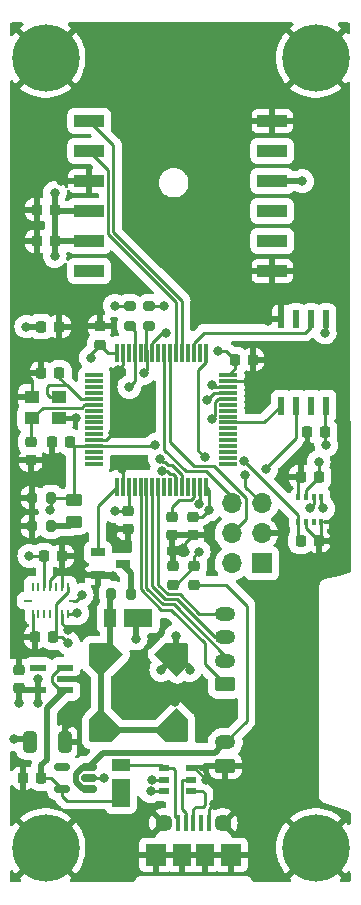
<source format=gbr>
%TF.GenerationSoftware,KiCad,Pcbnew,(6.0.8)*%
%TF.CreationDate,2023-04-29T02:17:50+01:00*%
%TF.ProjectId,circuit board design v1.0,63697263-7569-4742-9062-6f6172642064,rev?*%
%TF.SameCoordinates,Original*%
%TF.FileFunction,Copper,L1,Top*%
%TF.FilePolarity,Positive*%
%FSLAX46Y46*%
G04 Gerber Fmt 4.6, Leading zero omitted, Abs format (unit mm)*
G04 Created by KiCad (PCBNEW (6.0.8)) date 2023-04-29 02:17:50*
%MOMM*%
%LPD*%
G01*
G04 APERTURE LIST*
G04 Aperture macros list*
%AMRoundRect*
0 Rectangle with rounded corners*
0 $1 Rounding radius*
0 $2 $3 $4 $5 $6 $7 $8 $9 X,Y pos of 4 corners*
0 Add a 4 corners polygon primitive as box body*
4,1,4,$2,$3,$4,$5,$6,$7,$8,$9,$2,$3,0*
0 Add four circle primitives for the rounded corners*
1,1,$1+$1,$2,$3*
1,1,$1+$1,$4,$5*
1,1,$1+$1,$6,$7*
1,1,$1+$1,$8,$9*
0 Add four rect primitives between the rounded corners*
20,1,$1+$1,$2,$3,$4,$5,0*
20,1,$1+$1,$4,$5,$6,$7,0*
20,1,$1+$1,$6,$7,$8,$9,0*
20,1,$1+$1,$8,$9,$2,$3,0*%
%AMFreePoly0*
4,1,48,0.029755,1.351579,0.045398,1.349101,0.056598,1.337902,0.070711,1.330711,1.330711,0.070711,1.334374,0.063522,1.340902,0.058779,1.348138,0.036507,1.358769,0.015643,1.357507,0.007674,1.360000,0.000000,1.360000,-1.180000,1.355106,-1.195063,1.355107,-1.210902,1.345796,-1.223715,1.340902,-1.238779,1.328089,-1.248089,1.318779,-1.260902,1.303715,-1.265796,1.290902,-1.275107,
1.275063,-1.275106,1.260000,-1.280000,-1.260000,-1.280000,-1.275063,-1.275106,-1.290902,-1.275107,-1.303715,-1.265796,-1.318779,-1.260902,-1.328089,-1.248089,-1.340902,-1.238779,-1.345796,-1.223715,-1.355107,-1.210902,-1.355106,-1.195063,-1.360000,-1.180000,-1.360000,0.000000,-1.357507,0.007674,-1.358769,0.015643,-1.348138,0.036507,-1.340902,0.058779,-1.334374,0.063522,-1.330711,0.070711,
-0.070711,1.330711,-0.056598,1.337902,-0.045398,1.349101,-0.029755,1.351579,-0.015643,1.358769,0.000000,1.356292,0.015643,1.358769,0.029755,1.351579,0.029755,1.351579,$1*%
G04 Aperture macros list end*
%TA.AperFunction,SMDPad,CuDef*%
%ADD10R,0.400000X1.350000*%
%TD*%
%TA.AperFunction,ComponentPad*%
%ADD11C,1.450000*%
%TD*%
%TA.AperFunction,SMDPad,CuDef*%
%ADD12R,1.500000X1.900000*%
%TD*%
%TA.AperFunction,SMDPad,CuDef*%
%ADD13R,1.800000X1.900000*%
%TD*%
%TA.AperFunction,ComponentPad*%
%ADD14O,0.800000X1.600000*%
%TD*%
%TA.AperFunction,SMDPad,CuDef*%
%ADD15FreePoly0,315.000000*%
%TD*%
%TA.AperFunction,SMDPad,CuDef*%
%ADD16FreePoly0,45.000000*%
%TD*%
%TA.AperFunction,SMDPad,CuDef*%
%ADD17FreePoly0,135.000000*%
%TD*%
%TA.AperFunction,SMDPad,CuDef*%
%ADD18FreePoly0,225.000000*%
%TD*%
%TA.AperFunction,SMDPad,CuDef*%
%ADD19R,0.532600X1.512799*%
%TD*%
%TA.AperFunction,SMDPad,CuDef*%
%ADD20RoundRect,0.225000X-0.225000X-0.250000X0.225000X-0.250000X0.225000X0.250000X-0.225000X0.250000X0*%
%TD*%
%TA.AperFunction,ComponentPad*%
%ADD21C,3.600000*%
%TD*%
%TA.AperFunction,ConnectorPad*%
%ADD22C,5.700000*%
%TD*%
%TA.AperFunction,SMDPad,CuDef*%
%ADD23RoundRect,0.200000X0.200000X0.275000X-0.200000X0.275000X-0.200000X-0.275000X0.200000X-0.275000X0*%
%TD*%
%TA.AperFunction,SMDPad,CuDef*%
%ADD24RoundRect,0.225000X0.225000X0.250000X-0.225000X0.250000X-0.225000X-0.250000X0.225000X-0.250000X0*%
%TD*%
%TA.AperFunction,SMDPad,CuDef*%
%ADD25RoundRect,0.200000X-0.200000X-0.275000X0.200000X-0.275000X0.200000X0.275000X-0.200000X0.275000X0*%
%TD*%
%TA.AperFunction,SMDPad,CuDef*%
%ADD26RoundRect,0.200000X0.275000X-0.200000X0.275000X0.200000X-0.275000X0.200000X-0.275000X-0.200000X0*%
%TD*%
%TA.AperFunction,ComponentPad*%
%ADD27RoundRect,0.250000X0.625000X-0.350000X0.625000X0.350000X-0.625000X0.350000X-0.625000X-0.350000X0*%
%TD*%
%TA.AperFunction,ComponentPad*%
%ADD28O,1.750000X1.200000*%
%TD*%
%TA.AperFunction,SMDPad,CuDef*%
%ADD29RoundRect,0.250000X-0.450000X0.262500X-0.450000X-0.262500X0.450000X-0.262500X0.450000X0.262500X0*%
%TD*%
%TA.AperFunction,SMDPad,CuDef*%
%ADD30R,2.500000X1.000000*%
%TD*%
%TA.AperFunction,SMDPad,CuDef*%
%ADD31R,1.200000X0.650000*%
%TD*%
%TA.AperFunction,SMDPad,CuDef*%
%ADD32RoundRect,0.225000X-0.250000X0.225000X-0.250000X-0.225000X0.250000X-0.225000X0.250000X0.225000X0*%
%TD*%
%TA.AperFunction,SMDPad,CuDef*%
%ADD33RoundRect,0.225000X0.250000X-0.225000X0.250000X0.225000X-0.250000X0.225000X-0.250000X-0.225000X0*%
%TD*%
%TA.AperFunction,SMDPad,CuDef*%
%ADD34R,2.400000X1.500000*%
%TD*%
%TA.AperFunction,SMDPad,CuDef*%
%ADD35R,1.050000X1.500000*%
%TD*%
%TA.AperFunction,SMDPad,CuDef*%
%ADD36R,0.250000X0.675000*%
%TD*%
%TA.AperFunction,SMDPad,CuDef*%
%ADD37R,0.675000X0.250000*%
%TD*%
%TA.AperFunction,SMDPad,CuDef*%
%ADD38RoundRect,0.041300X0.618700X0.253700X-0.618700X0.253700X-0.618700X-0.253700X0.618700X-0.253700X0*%
%TD*%
%TA.AperFunction,SMDPad,CuDef*%
%ADD39R,1.300000X1.100000*%
%TD*%
%TA.AperFunction,ComponentPad*%
%ADD40R,1.700000X1.700000*%
%TD*%
%TA.AperFunction,ComponentPad*%
%ADD41O,1.700000X1.700000*%
%TD*%
%TA.AperFunction,SMDPad,CuDef*%
%ADD42R,0.950000X0.600000*%
%TD*%
%TA.AperFunction,SMDPad,CuDef*%
%ADD43R,1.500000X2.400000*%
%TD*%
%TA.AperFunction,SMDPad,CuDef*%
%ADD44R,1.500000X1.050000*%
%TD*%
%TA.AperFunction,SMDPad,CuDef*%
%ADD45R,0.350000X0.500000*%
%TD*%
%TA.AperFunction,SMDPad,CuDef*%
%ADD46RoundRect,0.250000X-0.325000X-0.650000X0.325000X-0.650000X0.325000X0.650000X-0.325000X0.650000X0*%
%TD*%
%TA.AperFunction,SMDPad,CuDef*%
%ADD47RoundRect,0.150000X0.512500X0.150000X-0.512500X0.150000X-0.512500X-0.150000X0.512500X-0.150000X0*%
%TD*%
%TA.AperFunction,SMDPad,CuDef*%
%ADD48RoundRect,0.075000X-0.700000X-0.075000X0.700000X-0.075000X0.700000X0.075000X-0.700000X0.075000X0*%
%TD*%
%TA.AperFunction,SMDPad,CuDef*%
%ADD49RoundRect,0.075000X-0.075000X-0.700000X0.075000X-0.700000X0.075000X0.700000X-0.075000X0.700000X0*%
%TD*%
%TA.AperFunction,ViaPad*%
%ADD50C,0.800000*%
%TD*%
%TA.AperFunction,Conductor*%
%ADD51C,0.500000*%
%TD*%
%TA.AperFunction,Conductor*%
%ADD52C,0.250000*%
%TD*%
G04 APERTURE END LIST*
D10*
%TO.P,J3,1,VDD*%
%TO.N,VBUS*%
X34820000Y-88403000D03*
%TO.P,J3,2,D-*%
%TO.N,Net-(J3-Pad2)*%
X35470000Y-88403000D03*
%TO.P,J3,3,D+*%
%TO.N,Net-(J3-Pad3)*%
X36120000Y-88403000D03*
%TO.P,J3,4,ID*%
%TO.N,unconnected-(J3-Pad4)*%
X36770000Y-88403000D03*
%TO.P,J3,5,GND*%
%TO.N,GND*%
X37420000Y-88403000D03*
D11*
%TO.P,J3,P$1,Shield*%
X33620000Y-88378000D03*
%TO.P,J3,P$2,Shield*%
X38620000Y-88378000D03*
D12*
%TO.P,J3,P$8,Shield*%
X35120000Y-91078000D03*
%TO.P,J3,P$9,Shield*%
X37120000Y-91078000D03*
D13*
%TO.P,J3,P$10,Shield*%
X32920000Y-91078000D03*
%TO.P,J3,P$11,Shield*%
X39320000Y-91078000D03*
D14*
%TO.P,J3,P$12,Shield*%
X32620000Y-91078000D03*
%TO.P,J3,P$13,Shield*%
X39620000Y-91078000D03*
%TD*%
D15*
%TO.P,U3,1,vcc*%
%TO.N,+3.3V*%
X34686000Y-74153000D03*
D16*
%TO.P,U3,2,vss*%
%TO.N,Net-(R5-Pad1)*%
X28306000Y-74153000D03*
D17*
%TO.P,U3,3,vss*%
X28306000Y-80533000D03*
D18*
%TO.P,U3,4,vss*%
X34686000Y-80533000D03*
%TD*%
D19*
%TO.P,U2,1,~{CS}*%
%TO.N,/MCU/QUADSPI_NCS*%
X47371000Y-45758100D03*
%TO.P,U2,2,DO(IO1)*%
%TO.N,/MCU/QUADSPI_IO1*%
X46101000Y-45758100D03*
%TO.P,U2,3,IO2*%
%TO.N,unconnected-(U2-Pad3)*%
X44831000Y-45758100D03*
%TO.P,U2,4,GND*%
%TO.N,GND*%
X43561000Y-45758100D03*
%TO.P,U2,5,DI(IO0)*%
%TO.N,/MCU/QUADSPI_IO0*%
X43561000Y-53047900D03*
%TO.P,U2,6,CLK*%
%TO.N,/MCU/QUADSPI_CLK*%
X44831000Y-53047900D03*
%TO.P,U2,7,IO3*%
%TO.N,unconnected-(U2-Pad7)*%
X46101000Y-53047900D03*
%TO.P,U2,8,VCC*%
%TO.N,+3.3V*%
X47371000Y-53047900D03*
%TD*%
D20*
%TO.P,C21,1*%
%TO.N,+3.3V*%
X23228000Y-46355000D03*
%TO.P,C21,2*%
%TO.N,GND*%
X24778000Y-46355000D03*
%TD*%
D21*
%TO.P,H4,1,1*%
%TO.N,GND*%
X46482000Y-90500000D03*
D22*
X46482000Y-90500000D03*
%TD*%
D23*
%TO.P,C20,1*%
%TO.N,Net-(C20-Pad1)*%
X24066000Y-63246000D03*
%TO.P,C20,2*%
%TO.N,GND*%
X22416000Y-63246000D03*
%TD*%
D24*
%TO.P,C13,1*%
%TO.N,+3.3V*%
X47257000Y-55245000D03*
%TO.P,C13,2*%
%TO.N,GND*%
X45707000Y-55245000D03*
%TD*%
D25*
%TO.P,R5,1*%
%TO.N,Net-(R5-Pad1)*%
X29147000Y-68961000D03*
%TO.P,R5,2*%
%TO.N,Net-(Q1-Pad3)*%
X30797000Y-68961000D03*
%TD*%
D24*
%TO.P,C17,1*%
%TO.N,Net-(C17-Pad1)*%
X24778000Y-50292000D03*
%TO.P,C17,2*%
%TO.N,GND*%
X23228000Y-50292000D03*
%TD*%
%TO.P,C12,1*%
%TO.N,+3.3VA*%
X25667000Y-56134000D03*
%TO.P,C12,2*%
%TO.N,GND*%
X24117000Y-56134000D03*
%TD*%
D26*
%TO.P,R4,1*%
%TO.N,/MCU/SCL*%
X30734000Y-46291000D03*
%TO.P,R4,2*%
%TO.N,+3.3V*%
X30734000Y-44641000D03*
%TD*%
D27*
%TO.P,J2,1,Pin_1*%
%TO.N,GND*%
X38825000Y-83566000D03*
D28*
%TO.P,J2,2,Pin_2*%
%TO.N,Net-(J2-Pad2)*%
X38825000Y-81566000D03*
%TD*%
D29*
%TO.P,FB1,1*%
%TO.N,+3.3VA*%
X26035000Y-61063500D03*
%TO.P,FB1,2*%
%TO.N,Net-(C20-Pad1)*%
X26035000Y-62888500D03*
%TD*%
D30*
%TO.P,U8,1,RXD1*%
%TO.N,/GPS/rx_gps*%
X27302000Y-28948000D03*
%TO.P,U8,2,TXD1*%
%TO.N,/GPS/tx_gps*%
X27302000Y-31488000D03*
%TO.P,U8,3,GND*%
%TO.N,GND*%
X27302000Y-34028000D03*
%TO.P,U8,4,VCC*%
%TO.N,+3.3V*%
X27302000Y-36568000D03*
%TO.P,U8,5,V_BCKP*%
X27302000Y-39108000D03*
%TO.P,U8,6,1PPS*%
%TO.N,unconnected-(U8-Pad6)*%
X27302000Y-41648000D03*
%TO.P,U8,7,RESERVED*%
%TO.N,GND*%
X42802000Y-41648000D03*
%TO.P,U8,8,RESERVED*%
%TO.N,unconnected-(U8-Pad8)*%
X42802000Y-39108000D03*
%TO.P,U8,9,NC*%
%TO.N,unconnected-(U8-Pad9)*%
X42802000Y-36568000D03*
%TO.P,U8,10,~{RESET}*%
%TO.N,+3.3V*%
X42802000Y-34028000D03*
%TO.P,U8,11,RESERVED*%
%TO.N,unconnected-(U8-Pad11)*%
X42802000Y-31488000D03*
%TO.P,U8,12,GND*%
%TO.N,GND*%
X42802000Y-28948000D03*
%TD*%
D26*
%TO.P,R3,1*%
%TO.N,/MCU/SDA*%
X32385000Y-46291000D03*
%TO.P,R3,2*%
%TO.N,+3.3V*%
X32385000Y-44641000D03*
%TD*%
D31*
%TO.P,Q1,1*%
%TO.N,/MCU/buzzer_gate*%
X28033000Y-65461000D03*
%TO.P,Q1,2*%
%TO.N,GND*%
X28033000Y-67381000D03*
%TO.P,Q1,3*%
%TO.N,Net-(Q1-Pad3)*%
X30133000Y-66421000D03*
%TD*%
D24*
%TO.P,C6,1*%
%TO.N,+3.3V*%
X24397000Y-36449000D03*
%TO.P,C6,2*%
%TO.N,GND*%
X22847000Y-36449000D03*
%TD*%
D32*
%TO.P,C10,1*%
%TO.N,+3.3V*%
X30607000Y-61963000D03*
%TO.P,C10,2*%
%TO.N,GND*%
X30607000Y-63513000D03*
%TD*%
D33*
%TO.P,R1,1*%
%TO.N,Net-(J2-Pad2)*%
X36195000Y-68212000D03*
%TO.P,R1,2*%
%TO.N,/MCU/PWR_BVOLTS*%
X36195000Y-66662000D03*
%TD*%
D20*
%TO.P,C14,1*%
%TO.N,+3.3VA*%
X23482000Y-65786000D03*
%TO.P,C14,2*%
%TO.N,GND*%
X25032000Y-65786000D03*
%TD*%
D34*
%TO.P,D2,1,K*%
%TO.N,+3.3V*%
X31456999Y-70993000D03*
D35*
%TO.P,D2,2,A*%
%TO.N,Net-(R5-Pad1)*%
X29082000Y-70993000D03*
%TD*%
D22*
%TO.P,H2,1,1*%
%TO.N,GND*%
X46482000Y-23622000D03*
D21*
X46482000Y-23622000D03*
%TD*%
D36*
%TO.P,IC1,1,INT2*%
%TO.N,unconnected-(IC1-Pad1)*%
X22503000Y-68398500D03*
%TO.P,IC1,2,NC*%
%TO.N,unconnected-(IC1-Pad2)*%
X23003000Y-68398500D03*
%TO.P,IC1,3,VDD*%
%TO.N,+3.3VA*%
X23503000Y-68398500D03*
%TO.P,IC1,4,GNDA*%
%TO.N,GND*%
X24003000Y-68398500D03*
%TO.P,IC1,5,CSB2*%
%TO.N,unconnected-(IC1-Pad5)*%
X24503000Y-68398500D03*
%TO.P,IC1,6,GNDIO*%
%TO.N,GND*%
X25003000Y-68398500D03*
%TO.P,IC1,7,PS*%
%TO.N,+3.3V*%
X25503000Y-68398500D03*
D37*
%TO.P,IC1,8,SCL/SCK*%
%TO.N,/MCU/SCL*%
X25918000Y-69563500D03*
D36*
%TO.P,IC1,9,SDA/SDI*%
%TO.N,/MCU/SDA*%
X25503000Y-70728500D03*
%TO.P,IC1,10,SDO2*%
%TO.N,GND*%
X25003000Y-70728500D03*
%TO.P,IC1,11,VDDIO*%
%TO.N,+3.3V*%
X24503000Y-70728500D03*
%TO.P,IC1,12,INT3*%
%TO.N,unconnected-(IC1-Pad12)*%
X24003000Y-70728500D03*
%TO.P,IC1,13,INT4*%
%TO.N,unconnected-(IC1-Pad13)*%
X23503000Y-70728500D03*
%TO.P,IC1,14,CSB1*%
%TO.N,unconnected-(IC1-Pad14)*%
X23003000Y-70728500D03*
%TO.P,IC1,15,SDO1*%
%TO.N,GND*%
X22503000Y-70728500D03*
D37*
%TO.P,IC1,16,INT1*%
%TO.N,unconnected-(IC1-Pad16)*%
X22088000Y-69563500D03*
%TD*%
D33*
%TO.P,C4,1*%
%TO.N,+3.3V*%
X21336000Y-76975000D03*
%TO.P,C4,2*%
%TO.N,GND*%
X21336000Y-75425000D03*
%TD*%
D27*
%TO.P,J4,1,Pin_1*%
%TO.N,/MCU/SPI1_SCK*%
X38825000Y-76660000D03*
D28*
%TO.P,J4,2,Pin_2*%
%TO.N,/MCU/SPI1_MISO*%
X38825000Y-74660000D03*
%TO.P,J4,3,Pin_3*%
%TO.N,/MCU/SPI1_MOSI*%
X38825000Y-72660000D03*
%TO.P,J4,4,Pin_4*%
%TO.N,/MCU/Radio_Enable*%
X38825000Y-70660000D03*
%TD*%
D20*
%TO.P,C1,1*%
%TO.N,+3.3VA*%
X45199000Y-64516000D03*
%TO.P,C1,2*%
%TO.N,GND*%
X46749000Y-64516000D03*
%TD*%
D38*
%TO.P,U7,1,IN*%
%TO.N,Net-(C3-Pad1)*%
X25275000Y-77150000D03*
%TO.P,U7,2,GND*%
%TO.N,GND*%
X25275000Y-76200000D03*
%TO.P,U7,3,EN*%
%TO.N,Net-(C3-Pad1)*%
X25275000Y-75250000D03*
%TO.P,U7,4,NC*%
%TO.N,unconnected-(U7-Pad4)*%
X22985000Y-75250000D03*
%TO.P,U7,5,OUT*%
%TO.N,+3.3V*%
X22985000Y-77150000D03*
%TD*%
D32*
%TO.P,C9,1*%
%TO.N,Net-(C9-Pad1)*%
X34290000Y-62471000D03*
%TO.P,C9,2*%
%TO.N,GND*%
X34290000Y-64021000D03*
%TD*%
D39*
%TO.P,Y1,1,1*%
%TO.N,Net-(C17-Pad1)*%
X24772000Y-52313000D03*
%TO.P,Y1,2,2*%
%TO.N,GND*%
X22472000Y-52313000D03*
%TO.P,Y1,3,3*%
%TO.N,Net-(C18-Pad1)*%
X22472000Y-54113000D03*
%TO.P,Y1,4,4*%
%TO.N,GND*%
X24772000Y-54113000D03*
%TD*%
D40*
%TO.P,J1,1,Pin_1*%
%TO.N,+3.3V*%
X41915000Y-66406000D03*
D41*
%TO.P,J1,2,Pin_2*%
%TO.N,/MCU/SYS_JTCK_SWCLK*%
X39375000Y-66406000D03*
%TO.P,J1,3,Pin_3*%
%TO.N,GND*%
X41915000Y-63866000D03*
%TO.P,J1,4,Pin_4*%
%TO.N,/MCU/SYS_JTRST*%
X39375000Y-63866000D03*
%TO.P,J1,5,Pin_5*%
%TO.N,/MCU/SYS_JTMS_SWDIO*%
X41915000Y-61326000D03*
%TO.P,J1,6,Pin_6*%
%TO.N,/MCU/SYS_JTDO_SWO*%
X39375000Y-61326000D03*
%TD*%
D42*
%TO.P,U5,1*%
%TO.N,VBUS*%
X33673000Y-83759000D03*
%TO.P,U5,2*%
%TO.N,/MCU/usb_dm*%
X33673000Y-84709000D03*
%TO.P,U5,3*%
%TO.N,/MCU/usb_dp*%
X33673000Y-85659000D03*
%TO.P,U5,4*%
%TO.N,Net-(J3-Pad3)*%
X35923000Y-85659000D03*
%TO.P,U5,5*%
%TO.N,Net-(J3-Pad2)*%
X35923000Y-84709000D03*
%TO.P,U5,6*%
%TO.N,GND*%
X35923000Y-83759000D03*
%TD*%
D24*
%TO.P,C3,1*%
%TO.N,Net-(C3-Pad1)*%
X23254000Y-84582000D03*
%TO.P,C3,2*%
%TO.N,GND*%
X21704000Y-84582000D03*
%TD*%
D23*
%TO.P,C19,1*%
%TO.N,+3.3VA*%
X24066000Y-60833000D03*
%TO.P,C19,2*%
%TO.N,GND*%
X22416000Y-60833000D03*
%TD*%
D43*
%TO.P,D1,1,K*%
%TO.N,Net-(C3-Pad1)*%
X29972000Y-85812999D03*
D44*
%TO.P,D1,2,A*%
%TO.N,VBUS*%
X29972000Y-83438000D03*
%TD*%
D22*
%TO.P,H3,1,1*%
%TO.N,GND*%
X23622000Y-23622000D03*
D21*
X23622000Y-23622000D03*
%TD*%
D45*
%TO.P,U4,1,GND*%
%TO.N,GND*%
X44999000Y-60824000D03*
%TO.P,U4,2,CSB*%
%TO.N,+3.3V*%
X45649000Y-60824000D03*
%TO.P,U4,3,SDI*%
%TO.N,/MCU/SDA*%
X46299000Y-60824000D03*
%TO.P,U4,4,SCK*%
%TO.N,/MCU/SCL*%
X46949000Y-60824000D03*
%TO.P,U4,5,SDO*%
%TO.N,GND*%
X46949000Y-62874000D03*
%TO.P,U4,6,VDDIO*%
%TO.N,unconnected-(U4-Pad6)*%
X46299000Y-62874000D03*
%TO.P,U4,7,GND*%
%TO.N,GND*%
X45649000Y-62874000D03*
%TO.P,U4,8,VDD*%
%TO.N,+3.3VA*%
X44999000Y-62874000D03*
%TD*%
D32*
%TO.P,C8,1*%
%TO.N,+3.3V*%
X36068000Y-62471000D03*
%TO.P,C8,2*%
%TO.N,GND*%
X36068000Y-64021000D03*
%TD*%
D46*
%TO.P,C16,1*%
%TO.N,+3.3V*%
X22274000Y-81534000D03*
%TO.P,C16,2*%
%TO.N,GND*%
X25224000Y-81534000D03*
%TD*%
D20*
%TO.P,C7,1*%
%TO.N,+3.3V*%
X39611000Y-49149000D03*
%TO.P,C7,2*%
%TO.N,GND*%
X41161000Y-49149000D03*
%TD*%
%TO.P,C15,1*%
%TO.N,GND*%
X22720000Y-72644000D03*
%TO.P,C15,2*%
%TO.N,+3.3V*%
X24270000Y-72644000D03*
%TD*%
D21*
%TO.P,H1,1,1*%
%TO.N,GND*%
X23749000Y-90500000D03*
D22*
X23622000Y-90500000D03*
%TD*%
D47*
%TO.P,U6,1,VDD*%
%TO.N,Net-(J2-Pad2)*%
X27299500Y-85532000D03*
%TO.P,U6,2,GND*%
%TO.N,GND*%
X27299500Y-84582000D03*
%TO.P,U6,3,EN*%
%TO.N,Net-(J2-Pad2)*%
X27299500Y-83632000D03*
%TO.P,U6,4,NC*%
%TO.N,unconnected-(U6-Pad4)*%
X25024500Y-83632000D03*
%TO.P,U6,5,OUT*%
%TO.N,Net-(C3-Pad1)*%
X25024500Y-85532000D03*
%TD*%
D32*
%TO.P,C18,1*%
%TO.N,Net-(C18-Pad1)*%
X22352000Y-56121000D03*
%TO.P,C18,2*%
%TO.N,GND*%
X22352000Y-57671000D03*
%TD*%
D24*
%TO.P,C2,1*%
%TO.N,+3.3V*%
X46749000Y-59055000D03*
%TO.P,C2,2*%
%TO.N,GND*%
X45199000Y-59055000D03*
%TD*%
D33*
%TO.P,R2,1*%
%TO.N,/MCU/PWR_BVOLTS*%
X34417000Y-68212000D03*
%TO.P,R2,2*%
%TO.N,GND*%
X34417000Y-66662000D03*
%TD*%
D48*
%TO.P,U1,1,VBAT*%
%TO.N,unconnected-(U1-Pad1)*%
X27726000Y-50479000D03*
%TO.P,U1,2,PC13*%
%TO.N,unconnected-(U1-Pad2)*%
X27726000Y-50979000D03*
%TO.P,U1,3,PC14*%
%TO.N,unconnected-(U1-Pad3)*%
X27726000Y-51479000D03*
%TO.P,U1,4,PC15*%
%TO.N,unconnected-(U1-Pad4)*%
X27726000Y-51979000D03*
%TO.P,U1,5,PH0*%
%TO.N,Net-(C17-Pad1)*%
X27726000Y-52479000D03*
%TO.P,U1,6,PH1*%
%TO.N,Net-(C18-Pad1)*%
X27726000Y-52979000D03*
%TO.P,U1,7,NRST*%
%TO.N,unconnected-(U1-Pad7)*%
X27726000Y-53479000D03*
%TO.P,U1,8,PC0*%
%TO.N,unconnected-(U1-Pad8)*%
X27726000Y-53979000D03*
%TO.P,U1,9,PC1*%
%TO.N,unconnected-(U1-Pad9)*%
X27726000Y-54479000D03*
%TO.P,U1,10,PC2*%
%TO.N,unconnected-(U1-Pad10)*%
X27726000Y-54979000D03*
%TO.P,U1,11,PC3*%
%TO.N,unconnected-(U1-Pad11)*%
X27726000Y-55479000D03*
%TO.P,U1,12,VSSA*%
%TO.N,GND*%
X27726000Y-55979000D03*
%TO.P,U1,13,VDDA*%
%TO.N,+3.3VA*%
X27726000Y-56479000D03*
%TO.P,U1,14,PA0*%
%TO.N,unconnected-(U1-Pad14)*%
X27726000Y-56979000D03*
%TO.P,U1,15,PA1*%
%TO.N,unconnected-(U1-Pad15)*%
X27726000Y-57479000D03*
%TO.P,U1,16,PA2*%
%TO.N,unconnected-(U1-Pad16)*%
X27726000Y-57979000D03*
D49*
%TO.P,U1,17,PA3*%
%TO.N,/MCU/buzzer_gate*%
X29651000Y-59904000D03*
%TO.P,U1,18,VSS*%
%TO.N,GND*%
X30151000Y-59904000D03*
%TO.P,U1,19,VDD*%
%TO.N,+3.3V*%
X30651000Y-59904000D03*
%TO.P,U1,20,PA4*%
%TO.N,unconnected-(U1-Pad20)*%
X31151000Y-59904000D03*
%TO.P,U1,21,PA5*%
%TO.N,/MCU/SPI1_SCK*%
X31651000Y-59904000D03*
%TO.P,U1,22,PA6*%
%TO.N,/MCU/SPI1_MISO*%
X32151000Y-59904000D03*
%TO.P,U1,23,PA7*%
%TO.N,/MCU/SPI1_MOSI*%
X32651000Y-59904000D03*
%TO.P,U1,24,PC4*%
%TO.N,/MCU/Radio_Enable*%
X33151000Y-59904000D03*
%TO.P,U1,25,PC5*%
%TO.N,unconnected-(U1-Pad25)*%
X33651000Y-59904000D03*
%TO.P,U1,26,PB0*%
%TO.N,unconnected-(U1-Pad26)*%
X34151000Y-59904000D03*
%TO.P,U1,27,PB1*%
%TO.N,/MCU/PWR_BVOLTS*%
X34651000Y-59904000D03*
%TO.P,U1,28,PB2*%
%TO.N,/MCU/QUADSPI_CLK*%
X35151000Y-59904000D03*
%TO.P,U1,29,PB10*%
%TO.N,unconnected-(U1-Pad29)*%
X35651000Y-59904000D03*
%TO.P,U1,30,VCAP_1*%
%TO.N,Net-(C9-Pad1)*%
X36151000Y-59904000D03*
%TO.P,U1,31,VSS*%
%TO.N,GND*%
X36651000Y-59904000D03*
%TO.P,U1,32,VDD*%
%TO.N,+3.3V*%
X37151000Y-59904000D03*
D48*
%TO.P,U1,33,PB12*%
%TO.N,unconnected-(U1-Pad33)*%
X39076000Y-57979000D03*
%TO.P,U1,34,PB13*%
%TO.N,unconnected-(U1-Pad34)*%
X39076000Y-57479000D03*
%TO.P,U1,35,PB14*%
%TO.N,unconnected-(U1-Pad35)*%
X39076000Y-56979000D03*
%TO.P,U1,36,PB15*%
%TO.N,unconnected-(U1-Pad36)*%
X39076000Y-56479000D03*
%TO.P,U1,37,PC6*%
%TO.N,unconnected-(U1-Pad37)*%
X39076000Y-55979000D03*
%TO.P,U1,38,PC7*%
%TO.N,unconnected-(U1-Pad38)*%
X39076000Y-55479000D03*
%TO.P,U1,39,PC8*%
%TO.N,unconnected-(U1-Pad39)*%
X39076000Y-54979000D03*
%TO.P,U1,40,PC9*%
%TO.N,/MCU/QUADSPI_IO0*%
X39076000Y-54479000D03*
%TO.P,U1,41,PA8*%
%TO.N,unconnected-(U1-Pad41)*%
X39076000Y-53979000D03*
%TO.P,U1,42,PA9*%
%TO.N,unconnected-(U1-Pad42)*%
X39076000Y-53479000D03*
%TO.P,U1,43,PA10*%
%TO.N,unconnected-(U1-Pad43)*%
X39076000Y-52979000D03*
%TO.P,U1,44,PA11*%
%TO.N,/MCU/usb_dm*%
X39076000Y-52479000D03*
%TO.P,U1,45,PA12*%
%TO.N,/MCU/usb_dp*%
X39076000Y-51979000D03*
%TO.P,U1,46,PA13*%
%TO.N,/MCU/SYS_JTMS_SWDIO*%
X39076000Y-51479000D03*
%TO.P,U1,47,VSS*%
%TO.N,GND*%
X39076000Y-50979000D03*
%TO.P,U1,48,VDD*%
%TO.N,+3.3V*%
X39076000Y-50479000D03*
D49*
%TO.P,U1,49,PA14*%
%TO.N,/MCU/SYS_JTCK_SWCLK*%
X37151000Y-48554000D03*
%TO.P,U1,50,PA15*%
%TO.N,/MCU/SYS_JTDI*%
X36651000Y-48554000D03*
%TO.P,U1,51,PC10*%
%TO.N,/MCU/QUADSPI_IO1*%
X36151000Y-48554000D03*
%TO.P,U1,52,PC11*%
%TO.N,unconnected-(U1-Pad52)*%
X35651000Y-48554000D03*
%TO.P,U1,53,PC12*%
%TO.N,/GPS/rx_gps*%
X35151000Y-48554000D03*
%TO.P,U1,54,PD2*%
%TO.N,/GPS/tx_gps*%
X34651000Y-48554000D03*
%TO.P,U1,55,PB3*%
%TO.N,/MCU/SYS_JTRST*%
X34151000Y-48554000D03*
%TO.P,U1,56,PB4*%
%TO.N,/MCU/SYS_JTDO_SWO*%
X33651000Y-48554000D03*
%TO.P,U1,57,PB5*%
%TO.N,unconnected-(U1-Pad57)*%
X33151000Y-48554000D03*
%TO.P,U1,58,PB6*%
%TO.N,/MCU/QUADSPI_NCS*%
X32651000Y-48554000D03*
%TO.P,U1,59,PB7*%
%TO.N,/MCU/SDA*%
X32151000Y-48554000D03*
%TO.P,U1,60,BOOT0*%
%TO.N,unconnected-(U1-Pad60)*%
X31651000Y-48554000D03*
%TO.P,U1,61,PB8*%
%TO.N,/MCU/SCL*%
X31151000Y-48554000D03*
%TO.P,U1,62,PB9*%
%TO.N,unconnected-(U1-Pad62)*%
X30651000Y-48554000D03*
%TO.P,U1,63,VSS*%
%TO.N,GND*%
X30151000Y-48554000D03*
%TO.P,U1,64,VDD*%
%TO.N,+3.3V*%
X29651000Y-48554000D03*
%TD*%
D33*
%TO.P,C11,1*%
%TO.N,+3.3V*%
X28194000Y-47892000D03*
%TO.P,C11,2*%
%TO.N,GND*%
X28194000Y-46342000D03*
%TD*%
D24*
%TO.P,C5,1*%
%TO.N,+3.3V*%
X24397000Y-39116000D03*
%TO.P,C5,2*%
%TO.N,GND*%
X22847000Y-39116000D03*
%TD*%
D50*
%TO.N,GND*%
X34544000Y-78105000D03*
X36830000Y-78486000D03*
X31242000Y-76835000D03*
X45000000Y-87000000D03*
X42500000Y-87000000D03*
X45000000Y-84000000D03*
X42500000Y-84000000D03*
X45000000Y-81000000D03*
X42500000Y-81000000D03*
X45000000Y-78000000D03*
X42500000Y-78000000D03*
X45000000Y-75000000D03*
X42500000Y-75000000D03*
X45000000Y-72000000D03*
X42500000Y-72000000D03*
X45000000Y-69000000D03*
X42500000Y-69000000D03*
X48006000Y-41656000D03*
X48006000Y-37211000D03*
X45466000Y-37211000D03*
X48000000Y-34290000D03*
X48000000Y-32004000D03*
X45466000Y-32004000D03*
X48000000Y-28956000D03*
X24257000Y-42926000D03*
X21971000Y-42926000D03*
X21844000Y-32893000D03*
X24257000Y-30480000D03*
X21844000Y-28067000D03*
X21844000Y-30480000D03*
X24257000Y-28067000D03*
X42000000Y-25000000D03*
X38500000Y-25000000D03*
X35000000Y-25000000D03*
X31500000Y-25000000D03*
X28000000Y-25000000D03*
X42000000Y-22000000D03*
X38500000Y-22000000D03*
X35000000Y-22000000D03*
X31500000Y-22000000D03*
X28000000Y-22000000D03*
%TO.N,+3.3V*%
X22987000Y-76200000D03*
%TO.N,GND*%
X29337000Y-67437000D03*
%TO.N,+3.3V*%
X34671000Y-72517000D03*
X35814000Y-75438000D03*
%TO.N,GND*%
X26035000Y-46355000D03*
%TO.N,+3.3V*%
X21971000Y-46355000D03*
%TO.N,/MCU/QUADSPI_CLK*%
X42286003Y-58424997D03*
X33305500Y-57553317D03*
%TO.N,/MCU/SYS_JTCK_SWCLK*%
X37084000Y-57404000D03*
%TO.N,/MCU/QUADSPI_NCS*%
X33782000Y-46863000D03*
X47244000Y-46863000D03*
%TO.N,/MCU/usb_dm*%
X37707254Y-54141922D03*
X32601780Y-84708013D03*
%TO.N,/MCU/usb_dp*%
X32501461Y-85702469D03*
X37276418Y-52542131D03*
%TO.N,/MCU/SCL*%
X47117000Y-61722000D03*
X30693273Y-51476434D03*
X26670000Y-69088000D03*
%TO.N,GND*%
X21844000Y-50292000D03*
X24892000Y-34036000D03*
X36577642Y-61342642D03*
X21463000Y-72644000D03*
X28575000Y-84582000D03*
X21209000Y-60833000D03*
X40894000Y-51308000D03*
X42418000Y-45847000D03*
X26797000Y-67310000D03*
X22860000Y-35052000D03*
X21336000Y-74168000D03*
X35433000Y-65405000D03*
X21717000Y-85852000D03*
X29464000Y-63500000D03*
X34290000Y-65405000D03*
X22860000Y-40386000D03*
X37211000Y-84709000D03*
X37846000Y-86741000D03*
X30099000Y-58420000D03*
X26162000Y-54102000D03*
X29337000Y-55372000D03*
X28194000Y-45085000D03*
X21209000Y-63246000D03*
X45212000Y-41656000D03*
X29718000Y-50038000D03*
X26289000Y-65786000D03*
X45212000Y-57785000D03*
X47879000Y-64516000D03*
X24003000Y-57531000D03*
X25527000Y-72009000D03*
X25654000Y-79883000D03*
X45339000Y-28956000D03*
X41148000Y-50419000D03*
X45720000Y-56388000D03*
X26543000Y-76200000D03*
%TO.N,+3.3V*%
X47371000Y-56388000D03*
X33655000Y-44577000D03*
X31242000Y-72771000D03*
X38227000Y-48387000D03*
X24384000Y-35052000D03*
X45339000Y-34036000D03*
X29464000Y-61976000D03*
X29464000Y-44577000D03*
X24384000Y-40386000D03*
X37465000Y-61849000D03*
X25527000Y-73152000D03*
X33401000Y-75438000D03*
X27432000Y-49022000D03*
X22987000Y-78232000D03*
X21336000Y-78232000D03*
X20955000Y-81280000D03*
X46736000Y-57785000D03*
%TO.N,+3.3VA*%
X40438021Y-57774852D03*
X24003000Y-61849000D03*
X22225000Y-65786000D03*
X32893395Y-56388000D03*
%TO.N,/MCU/SYS_JTMS_SWDIO*%
X37734426Y-51262167D03*
X40513000Y-58965500D03*
%TO.N,/MCU/SDA*%
X26289000Y-70612000D03*
X31906687Y-50292000D03*
X45974000Y-61722000D03*
%TO.N,/MCU/PWR_BVOLTS*%
X33435092Y-58544382D03*
X36576000Y-65405000D03*
%TD*%
D51*
%TO.N,+3.3V*%
X31242000Y-71207999D02*
X31456999Y-70993000D01*
X31242000Y-72771000D02*
X31242000Y-71207999D01*
X35814000Y-75281000D02*
X34686000Y-74153000D01*
X35814000Y-75438000D02*
X35814000Y-75281000D01*
%TO.N,Net-(Q1-Pad3)*%
X30133000Y-66582000D02*
X30133000Y-66421000D01*
X30797000Y-67246000D02*
X30133000Y-66582000D01*
X30797000Y-68961000D02*
X30797000Y-67246000D01*
D52*
%TO.N,+3.3VA*%
X26012000Y-56479000D02*
X25667000Y-56134000D01*
X27726000Y-56479000D02*
X26012000Y-56479000D01*
X26035000Y-61063500D02*
X26035000Y-56502000D01*
D51*
%TO.N,Net-(C20-Pad1)*%
X25677500Y-63246000D02*
X26035000Y-62888500D01*
X24066000Y-63246000D02*
X25677500Y-63246000D01*
%TO.N,GND*%
X26543000Y-76200000D02*
X25275000Y-76200000D01*
%TO.N,+3.3V*%
X22987000Y-77152000D02*
X22987000Y-76200000D01*
D52*
%TO.N,GND*%
X28089000Y-67437000D02*
X28033000Y-67381000D01*
D51*
X29337000Y-67437000D02*
X28089000Y-67437000D01*
%TO.N,Net-(R5-Pad1)*%
X34686000Y-80533000D02*
X28306000Y-80533000D01*
X28306000Y-74153000D02*
X28306000Y-80533000D01*
X29082000Y-73377000D02*
X28306000Y-74153000D01*
X29082000Y-70993000D02*
X29082000Y-73377000D01*
%TO.N,+3.3V*%
X33401000Y-75438000D02*
X34686000Y-74153000D01*
D52*
X34671000Y-74138000D02*
X34686000Y-74153000D01*
D51*
X34671000Y-72517000D02*
X34671000Y-74138000D01*
X23228000Y-46355000D02*
X21971000Y-46355000D01*
D52*
%TO.N,GND*%
X26035000Y-46355000D02*
X24778000Y-46355000D01*
%TO.N,Net-(C9-Pad1)*%
X34290000Y-61592343D02*
X34878343Y-61004000D01*
X34878343Y-61004000D02*
X35891685Y-61004000D01*
X35891685Y-61004000D02*
X36151000Y-60744685D01*
X36151000Y-60744685D02*
X36151000Y-59904000D01*
X34290000Y-62471000D02*
X34290000Y-61592343D01*
%TO.N,Net-(C17-Pad1)*%
X24778000Y-50292000D02*
X24778000Y-50686000D01*
X23876000Y-51308000D02*
X25400000Y-51308000D01*
X23749000Y-51435000D02*
X23876000Y-51308000D01*
X24772000Y-52313000D02*
X23992000Y-52313000D01*
X26571000Y-52479000D02*
X27726000Y-52479000D01*
X23749000Y-52070000D02*
X23749000Y-51435000D01*
X23992000Y-52313000D02*
X23749000Y-52070000D01*
X25400000Y-51308000D02*
X26571000Y-52479000D01*
X24778000Y-50686000D02*
X25400000Y-51308000D01*
%TO.N,Net-(C18-Pad1)*%
X26885315Y-52979000D02*
X27726000Y-52979000D01*
X22352000Y-54233000D02*
X22472000Y-54113000D01*
X26651315Y-53213000D02*
X26885315Y-52979000D01*
X23372000Y-53213000D02*
X26651315Y-53213000D01*
X22352000Y-56121000D02*
X22352000Y-54233000D01*
X22472000Y-54113000D02*
X23372000Y-53213000D01*
%TO.N,/MCU/QUADSPI_CLK*%
X44831000Y-55801500D02*
X44831000Y-53047900D01*
X42286003Y-58346497D02*
X44831000Y-55801500D01*
X33735397Y-57819382D02*
X34010397Y-58094382D01*
X42286003Y-58424997D02*
X42286003Y-58346497D01*
X33305500Y-57553317D02*
X33571565Y-57819382D01*
X35151000Y-58926919D02*
X35151000Y-59904000D01*
X34010397Y-58094382D02*
X34318463Y-58094382D01*
X34318463Y-58094382D02*
X35151000Y-58926919D01*
X33571565Y-57819382D02*
X33735397Y-57819382D01*
%TO.N,/MCU/QUADSPI_IO0*%
X39076000Y-54479000D02*
X42129900Y-54479000D01*
X42129900Y-54479000D02*
X43561000Y-53047900D01*
%TO.N,/MCU/SPI1_SCK*%
X37084000Y-74919000D02*
X38825000Y-76660000D01*
X33379995Y-70337000D02*
X34267604Y-70337000D01*
X31651000Y-59904000D02*
X31651000Y-68608005D01*
X34267604Y-70337000D02*
X37084000Y-73153396D01*
X37084000Y-73153396D02*
X37084000Y-74919000D01*
X31651000Y-68608005D02*
X33379995Y-70337000D01*
%TO.N,/MCU/SPI1_MISO*%
X32151000Y-68471609D02*
X33566391Y-69887000D01*
X32151000Y-59904000D02*
X32151000Y-68471609D01*
X38825000Y-74258000D02*
X38825000Y-74660000D01*
X34454000Y-69887000D02*
X38825000Y-74258000D01*
X33566391Y-69887000D02*
X34454000Y-69887000D01*
%TO.N,/MCU/SPI1_MOSI*%
X34764604Y-69437000D02*
X37987604Y-72660000D01*
X32651000Y-68335213D02*
X33752787Y-69437000D01*
X32651000Y-59904000D02*
X32651000Y-68335213D01*
X33752787Y-69437000D02*
X34764604Y-69437000D01*
X37987604Y-72660000D02*
X38825000Y-72660000D01*
%TO.N,/MCU/Radio_Enable*%
X34951000Y-68987000D02*
X36624000Y-70660000D01*
X33151000Y-59904000D02*
X33151000Y-68198817D01*
X33939183Y-68987000D02*
X34951000Y-68987000D01*
X33151000Y-68198817D02*
X33939183Y-68987000D01*
X36624000Y-70660000D02*
X38825000Y-70660000D01*
%TO.N,/MCU/SYS_JTCK_SWCLK*%
X36551418Y-49994267D02*
X37151000Y-49394685D01*
X36551418Y-56871418D02*
X36551418Y-49994267D01*
X37084000Y-57404000D02*
X36551418Y-56871418D01*
X37151000Y-49394685D02*
X37151000Y-48554000D01*
%TO.N,/MCU/QUADSPI_IO1*%
X46101000Y-46355000D02*
X46101000Y-45758100D01*
X37001315Y-46863000D02*
X45593000Y-46863000D01*
X36151000Y-47713315D02*
X37001315Y-46863000D01*
X36151000Y-48554000D02*
X36151000Y-47713315D01*
X45593000Y-46863000D02*
X46101000Y-46355000D01*
%TO.N,/MCU/QUADSPI_NCS*%
X33501315Y-46863000D02*
X32651000Y-47713315D01*
X32651000Y-47713315D02*
X32651000Y-48554000D01*
X47244000Y-46863000D02*
X47371000Y-46736000D01*
X47371000Y-46736000D02*
X47371000Y-45758100D01*
X33782000Y-46863000D02*
X33501315Y-46863000D01*
D51*
%TO.N,Net-(R5-Pad1)*%
X29082000Y-70993000D02*
X29082000Y-69026000D01*
D52*
X29082000Y-69026000D02*
X29147000Y-68961000D01*
%TO.N,/MCU/usb_dm*%
X32601780Y-84708013D02*
X33672013Y-84708013D01*
X38235315Y-52479000D02*
X39076000Y-52479000D01*
X37707254Y-54141922D02*
X37973000Y-53876176D01*
X37973000Y-52741315D02*
X38235315Y-52479000D01*
X37973000Y-53876176D02*
X37973000Y-52741315D01*
X33672013Y-84708013D02*
X33673000Y-84709000D01*
%TO.N,/MCU/usb_dp*%
X37276418Y-52542131D02*
X37839549Y-51979000D01*
X37839549Y-51979000D02*
X39076000Y-51979000D01*
X32501461Y-85702469D02*
X33629531Y-85702469D01*
X33629531Y-85702469D02*
X33673000Y-85659000D01*
%TO.N,/MCU/SCL*%
X46949000Y-60824000D02*
X46949000Y-61554000D01*
X31151000Y-46708000D02*
X30734000Y-46291000D01*
X25918000Y-69563500D02*
X26194500Y-69563500D01*
X30693273Y-51476434D02*
X31176000Y-50993707D01*
X26194500Y-69563500D02*
X26670000Y-69088000D01*
X46949000Y-61554000D02*
X47117000Y-61722000D01*
X31151000Y-48554000D02*
X31151000Y-46708000D01*
X31176000Y-50993707D02*
X31176000Y-48834000D01*
%TO.N,GND*%
X24003000Y-57531000D02*
X22492000Y-57531000D01*
X28194000Y-46342000D02*
X28194000Y-45085000D01*
X45707000Y-55245000D02*
X45707000Y-56375000D01*
X21844000Y-50292000D02*
X23228000Y-50292000D01*
X25527000Y-72009000D02*
X25003000Y-71485000D01*
X45199000Y-59055000D02*
X45199000Y-57798000D01*
D51*
X22860000Y-40386000D02*
X22860000Y-36462000D01*
D52*
X25032000Y-66757000D02*
X25032000Y-65786000D01*
X22416000Y-60833000D02*
X21209000Y-60833000D01*
X24783000Y-54102000D02*
X24772000Y-54113000D01*
X46949000Y-64316000D02*
X46749000Y-64516000D01*
X24003000Y-56248000D02*
X24117000Y-56134000D01*
X26162000Y-54102000D02*
X24783000Y-54102000D01*
X36261000Y-83759000D02*
X37211000Y-84709000D01*
X22860000Y-36462000D02*
X22847000Y-36449000D01*
X35923000Y-83759000D02*
X36261000Y-83759000D01*
X42418000Y-45847000D02*
X42506900Y-45758100D01*
X41161000Y-49149000D02*
X41161000Y-50406000D01*
X45649000Y-63416000D02*
X46749000Y-64516000D01*
D51*
X42810000Y-41656000D02*
X42802000Y-41648000D01*
X45212000Y-41656000D02*
X42810000Y-41656000D01*
D52*
X24003000Y-57531000D02*
X24003000Y-56248000D01*
X26797000Y-67310000D02*
X26868000Y-67381000D01*
X25003000Y-71485000D02*
X25003000Y-70728500D01*
X30151000Y-58472000D02*
X30151000Y-59904000D01*
X46949000Y-62874000D02*
X46949000Y-64316000D01*
X36577642Y-61342642D02*
X36651000Y-61269284D01*
X29464000Y-63500000D02*
X29477000Y-63513000D01*
X21463000Y-72644000D02*
X22720000Y-72644000D01*
X24003000Y-67786000D02*
X25032000Y-66757000D01*
X36651000Y-61269284D02*
X36651000Y-59904000D01*
D51*
X21336000Y-74168000D02*
X21336000Y-75425000D01*
X25224000Y-81534000D02*
X25224000Y-80313000D01*
X22860000Y-35052000D02*
X22860000Y-36462000D01*
D52*
X40894000Y-51308000D02*
X40565000Y-50979000D01*
X45199000Y-57798000D02*
X45212000Y-57785000D01*
X30099000Y-58420000D02*
X30151000Y-58472000D01*
X34290000Y-64021000D02*
X34290000Y-65405000D01*
X34417000Y-65532000D02*
X34290000Y-65405000D01*
X47879000Y-64516000D02*
X46749000Y-64516000D01*
X21717000Y-85852000D02*
X21717000Y-84595000D01*
X22472000Y-52313000D02*
X22472000Y-50920000D01*
X35433000Y-64656000D02*
X36068000Y-64021000D01*
X29477000Y-63513000D02*
X30607000Y-63513000D01*
X37420000Y-88403000D02*
X37420000Y-87167000D01*
X26289000Y-65786000D02*
X25032000Y-65786000D01*
X29718000Y-50038000D02*
X30151000Y-49605000D01*
X24003000Y-68398500D02*
X24003000Y-67786000D01*
X45707000Y-56375000D02*
X45720000Y-56388000D01*
X45331000Y-28948000D02*
X45339000Y-28956000D01*
X29337000Y-55372000D02*
X28730000Y-55979000D01*
X22472000Y-50920000D02*
X21844000Y-50292000D01*
X34417000Y-66662000D02*
X34417000Y-65532000D01*
X21717000Y-84595000D02*
X21704000Y-84582000D01*
D51*
X42802000Y-28948000D02*
X45331000Y-28948000D01*
D52*
X25003000Y-65815000D02*
X25003000Y-68398500D01*
D51*
X24892000Y-34036000D02*
X27294000Y-34036000D01*
D52*
X44999000Y-59255000D02*
X45199000Y-59055000D01*
X28730000Y-55979000D02*
X27726000Y-55979000D01*
X22492000Y-57531000D02*
X22352000Y-57671000D01*
X22503000Y-70728500D02*
X22503000Y-72427000D01*
X41161000Y-50406000D02*
X41148000Y-50419000D01*
X25032000Y-65786000D02*
X25003000Y-65815000D01*
X37420000Y-87167000D02*
X37846000Y-86741000D01*
D51*
X26868000Y-67381000D02*
X28033000Y-67381000D01*
D52*
X45649000Y-62874000D02*
X45649000Y-63416000D01*
X44999000Y-60824000D02*
X44999000Y-59255000D01*
X35433000Y-65405000D02*
X35433000Y-64656000D01*
X39320000Y-91078000D02*
X32920000Y-91078000D01*
D51*
X25224000Y-80313000D02*
X25654000Y-79883000D01*
D52*
X30151000Y-49605000D02*
X30151000Y-48554000D01*
X40565000Y-50979000D02*
X39076000Y-50979000D01*
X42506900Y-45758100D02*
X43561000Y-45758100D01*
X28575000Y-84582000D02*
X27299500Y-84582000D01*
X22503000Y-72427000D02*
X22720000Y-72644000D01*
X27294000Y-34036000D02*
X27302000Y-34028000D01*
X21209000Y-63246000D02*
X22416000Y-63246000D01*
%TO.N,+3.3V*%
X47257000Y-56274000D02*
X47371000Y-56388000D01*
D51*
X45331000Y-34028000D02*
X42802000Y-34028000D01*
D52*
X27432000Y-49022000D02*
X27432000Y-48654000D01*
X29651000Y-48554000D02*
X28856000Y-48554000D01*
X24384000Y-36462000D02*
X24397000Y-36449000D01*
X39611000Y-49149000D02*
X39611000Y-49944000D01*
X45339000Y-34036000D02*
X45331000Y-34028000D01*
D51*
X21336000Y-76975000D02*
X21336000Y-78232000D01*
D52*
X45649000Y-60155000D02*
X46749000Y-59055000D01*
X25019000Y-72644000D02*
X24270000Y-72644000D01*
D51*
X27302000Y-39108000D02*
X24405000Y-39108000D01*
D52*
X24405000Y-39108000D02*
X24397000Y-39116000D01*
X30670000Y-44577000D02*
X30734000Y-44641000D01*
X29464000Y-44577000D02*
X30670000Y-44577000D01*
X36843000Y-62471000D02*
X36068000Y-62471000D01*
X22987000Y-77152000D02*
X22985000Y-77150000D01*
X37465000Y-61849000D02*
X37465000Y-60218000D01*
X46749000Y-57798000D02*
X46736000Y-57785000D01*
X24503000Y-72411000D02*
X24270000Y-72644000D01*
X24503000Y-70728500D02*
X24503000Y-69866000D01*
D51*
X21336000Y-76975000D02*
X21511000Y-77150000D01*
D52*
X30607000Y-61963000D02*
X29477000Y-61963000D01*
X47257000Y-53161900D02*
X47371000Y-53047900D01*
X28856000Y-48554000D02*
X28194000Y-47892000D01*
X29477000Y-61963000D02*
X29464000Y-61976000D01*
X24503000Y-69866000D02*
X25503000Y-68866000D01*
X22020000Y-81280000D02*
X22274000Y-81534000D01*
X27432000Y-48654000D02*
X28194000Y-47892000D01*
X39611000Y-49944000D02*
X39076000Y-50479000D01*
D51*
X20955000Y-81280000D02*
X22020000Y-81280000D01*
D52*
X47257000Y-55245000D02*
X47257000Y-53161900D01*
X47257000Y-55245000D02*
X47257000Y-56274000D01*
X33591000Y-44641000D02*
X33655000Y-44577000D01*
X30676000Y-61894000D02*
X30676000Y-59748000D01*
X38849000Y-48387000D02*
X39611000Y-49149000D01*
X25503000Y-68866000D02*
X25503000Y-68398500D01*
X32385000Y-44641000D02*
X33591000Y-44641000D01*
X46749000Y-59055000D02*
X46749000Y-57798000D01*
X24490000Y-36568000D02*
X24384000Y-36462000D01*
X25527000Y-73152000D02*
X25019000Y-72644000D01*
D51*
X22987000Y-78232000D02*
X22987000Y-77152000D01*
D52*
X37465000Y-61849000D02*
X36843000Y-62471000D01*
D51*
X24384000Y-35052000D02*
X24384000Y-36462000D01*
X21511000Y-77150000D02*
X22985000Y-77150000D01*
D52*
X30607000Y-61963000D02*
X30676000Y-61894000D01*
X37465000Y-60218000D02*
X37151000Y-59904000D01*
X45649000Y-60824000D02*
X45649000Y-60155000D01*
X38227000Y-48387000D02*
X38849000Y-48387000D01*
X24503000Y-70728500D02*
X24503000Y-72411000D01*
D51*
X27302000Y-36568000D02*
X24490000Y-36568000D01*
X24384000Y-40386000D02*
X24384000Y-36462000D01*
D52*
%TO.N,+3.3VA*%
X32803694Y-56477701D02*
X27727299Y-56477701D01*
X44999000Y-64316000D02*
X45199000Y-64516000D01*
X24003000Y-61849000D02*
X24066000Y-61786000D01*
X24066000Y-61786000D02*
X24066000Y-60833000D01*
X44999000Y-62874000D02*
X44999000Y-64316000D01*
X32893395Y-56388000D02*
X32803694Y-56477701D01*
X22225000Y-65786000D02*
X23482000Y-65786000D01*
X44999000Y-62335831D02*
X44999000Y-62874000D01*
X24066000Y-60833000D02*
X25804500Y-60833000D01*
X40438021Y-57774852D02*
X44999000Y-62335831D01*
X23503000Y-65807000D02*
X23503000Y-68398500D01*
X27727299Y-56477701D02*
X27726000Y-56479000D01*
X25804500Y-60833000D02*
X26035000Y-61063500D01*
X23482000Y-65786000D02*
X23503000Y-65807000D01*
%TO.N,VBUS*%
X34544000Y-87817075D02*
X34544000Y-83905000D01*
X34544000Y-83905000D02*
X34398000Y-83759000D01*
X29972000Y-83438000D02*
X33352000Y-83438000D01*
X34820000Y-88093075D02*
X34544000Y-87817075D01*
X34398000Y-83759000D02*
X33673000Y-83759000D01*
X33352000Y-83438000D02*
X33673000Y-83759000D01*
X34820000Y-88403000D02*
X34820000Y-88093075D01*
D51*
%TO.N,Net-(C3-Pad1)*%
X23749000Y-83014000D02*
X23254000Y-83509000D01*
X25275000Y-77150000D02*
X23749000Y-78676000D01*
D52*
X24130000Y-76445426D02*
X24834574Y-77150000D01*
X25400000Y-86487000D02*
X25024500Y-86111500D01*
X24834574Y-77150000D02*
X25275000Y-77150000D01*
X25024500Y-86111500D02*
X25024500Y-85532000D01*
X25275000Y-75250000D02*
X24834574Y-75250000D01*
X24130000Y-75954574D02*
X24130000Y-76445426D01*
X23254000Y-84582000D02*
X24074500Y-84582000D01*
D51*
X23254000Y-83509000D02*
X23254000Y-84582000D01*
D52*
X29297999Y-86487000D02*
X25400000Y-86487000D01*
D51*
X23749000Y-78676000D02*
X23749000Y-83014000D01*
D52*
X29972000Y-85812999D02*
X29297999Y-86487000D01*
X24834574Y-75250000D02*
X24130000Y-75954574D01*
X24074500Y-84582000D02*
X25024500Y-85532000D01*
%TO.N,/GPS/rx_gps*%
X35151000Y-44166604D02*
X29327000Y-38342604D01*
X35151000Y-48554000D02*
X35151000Y-44166604D01*
X29327000Y-38342604D02*
X29327000Y-30973000D01*
X29327000Y-30973000D02*
X27302000Y-28948000D01*
%TO.N,/GPS/tx_gps*%
X34651000Y-44303000D02*
X28877000Y-38529000D01*
X28877000Y-33063000D02*
X27302000Y-31488000D01*
X28877000Y-38529000D02*
X28877000Y-33063000D01*
X34651000Y-48554000D02*
X34651000Y-44303000D01*
%TO.N,Net-(J3-Pad2)*%
X35123000Y-87181000D02*
X35123000Y-84784000D01*
X35123000Y-84784000D02*
X35198000Y-84709000D01*
X35470000Y-87528000D02*
X35123000Y-87181000D01*
X35198000Y-84709000D02*
X35923000Y-84709000D01*
X35470000Y-88403000D02*
X35470000Y-87528000D01*
%TO.N,Net-(J3-Pad3)*%
X37084000Y-86868000D02*
X37084000Y-85852000D01*
X37084000Y-85852000D02*
X36891000Y-85659000D01*
X36120000Y-88403000D02*
X36120000Y-87197000D01*
X36891000Y-85659000D02*
X35923000Y-85659000D01*
X36120000Y-87197000D02*
X36322000Y-86995000D01*
X36957000Y-86995000D02*
X37084000Y-86868000D01*
X36322000Y-86995000D02*
X36957000Y-86995000D01*
%TO.N,/MCU/SYS_JTMS_SWDIO*%
X40513000Y-59924000D02*
X41915000Y-61326000D01*
X37951259Y-51479000D02*
X39076000Y-51479000D01*
X37734426Y-51262167D02*
X37951259Y-51479000D01*
X40513000Y-58965500D02*
X40513000Y-59924000D01*
%TO.N,/MCU/SYS_JTDO_SWO*%
X37203685Y-58616000D02*
X35476477Y-58616000D01*
X35476477Y-58616000D02*
X33651000Y-56790523D01*
X33651000Y-48554000D02*
X33651000Y-55063315D01*
X33651000Y-56790523D02*
X33651000Y-54741000D01*
X39375000Y-60787315D02*
X37203685Y-58616000D01*
X39375000Y-60787315D02*
X39375000Y-61326000D01*
%TO.N,/MCU/SYS_JTRST*%
X39375000Y-63866000D02*
X40550000Y-62691000D01*
X40550000Y-60839299D02*
X38384701Y-58674000D01*
X37846000Y-58166000D02*
X36195000Y-58166000D01*
X38384701Y-58674000D02*
X38354000Y-58674000D01*
X38354000Y-58674000D02*
X37846000Y-58166000D01*
X40550000Y-62691000D02*
X40550000Y-60839299D01*
X36195000Y-58166000D02*
X34151000Y-56122000D01*
X34151000Y-56122000D02*
X34151000Y-48554000D01*
%TO.N,/MCU/buzzer_gate*%
X29651000Y-59904000D02*
X28033000Y-61522000D01*
X28033000Y-61522000D02*
X28033000Y-65461000D01*
%TO.N,/MCU/SDA*%
X32176000Y-50022687D02*
X32176000Y-48342000D01*
X45974000Y-61722000D02*
X46299000Y-61397000D01*
X31906687Y-50292000D02*
X32176000Y-50022687D01*
X26172500Y-70728500D02*
X26289000Y-70612000D01*
X32151000Y-48554000D02*
X32151000Y-46525000D01*
X32151000Y-46525000D02*
X32385000Y-46291000D01*
X25503000Y-70728500D02*
X26172500Y-70728500D01*
X46299000Y-61397000D02*
X46299000Y-60824000D01*
D51*
%TO.N,Net-(J2-Pad2)*%
X27299500Y-83632000D02*
X28468500Y-82463000D01*
X37923000Y-82468000D02*
X38825000Y-81566000D01*
D52*
X36195000Y-68212000D02*
X38875000Y-68212000D01*
D51*
X31167000Y-82463000D02*
X31172000Y-82468000D01*
X26162000Y-84208472D02*
X26738472Y-83632000D01*
D52*
X38875000Y-68212000D02*
X40640000Y-69977000D01*
D51*
X26915249Y-85532000D02*
X26738472Y-85532000D01*
X26738472Y-83632000D02*
X26915249Y-83632000D01*
D52*
X40640000Y-69977000D02*
X40640000Y-79751000D01*
X27299500Y-85532000D02*
X26915249Y-85532000D01*
D51*
X31172000Y-82468000D02*
X37923000Y-82468000D01*
X26162000Y-84955528D02*
X26162000Y-84208472D01*
D52*
X26915249Y-83632000D02*
X27299500Y-83632000D01*
D51*
X26738472Y-85532000D02*
X26162000Y-84955528D01*
X28468500Y-82463000D02*
X31167000Y-82463000D01*
D52*
X40640000Y-79751000D02*
X38825000Y-81566000D01*
%TO.N,/MCU/PWR_BVOLTS*%
X33435092Y-58544382D02*
X33906382Y-58544382D01*
X36195000Y-65786000D02*
X36576000Y-65405000D01*
X34417000Y-68212000D02*
X34645000Y-68212000D01*
X34645000Y-68212000D02*
X36195000Y-66662000D01*
X34166000Y-58804000D02*
X34391685Y-58804000D01*
X33906382Y-58544382D02*
X34166000Y-58804000D01*
X34391685Y-58804000D02*
X34651000Y-59063315D01*
X34651000Y-59063315D02*
X34651000Y-59904000D01*
X36195000Y-66662000D02*
X36195000Y-65786000D01*
%TD*%
%TA.AperFunction,Conductor*%
%TO.N,GND*%
G36*
X21680692Y-20620462D02*
G01*
X21735230Y-20675000D01*
X21755192Y-20749500D01*
X21735230Y-20824000D01*
X21696070Y-20868340D01*
X21454587Y-21050973D01*
X21448435Y-21056172D01*
X21445694Y-21058755D01*
X21437658Y-21071766D01*
X21446084Y-21086874D01*
X23608129Y-23248919D01*
X23622000Y-23256927D01*
X23635871Y-23248919D01*
X25799107Y-21085683D01*
X25806797Y-21072363D01*
X25798794Y-21058911D01*
X25798371Y-21058551D01*
X25548271Y-20868026D01*
X25501105Y-20807000D01*
X25490771Y-20730567D01*
X25520037Y-20659208D01*
X25581063Y-20612042D01*
X25638563Y-20600500D01*
X44466192Y-20600500D01*
X44540692Y-20620462D01*
X44595230Y-20675000D01*
X44615192Y-20749500D01*
X44595230Y-20824000D01*
X44556070Y-20868340D01*
X44314587Y-21050973D01*
X44308435Y-21056172D01*
X44305694Y-21058755D01*
X44297658Y-21071766D01*
X44306084Y-21086874D01*
X46468129Y-23248919D01*
X46482000Y-23256927D01*
X46495871Y-23248919D01*
X48659107Y-21085683D01*
X48666797Y-21072363D01*
X48658794Y-21058911D01*
X48658371Y-21058551D01*
X48408271Y-20868026D01*
X48361105Y-20807000D01*
X48350771Y-20730567D01*
X48380037Y-20659208D01*
X48441063Y-20612042D01*
X48498563Y-20600500D01*
X49251097Y-20600500D01*
X49325597Y-20620462D01*
X49380135Y-20675000D01*
X49400097Y-20749380D01*
X49400337Y-21050973D01*
X49400667Y-21465580D01*
X49380764Y-21540096D01*
X49326270Y-21594677D01*
X49251786Y-21614699D01*
X49177270Y-21594796D01*
X49138029Y-21562070D01*
X49042012Y-21448849D01*
X49028842Y-21439730D01*
X49018674Y-21444536D01*
X46855081Y-23608129D01*
X46847073Y-23622000D01*
X46855081Y-23635871D01*
X49015404Y-25796194D01*
X49029275Y-25804202D01*
X49039292Y-25798419D01*
X49142140Y-25678848D01*
X49205856Y-25635385D01*
X49282767Y-25629602D01*
X49352265Y-25663049D01*
X49395728Y-25726765D01*
X49404102Y-25775891D01*
X49416544Y-41390562D01*
X49437029Y-67100029D01*
X49417126Y-67174545D01*
X49362632Y-67229126D01*
X49322787Y-67245037D01*
X48485512Y-67445894D01*
X47289443Y-67732823D01*
X47273980Y-67735678D01*
X47261524Y-67737304D01*
X47244569Y-67739516D01*
X47244567Y-67739517D01*
X47234886Y-67740780D01*
X47225864Y-67744505D01*
X47225857Y-67744507D01*
X47170546Y-67767345D01*
X47167056Y-67768735D01*
X47111196Y-67790167D01*
X47111194Y-67790168D01*
X47102077Y-67793666D01*
X47095852Y-67798187D01*
X47088739Y-67801124D01*
X47048385Y-67832017D01*
X47033486Y-67843423D01*
X47030471Y-67845671D01*
X46982051Y-67880837D01*
X46982048Y-67880840D01*
X46974143Y-67886581D01*
X46969300Y-67892560D01*
X46963190Y-67897237D01*
X46920741Y-67952429D01*
X46918437Y-67955347D01*
X46874617Y-68009441D01*
X46871485Y-68016472D01*
X46866795Y-68022570D01*
X46863048Y-68031586D01*
X46863048Y-68031587D01*
X46840093Y-68086829D01*
X46838606Y-68090283D01*
X46814253Y-68144954D01*
X46814252Y-68144959D01*
X46810280Y-68153875D01*
X46809074Y-68161478D01*
X46806123Y-68168581D01*
X46804838Y-68178261D01*
X46804837Y-68178263D01*
X46796963Y-68237559D01*
X46796425Y-68241253D01*
X46785518Y-68310039D01*
X46789634Y-68349264D01*
X46790446Y-68364966D01*
X46777659Y-79738284D01*
X46770960Y-85696452D01*
X46770580Y-86034013D01*
X46768576Y-86054831D01*
X46768258Y-86060121D01*
X46766406Y-86069710D01*
X46767098Y-86079448D01*
X46767098Y-86079449D01*
X46770095Y-86121614D01*
X46770470Y-86132344D01*
X46770456Y-86144686D01*
X46772698Y-86161865D01*
X46773573Y-86170562D01*
X46777615Y-86227427D01*
X46780804Y-86236653D01*
X46782428Y-86244592D01*
X46784516Y-86252420D01*
X46785780Y-86262104D01*
X46792974Y-86279526D01*
X46807534Y-86314788D01*
X46810640Y-86322986D01*
X46829261Y-86376869D01*
X46834732Y-86384960D01*
X46838357Y-86392210D01*
X46842400Y-86399231D01*
X46846124Y-86408251D01*
X46852057Y-86416001D01*
X46852058Y-86416003D01*
X46880775Y-86453515D01*
X46885894Y-86460626D01*
X46900057Y-86481571D01*
X46917827Y-86507852D01*
X46925201Y-86514248D01*
X46930569Y-86520301D01*
X46936300Y-86526045D01*
X46942237Y-86533800D01*
X46975650Y-86559499D01*
X46987417Y-86568549D01*
X46994203Y-86574093D01*
X47037275Y-86611449D01*
X47046059Y-86615721D01*
X47052826Y-86620189D01*
X47059831Y-86624244D01*
X47067569Y-86630195D01*
X47076585Y-86633941D01*
X47076586Y-86633942D01*
X47120211Y-86652069D01*
X47128187Y-86655661D01*
X47143764Y-86663237D01*
X47155473Y-86667140D01*
X47165525Y-86670899D01*
X47204559Y-86687119D01*
X47204562Y-86687120D01*
X47213580Y-86690867D01*
X47223265Y-86692153D01*
X47228407Y-86693537D01*
X47248756Y-86698234D01*
X49335619Y-87393855D01*
X49399982Y-87436351D01*
X49434475Y-87505336D01*
X49437500Y-87535208D01*
X49437500Y-88389801D01*
X49417538Y-88464301D01*
X49363000Y-88518839D01*
X49288500Y-88538801D01*
X49214000Y-88518839D01*
X49165121Y-88473339D01*
X49162937Y-88470113D01*
X49158069Y-88463699D01*
X49042012Y-88326849D01*
X49028842Y-88317730D01*
X49018674Y-88322536D01*
X46855081Y-90486129D01*
X46847073Y-90500000D01*
X46855081Y-90513871D01*
X49015404Y-92674194D01*
X49029275Y-92682202D01*
X49039292Y-92676419D01*
X49143790Y-92554930D01*
X49148699Y-92548556D01*
X49165705Y-92523811D01*
X49224353Y-92473720D01*
X49300190Y-92459664D01*
X49372894Y-92485410D01*
X49422985Y-92544058D01*
X49437500Y-92608205D01*
X49437500Y-93230500D01*
X49417538Y-93305000D01*
X49363000Y-93359538D01*
X49288500Y-93379500D01*
X48686243Y-93379500D01*
X48611743Y-93359538D01*
X48557205Y-93305000D01*
X48537243Y-93230500D01*
X48557205Y-93156000D01*
X48596780Y-93111347D01*
X48640432Y-93078572D01*
X48646591Y-93073403D01*
X48657893Y-93062827D01*
X48665928Y-93049918D01*
X48657456Y-93034666D01*
X46495871Y-90873081D01*
X46482000Y-90865073D01*
X46468129Y-90873081D01*
X44304468Y-93036742D01*
X44296736Y-93050134D01*
X44302969Y-93060650D01*
X44370267Y-93112290D01*
X44417220Y-93173480D01*
X44427287Y-93249948D01*
X44397772Y-93321205D01*
X44336582Y-93368158D01*
X44279562Y-93379500D01*
X41268750Y-93379500D01*
X41194250Y-93359538D01*
X41149552Y-93319903D01*
X41039983Y-93173811D01*
X41038587Y-93171696D01*
X41037536Y-93169159D01*
X40991918Y-93109708D01*
X40990929Y-93108404D01*
X40972710Y-93084112D01*
X40972700Y-93084101D01*
X40969783Y-93080211D01*
X40967918Y-93078304D01*
X40966139Y-93076112D01*
X40954275Y-93060650D01*
X40941282Y-93043718D01*
X40932191Y-93036742D01*
X40920818Y-93028015D01*
X40905013Y-93014000D01*
X40893810Y-93002548D01*
X40886978Y-92995564D01*
X40872640Y-92987074D01*
X40857662Y-92978205D01*
X40842873Y-92968205D01*
X40823593Y-92953411D01*
X40823587Y-92953408D01*
X40815841Y-92947464D01*
X40806820Y-92943728D01*
X40806814Y-92943724D01*
X40792005Y-92937590D01*
X40773109Y-92928142D01*
X40759328Y-92919982D01*
X40759327Y-92919982D01*
X40750924Y-92915006D01*
X40718123Y-92905829D01*
X40701248Y-92899997D01*
X40678789Y-92890694D01*
X40678781Y-92890692D01*
X40669762Y-92886956D01*
X40660080Y-92885681D01*
X40660079Y-92885681D01*
X40653386Y-92884800D01*
X40644194Y-92883590D01*
X40623499Y-92879355D01*
X40608061Y-92875036D01*
X40608060Y-92875036D01*
X40598656Y-92872405D01*
X40557822Y-92871956D01*
X40555008Y-92871848D01*
X40552361Y-92871500D01*
X40517148Y-92871500D01*
X40515510Y-92871491D01*
X40440551Y-92870667D01*
X40437896Y-92871347D01*
X40435351Y-92871500D01*
X31827649Y-92871500D01*
X31825104Y-92871347D01*
X31822449Y-92870667D01*
X31747490Y-92871491D01*
X31745852Y-92871500D01*
X31710639Y-92871500D01*
X31707992Y-92871848D01*
X31705178Y-92871956D01*
X31664344Y-92872405D01*
X31654940Y-92875036D01*
X31654939Y-92875036D01*
X31639501Y-92879355D01*
X31618806Y-92883590D01*
X31609614Y-92884800D01*
X31602921Y-92885681D01*
X31602920Y-92885681D01*
X31593238Y-92886956D01*
X31584219Y-92890692D01*
X31584211Y-92890694D01*
X31561752Y-92899997D01*
X31544877Y-92905829D01*
X31512076Y-92915006D01*
X31503673Y-92919982D01*
X31503672Y-92919982D01*
X31489891Y-92928142D01*
X31470995Y-92937590D01*
X31456186Y-92943724D01*
X31456180Y-92943728D01*
X31447159Y-92947464D01*
X31439413Y-92953408D01*
X31439407Y-92953411D01*
X31420127Y-92968205D01*
X31405338Y-92978205D01*
X31390360Y-92987074D01*
X31376022Y-92995564D01*
X31369190Y-93002548D01*
X31357987Y-93014000D01*
X31342182Y-93028015D01*
X31330809Y-93036742D01*
X31321718Y-93043718D01*
X31308726Y-93060650D01*
X31296861Y-93076112D01*
X31295082Y-93078304D01*
X31293217Y-93080211D01*
X31290300Y-93084101D01*
X31290290Y-93084112D01*
X31272071Y-93108404D01*
X31271082Y-93109708D01*
X31225464Y-93169159D01*
X31224413Y-93171696D01*
X31223017Y-93173811D01*
X31113449Y-93319902D01*
X31052780Y-93367523D01*
X30994250Y-93379500D01*
X25826243Y-93379500D01*
X25751743Y-93359538D01*
X25697205Y-93305000D01*
X25677243Y-93230500D01*
X25697205Y-93156000D01*
X25736780Y-93111347D01*
X25780432Y-93078572D01*
X25786591Y-93073403D01*
X25797893Y-93062827D01*
X25805928Y-93049918D01*
X25797456Y-93034666D01*
X23699371Y-90936581D01*
X23685500Y-90928573D01*
X23671629Y-90936581D01*
X22362461Y-92245749D01*
X22295666Y-92284313D01*
X22218538Y-92284313D01*
X22211672Y-92281469D01*
X22206179Y-92281469D01*
X22190947Y-92290263D01*
X21444468Y-93036742D01*
X21436736Y-93050134D01*
X21442969Y-93060650D01*
X21510267Y-93112290D01*
X21557220Y-93173480D01*
X21567287Y-93249948D01*
X21537772Y-93321205D01*
X21476582Y-93368158D01*
X21419562Y-93379500D01*
X20749500Y-93379500D01*
X20675000Y-93359538D01*
X20620462Y-93305000D01*
X20600500Y-93230500D01*
X20600500Y-92513107D01*
X20620462Y-92438607D01*
X20675000Y-92384069D01*
X20749500Y-92364107D01*
X20824000Y-92384069D01*
X20873172Y-92430003D01*
X20933996Y-92520519D01*
X20938838Y-92526945D01*
X21061976Y-92673175D01*
X21075111Y-92682338D01*
X21085159Y-92677631D01*
X23248919Y-90513871D01*
X23256927Y-90500000D01*
X24114073Y-90500000D01*
X24122081Y-90513871D01*
X25494749Y-91886539D01*
X25533313Y-91953334D01*
X25533313Y-92030462D01*
X25530469Y-92037328D01*
X25530469Y-92042821D01*
X25539263Y-92058053D01*
X26155404Y-92674194D01*
X26169275Y-92682202D01*
X26179292Y-92676419D01*
X26283790Y-92554930D01*
X26288699Y-92548555D01*
X26490151Y-92255440D01*
X26494343Y-92248572D01*
X26589385Y-92072060D01*
X31512001Y-92072060D01*
X31512436Y-92080091D01*
X31517740Y-92128923D01*
X31522027Y-92146953D01*
X31566101Y-92264520D01*
X31576196Y-92282959D01*
X31650728Y-92382407D01*
X31665593Y-92397272D01*
X31765041Y-92471804D01*
X31783480Y-92481899D01*
X31901044Y-92525972D01*
X31919079Y-92530261D01*
X31967912Y-92535566D01*
X31975938Y-92536000D01*
X32646384Y-92536000D01*
X32661855Y-92531855D01*
X32666000Y-92516384D01*
X32666000Y-92516383D01*
X33174000Y-92516383D01*
X33178145Y-92531854D01*
X33193616Y-92535999D01*
X33864060Y-92535999D01*
X33872091Y-92535564D01*
X33920923Y-92530260D01*
X33938951Y-92525974D01*
X34042696Y-92487081D01*
X34119463Y-92479621D01*
X34147304Y-92487081D01*
X34251047Y-92525973D01*
X34269079Y-92530261D01*
X34317912Y-92535566D01*
X34325938Y-92536000D01*
X34846384Y-92536000D01*
X34861855Y-92531855D01*
X34866000Y-92516384D01*
X34866000Y-92516383D01*
X35374000Y-92516383D01*
X35378145Y-92531854D01*
X35393616Y-92535999D01*
X35914060Y-92535999D01*
X35922091Y-92535564D01*
X35970923Y-92530260D01*
X35988951Y-92525974D01*
X36067696Y-92496453D01*
X36144463Y-92488993D01*
X36172304Y-92496453D01*
X36251047Y-92525973D01*
X36269079Y-92530261D01*
X36317912Y-92535566D01*
X36325938Y-92536000D01*
X36846384Y-92536000D01*
X36861855Y-92531855D01*
X36866000Y-92516384D01*
X36866000Y-92516383D01*
X37374000Y-92516383D01*
X37378145Y-92531854D01*
X37393616Y-92535999D01*
X37914060Y-92535999D01*
X37922091Y-92535564D01*
X37970923Y-92530260D01*
X37988951Y-92525974D01*
X38092696Y-92487081D01*
X38169463Y-92479621D01*
X38197304Y-92487081D01*
X38301047Y-92525973D01*
X38319079Y-92530261D01*
X38367912Y-92535566D01*
X38375938Y-92536000D01*
X39046384Y-92536000D01*
X39061855Y-92531855D01*
X39066000Y-92516384D01*
X39066000Y-92516383D01*
X39574000Y-92516383D01*
X39578145Y-92531854D01*
X39593616Y-92535999D01*
X40264060Y-92535999D01*
X40272091Y-92535564D01*
X40320923Y-92530260D01*
X40338953Y-92525973D01*
X40456520Y-92481899D01*
X40474959Y-92471804D01*
X40574407Y-92397272D01*
X40589272Y-92382407D01*
X40663804Y-92282959D01*
X40673899Y-92264520D01*
X40717972Y-92146956D01*
X40722261Y-92128921D01*
X40727566Y-92080088D01*
X40728000Y-92072062D01*
X40728000Y-91351616D01*
X40723855Y-91336145D01*
X40708384Y-91332000D01*
X39593616Y-91332000D01*
X39578145Y-91336145D01*
X39574000Y-91351616D01*
X39574000Y-92516383D01*
X39066000Y-92516383D01*
X39066000Y-91351616D01*
X39061855Y-91336145D01*
X39046384Y-91332000D01*
X37393616Y-91332000D01*
X37378145Y-91336145D01*
X37374000Y-91351616D01*
X37374000Y-92516383D01*
X36866000Y-92516383D01*
X36866000Y-91351616D01*
X36861855Y-91336145D01*
X36846384Y-91332000D01*
X35393616Y-91332000D01*
X35378145Y-91336145D01*
X35374000Y-91351616D01*
X35374000Y-92516383D01*
X34866000Y-92516383D01*
X34866000Y-91351616D01*
X34861855Y-91336145D01*
X34846384Y-91332000D01*
X33193616Y-91332000D01*
X33178145Y-91336145D01*
X33174000Y-91351616D01*
X33174000Y-92516383D01*
X32666000Y-92516383D01*
X32666000Y-91351616D01*
X32661855Y-91336145D01*
X32646384Y-91332000D01*
X31531617Y-91332000D01*
X31516146Y-91336145D01*
X31512001Y-91351616D01*
X31512001Y-92072060D01*
X26589385Y-92072060D01*
X26662960Y-91935418D01*
X26666387Y-91928135D01*
X26800197Y-91598603D01*
X26802823Y-91590975D01*
X26900255Y-91248934D01*
X26902040Y-91241081D01*
X26961966Y-90890501D01*
X26962891Y-90882498D01*
X26984720Y-90525611D01*
X26984857Y-90521341D01*
X26984925Y-90502135D01*
X26984817Y-90497870D01*
X26965480Y-90140834D01*
X26964609Y-90132820D01*
X26907135Y-89781847D01*
X26905404Y-89773971D01*
X26810358Y-89431245D01*
X26807792Y-89423620D01*
X26676284Y-89093155D01*
X26672909Y-89085850D01*
X26506484Y-88771530D01*
X26502330Y-88764617D01*
X26302936Y-88470112D01*
X26298069Y-88463699D01*
X26230887Y-88384481D01*
X32382857Y-88384481D01*
X32400527Y-88586450D01*
X32402776Y-88599205D01*
X32455250Y-88795041D01*
X32459681Y-88807215D01*
X32545362Y-88990957D01*
X32551844Y-89002185D01*
X32575500Y-89035969D01*
X32587770Y-89046264D01*
X32595247Y-89043543D01*
X33246919Y-88391871D01*
X33254927Y-88378000D01*
X33246919Y-88364129D01*
X32600623Y-87717833D01*
X32586752Y-87709825D01*
X32579861Y-87713803D01*
X32551844Y-87753815D01*
X32545362Y-87765043D01*
X32459681Y-87948785D01*
X32455250Y-87960959D01*
X32402776Y-88156795D01*
X32400527Y-88169550D01*
X32382857Y-88371519D01*
X32382857Y-88384481D01*
X26230887Y-88384481D01*
X26182012Y-88326849D01*
X26168842Y-88317730D01*
X26158674Y-88322536D01*
X25539263Y-88941947D01*
X25530469Y-88957179D01*
X25530469Y-88978541D01*
X25538390Y-89008104D01*
X25518427Y-89082604D01*
X25494749Y-89113461D01*
X24122081Y-90486129D01*
X24114073Y-90500000D01*
X23256927Y-90500000D01*
X23248919Y-90486129D01*
X21088586Y-88325796D01*
X21074715Y-88317788D01*
X21064837Y-88323491D01*
X20953056Y-88454371D01*
X20948171Y-88460760D01*
X20872589Y-88571558D01*
X20814115Y-88621853D01*
X20738328Y-88636173D01*
X20665534Y-88610681D01*
X20615239Y-88552207D01*
X20600500Y-88487592D01*
X20600500Y-87949766D01*
X21437658Y-87949766D01*
X21446084Y-87964874D01*
X22190947Y-88709737D01*
X22206179Y-88718531D01*
X22227541Y-88718531D01*
X22257104Y-88710610D01*
X22331604Y-88730573D01*
X22362461Y-88754251D01*
X23671629Y-90063419D01*
X23685500Y-90071427D01*
X23699371Y-90063419D01*
X25799107Y-87963683D01*
X25806797Y-87950363D01*
X25798794Y-87936911D01*
X25798371Y-87936551D01*
X25515452Y-87721025D01*
X25508801Y-87716505D01*
X25204249Y-87532787D01*
X25197147Y-87529011D01*
X24874545Y-87379264D01*
X24867057Y-87376269D01*
X24530181Y-87262244D01*
X24522423Y-87260077D01*
X24175200Y-87183100D01*
X24167234Y-87181781D01*
X23813725Y-87142754D01*
X23805703Y-87142305D01*
X23450038Y-87141684D01*
X23441976Y-87142107D01*
X23088337Y-87179900D01*
X23080399Y-87181185D01*
X22732898Y-87256953D01*
X22725119Y-87259096D01*
X22387857Y-87371942D01*
X22380352Y-87374913D01*
X22057233Y-87523531D01*
X22050119Y-87527281D01*
X21744921Y-87709939D01*
X21738263Y-87714430D01*
X21454587Y-87928973D01*
X21448435Y-87934172D01*
X21445694Y-87936755D01*
X21437658Y-87949766D01*
X20600500Y-87949766D01*
X20600500Y-85329312D01*
X20620462Y-85254812D01*
X20675000Y-85200274D01*
X20749500Y-85180312D01*
X20824000Y-85200274D01*
X20876203Y-85250907D01*
X20896088Y-85283041D01*
X20906768Y-85296517D01*
X21015482Y-85405041D01*
X21028978Y-85415700D01*
X21159745Y-85496305D01*
X21175327Y-85503571D01*
X21321617Y-85552094D01*
X21337444Y-85555487D01*
X21426507Y-85564612D01*
X21430980Y-85564840D01*
X21445855Y-85560855D01*
X21450000Y-85545384D01*
X21450000Y-83618616D01*
X21445855Y-83603145D01*
X21430994Y-83599164D01*
X21426456Y-83599398D01*
X21336193Y-83608765D01*
X21320354Y-83612185D01*
X21174153Y-83660961D01*
X21158584Y-83668254D01*
X21027962Y-83749086D01*
X21014483Y-83759768D01*
X20905959Y-83868482D01*
X20895298Y-83881982D01*
X20876339Y-83912739D01*
X20820254Y-83965684D01*
X20745210Y-83983493D01*
X20671316Y-83961394D01*
X20618371Y-83905309D01*
X20600500Y-83834555D01*
X20600500Y-82413183D01*
X20620462Y-82338683D01*
X20675000Y-82284145D01*
X20749500Y-82264183D01*
X20767142Y-82265231D01*
X20926715Y-82284259D01*
X20926718Y-82284259D01*
X20933946Y-82285121D01*
X20952247Y-82283713D01*
X20969038Y-82282421D01*
X21044850Y-82296609D01*
X21103411Y-82346802D01*
X21125043Y-82394935D01*
X21133515Y-82428912D01*
X21146105Y-82479408D01*
X21228269Y-82644926D01*
X21344060Y-82788940D01*
X21350352Y-82793999D01*
X21476000Y-82895023D01*
X21488074Y-82904731D01*
X21495298Y-82908317D01*
X21495301Y-82908319D01*
X21571405Y-82946097D01*
X21653592Y-82986895D01*
X21832893Y-83031600D01*
X21839448Y-83032047D01*
X21839449Y-83032047D01*
X21872896Y-83034327D01*
X21875434Y-83034500D01*
X22304602Y-83034500D01*
X22379102Y-83054462D01*
X22433640Y-83109000D01*
X22453602Y-83183500D01*
X22446036Y-83229202D01*
X22444127Y-83233297D01*
X22442369Y-83241162D01*
X22426637Y-83311545D01*
X22425799Y-83315088D01*
X22408513Y-83384418D01*
X22406400Y-83392894D01*
X22406180Y-83400768D01*
X22405866Y-83402517D01*
X22405151Y-83407671D01*
X22403817Y-83413637D01*
X22403500Y-83419307D01*
X22403500Y-83494645D01*
X22403442Y-83498806D01*
X22402998Y-83514700D01*
X22380963Y-83588613D01*
X22324924Y-83641607D01*
X22249895Y-83659481D01*
X22207148Y-83651963D01*
X22086377Y-83611905D01*
X22070556Y-83608513D01*
X21981493Y-83599388D01*
X21977020Y-83599160D01*
X21962145Y-83603145D01*
X21958000Y-83618616D01*
X21958000Y-85545384D01*
X21962145Y-85560855D01*
X21977006Y-85564836D01*
X21981544Y-85564602D01*
X22071807Y-85555235D01*
X22087646Y-85551815D01*
X22233847Y-85503039D01*
X22249416Y-85495746D01*
X22322351Y-85450612D01*
X22396206Y-85428384D01*
X22471281Y-85446061D01*
X22494119Y-85461192D01*
X22498576Y-85464775D01*
X22573405Y-85524939D01*
X22581622Y-85531546D01*
X22588846Y-85535132D01*
X22588849Y-85535134D01*
X22648684Y-85564836D01*
X22742275Y-85611295D01*
X22916306Y-85654685D01*
X22957596Y-85657500D01*
X23550404Y-85657500D01*
X23591694Y-85654685D01*
X23596282Y-85653541D01*
X23672356Y-85661604D01*
X23734715Y-85706993D01*
X23766025Y-85777480D01*
X23767043Y-85785284D01*
X23771503Y-85828265D01*
X23772359Y-85836519D01*
X23774940Y-85844254D01*
X23774940Y-85844256D01*
X23792167Y-85895890D01*
X23827744Y-86002529D01*
X23919834Y-86151345D01*
X23925953Y-86157454D01*
X23925956Y-86157457D01*
X24009235Y-86240590D01*
X24043689Y-86274984D01*
X24192666Y-86366814D01*
X24200880Y-86369538D01*
X24200881Y-86369539D01*
X24311679Y-86406290D01*
X24376106Y-86448692D01*
X24389373Y-86466012D01*
X24409401Y-86496559D01*
X24412159Y-86500932D01*
X24432104Y-86533800D01*
X24448122Y-86560198D01*
X24455200Y-86568212D01*
X24455723Y-86568735D01*
X24459552Y-86573053D01*
X24464133Y-86580040D01*
X24470420Y-86585995D01*
X24470421Y-86585997D01*
X24517590Y-86630680D01*
X24520479Y-86633491D01*
X24840114Y-86953126D01*
X24854761Y-86970170D01*
X24865791Y-86985158D01*
X24872386Y-86990761D01*
X24872387Y-86990762D01*
X24903423Y-87017129D01*
X24912311Y-87025323D01*
X24916949Y-87029961D01*
X24937888Y-87046528D01*
X24941878Y-87049799D01*
X24994720Y-87094692D01*
X25002431Y-87098630D01*
X25005755Y-87100846D01*
X25005868Y-87100928D01*
X25006008Y-87101007D01*
X25009384Y-87103092D01*
X25016175Y-87108465D01*
X25024021Y-87112132D01*
X25078973Y-87137816D01*
X25083643Y-87140099D01*
X25137676Y-87167689D01*
X25137679Y-87167690D01*
X25145389Y-87171627D01*
X25153797Y-87173684D01*
X25157536Y-87175075D01*
X25157670Y-87175131D01*
X25157812Y-87175172D01*
X25161596Y-87176431D01*
X25169438Y-87180096D01*
X25237312Y-87194213D01*
X25242343Y-87195351D01*
X25291013Y-87207261D01*
X25303280Y-87210263D01*
X25303282Y-87210263D01*
X25309717Y-87211838D01*
X25316332Y-87212248D01*
X25316336Y-87212249D01*
X25317472Y-87212319D01*
X25320388Y-87212500D01*
X25321135Y-87212500D01*
X25326890Y-87212846D01*
X25335068Y-87214547D01*
X25343720Y-87214313D01*
X25343721Y-87214313D01*
X25408685Y-87212555D01*
X25412715Y-87212500D01*
X28555101Y-87212500D01*
X28629601Y-87232462D01*
X28684139Y-87287000D01*
X28692758Y-87304480D01*
X28697464Y-87315840D01*
X28793718Y-87441281D01*
X28919159Y-87537535D01*
X29065238Y-87598043D01*
X29074919Y-87599318D01*
X29074921Y-87599318D01*
X29177797Y-87612862D01*
X29177804Y-87612862D01*
X29182639Y-87613499D01*
X29971919Y-87613499D01*
X30761360Y-87613498D01*
X30878762Y-87598043D01*
X31024841Y-87537535D01*
X31150282Y-87441281D01*
X31246536Y-87315840D01*
X31251240Y-87304485D01*
X31303307Y-87178783D01*
X31307044Y-87169761D01*
X31310429Y-87144052D01*
X31321863Y-87057202D01*
X31321863Y-87057195D01*
X31322500Y-87052360D01*
X31322500Y-86213253D01*
X31342462Y-86138753D01*
X31397000Y-86084215D01*
X31471500Y-86064253D01*
X31546000Y-86084215D01*
X31604023Y-86145146D01*
X31653074Y-86240590D01*
X31653078Y-86240596D01*
X31656405Y-86247070D01*
X31675473Y-86271128D01*
X31771441Y-86392210D01*
X31778279Y-86400838D01*
X31927699Y-86528004D01*
X31934062Y-86531560D01*
X32092610Y-86620170D01*
X32092616Y-86620173D01*
X32098974Y-86623726D01*
X32285579Y-86684358D01*
X32394482Y-86697344D01*
X32473176Y-86706728D01*
X32473179Y-86706728D01*
X32480407Y-86707590D01*
X32591904Y-86699011D01*
X32668775Y-86693096D01*
X32668777Y-86693096D01*
X32676037Y-86692537D01*
X32766997Y-86667140D01*
X32857994Y-86641733D01*
X32857995Y-86641733D01*
X32865017Y-86639772D01*
X32871527Y-86636484D01*
X32871531Y-86636482D01*
X33010738Y-86566164D01*
X33086236Y-86550391D01*
X33097354Y-86551432D01*
X33158639Y-86559500D01*
X33179569Y-86559500D01*
X33669501Y-86559499D01*
X33744000Y-86579461D01*
X33798538Y-86633999D01*
X33818500Y-86708499D01*
X33818500Y-86995052D01*
X33798538Y-87069552D01*
X33744000Y-87124090D01*
X33669500Y-87144052D01*
X33656512Y-87143485D01*
X33626479Y-87140857D01*
X33613519Y-87140857D01*
X33411550Y-87158527D01*
X33398795Y-87160776D01*
X33202959Y-87213250D01*
X33190785Y-87217681D01*
X33007043Y-87303362D01*
X32995815Y-87309844D01*
X32962031Y-87333500D01*
X32951736Y-87345770D01*
X32954457Y-87353247D01*
X33873851Y-88272641D01*
X33912415Y-88339436D01*
X33912415Y-88416564D01*
X33873851Y-88483359D01*
X32959833Y-89397377D01*
X32951039Y-89412609D01*
X32951039Y-89425346D01*
X32963272Y-89471004D01*
X32943309Y-89545503D01*
X32888770Y-89600040D01*
X32814272Y-89620001D01*
X31975940Y-89620001D01*
X31967909Y-89620436D01*
X31919077Y-89625740D01*
X31901047Y-89630027D01*
X31783480Y-89674101D01*
X31765041Y-89684196D01*
X31665593Y-89758728D01*
X31650728Y-89773593D01*
X31576196Y-89873041D01*
X31566101Y-89891480D01*
X31522028Y-90009044D01*
X31517739Y-90027079D01*
X31512434Y-90075912D01*
X31512000Y-90083938D01*
X31512000Y-90804384D01*
X31516145Y-90819855D01*
X31531616Y-90824000D01*
X40708383Y-90824000D01*
X40723854Y-90819855D01*
X40727999Y-90804384D01*
X40727999Y-90492288D01*
X43119292Y-90492288D01*
X43137286Y-90847501D01*
X43138126Y-90855492D01*
X43194380Y-91206695D01*
X43196081Y-91214560D01*
X43289932Y-91557623D01*
X43292470Y-91565252D01*
X43422823Y-91896173D01*
X43426174Y-91903492D01*
X43591504Y-92218400D01*
X43595621Y-92225306D01*
X43793996Y-92520519D01*
X43798838Y-92526945D01*
X43921976Y-92673175D01*
X43935111Y-92682338D01*
X43945159Y-92677631D01*
X46108919Y-90513871D01*
X46116927Y-90500000D01*
X46108919Y-90486129D01*
X43948586Y-88325796D01*
X43934715Y-88317788D01*
X43924837Y-88323491D01*
X43813056Y-88454371D01*
X43808171Y-88460760D01*
X43607740Y-88754579D01*
X43603565Y-88761474D01*
X43436052Y-89075199D01*
X43432644Y-89082509D01*
X43299983Y-89412510D01*
X43297394Y-89420116D01*
X43201149Y-89762516D01*
X43199393Y-89770373D01*
X43140691Y-90121165D01*
X43139794Y-90129163D01*
X43119320Y-90484238D01*
X43119292Y-90492288D01*
X40727999Y-90492288D01*
X40727999Y-90083940D01*
X40727564Y-90075909D01*
X40722260Y-90027077D01*
X40717973Y-90009047D01*
X40673899Y-89891480D01*
X40663804Y-89873041D01*
X40589272Y-89773593D01*
X40574407Y-89758728D01*
X40474959Y-89684196D01*
X40456520Y-89674101D01*
X40338956Y-89630028D01*
X40320921Y-89625739D01*
X40272088Y-89620434D01*
X40264062Y-89620000D01*
X39429645Y-89620000D01*
X39355145Y-89600038D01*
X39300607Y-89545500D01*
X39280645Y-89471000D01*
X39282909Y-89445126D01*
X39288802Y-89411706D01*
X39285543Y-89402753D01*
X38366149Y-88483359D01*
X38327585Y-88416564D01*
X38327585Y-88378000D01*
X38985073Y-88378000D01*
X38993081Y-88391871D01*
X39639377Y-89038167D01*
X39653248Y-89046175D01*
X39660139Y-89042197D01*
X39688156Y-89002185D01*
X39694638Y-88990957D01*
X39780319Y-88807215D01*
X39784750Y-88795041D01*
X39837224Y-88599205D01*
X39839473Y-88586450D01*
X39857143Y-88384481D01*
X39857143Y-88371519D01*
X39839473Y-88169550D01*
X39837224Y-88156795D01*
X39784750Y-87960959D01*
X39780676Y-87949766D01*
X44297658Y-87949766D01*
X44306084Y-87964874D01*
X46468129Y-90126919D01*
X46482000Y-90134927D01*
X46495871Y-90126919D01*
X48659107Y-87963683D01*
X48666797Y-87950363D01*
X48658794Y-87936911D01*
X48658371Y-87936551D01*
X48375452Y-87721025D01*
X48368801Y-87716505D01*
X48064249Y-87532787D01*
X48057147Y-87529011D01*
X47734545Y-87379264D01*
X47727057Y-87376269D01*
X47390181Y-87262244D01*
X47382423Y-87260077D01*
X47035200Y-87183100D01*
X47027234Y-87181781D01*
X46673725Y-87142754D01*
X46665703Y-87142305D01*
X46310038Y-87141684D01*
X46301976Y-87142107D01*
X45948337Y-87179900D01*
X45940399Y-87181185D01*
X45592898Y-87256953D01*
X45585119Y-87259096D01*
X45247857Y-87371942D01*
X45240352Y-87374913D01*
X44917233Y-87523531D01*
X44910119Y-87527281D01*
X44604921Y-87709939D01*
X44598263Y-87714430D01*
X44314587Y-87928973D01*
X44308435Y-87934172D01*
X44305694Y-87936755D01*
X44297658Y-87949766D01*
X39780676Y-87949766D01*
X39780319Y-87948785D01*
X39694638Y-87765043D01*
X39688156Y-87753815D01*
X39664500Y-87720031D01*
X39652230Y-87709736D01*
X39644753Y-87712457D01*
X38993081Y-88364129D01*
X38985073Y-88378000D01*
X38327585Y-88378000D01*
X38327585Y-88339436D01*
X38366149Y-88272641D01*
X39280167Y-87358623D01*
X39288175Y-87344752D01*
X39284197Y-87337861D01*
X39244185Y-87309844D01*
X39232957Y-87303362D01*
X39049215Y-87217681D01*
X39037041Y-87213250D01*
X38841205Y-87160776D01*
X38828450Y-87158527D01*
X38626481Y-87140857D01*
X38613519Y-87140857D01*
X38411550Y-87158527D01*
X38398795Y-87160776D01*
X38202959Y-87213250D01*
X38190785Y-87217681D01*
X38022283Y-87296255D01*
X37946327Y-87309648D01*
X37885793Y-87286502D01*
X37884266Y-87289291D01*
X37848125Y-87269504D01*
X37792364Y-87216217D01*
X37770717Y-87142189D01*
X37777270Y-87098599D01*
X37777096Y-87098563D01*
X37777744Y-87095448D01*
X37777745Y-87095443D01*
X37791213Y-87030688D01*
X37792351Y-87025657D01*
X37808838Y-86958283D01*
X37809500Y-86947612D01*
X37809500Y-86946865D01*
X37809846Y-86941110D01*
X37811547Y-86932932D01*
X37809555Y-86859314D01*
X37809500Y-86855285D01*
X37809500Y-85918300D01*
X37811195Y-85895890D01*
X37812692Y-85886049D01*
X37813994Y-85877492D01*
X37809990Y-85828265D01*
X37809500Y-85816186D01*
X37809500Y-85809637D01*
X37808842Y-85803994D01*
X37806413Y-85783158D01*
X37805900Y-85777982D01*
X37800981Y-85717499D01*
X37800980Y-85717495D01*
X37800279Y-85708873D01*
X37797612Y-85700639D01*
X37796829Y-85696722D01*
X37796806Y-85696578D01*
X37796771Y-85696452D01*
X37795850Y-85692557D01*
X37794848Y-85683963D01*
X37786732Y-85661604D01*
X37771188Y-85618779D01*
X37769500Y-85613863D01*
X37750808Y-85556166D01*
X37748141Y-85547933D01*
X37743651Y-85540535D01*
X37741994Y-85536915D01*
X37741937Y-85536776D01*
X37741863Y-85536642D01*
X37740080Y-85533082D01*
X37737125Y-85524939D01*
X37699094Y-85466932D01*
X37696340Y-85462566D01*
X37663817Y-85408969D01*
X37663810Y-85408960D01*
X37660377Y-85403302D01*
X37653300Y-85395288D01*
X37652771Y-85394759D01*
X37648948Y-85390447D01*
X37644367Y-85383460D01*
X37590910Y-85332820D01*
X37588021Y-85330009D01*
X37450886Y-85192874D01*
X37436238Y-85175829D01*
X37430338Y-85167811D01*
X37430336Y-85167809D01*
X37425209Y-85160842D01*
X37399619Y-85139101D01*
X37387577Y-85128871D01*
X37378689Y-85120677D01*
X37374051Y-85116039D01*
X37353107Y-85099469D01*
X37349146Y-85096221D01*
X37296280Y-85051308D01*
X37288570Y-85047371D01*
X37285253Y-85045159D01*
X37285134Y-85045073D01*
X37285007Y-85045001D01*
X37281614Y-85042905D01*
X37274825Y-85037534D01*
X37211976Y-85008161D01*
X37207351Y-85005899D01*
X37153326Y-84978312D01*
X37153323Y-84978311D01*
X37145611Y-84974373D01*
X37137200Y-84972315D01*
X37133458Y-84970923D01*
X37133326Y-84970868D01*
X37133195Y-84970830D01*
X37129404Y-84969569D01*
X37121562Y-84965904D01*
X37113090Y-84964142D01*
X37104872Y-84961408D01*
X37105617Y-84959169D01*
X37048289Y-84930278D01*
X37005997Y-84865779D01*
X36998500Y-84819110D01*
X36998499Y-84374523D01*
X36998499Y-84369640D01*
X36983044Y-84252238D01*
X36922536Y-84106159D01*
X36923574Y-84105729D01*
X36906000Y-84040143D01*
X36906000Y-84032616D01*
X36901855Y-84017145D01*
X36884484Y-84012491D01*
X36827255Y-83979450D01*
X36826282Y-83980718D01*
X36802544Y-83962503D01*
X37442001Y-83962503D01*
X37442400Y-83970204D01*
X37452127Y-84063953D01*
X37455547Y-84079793D01*
X37506168Y-84231524D01*
X37513461Y-84247093D01*
X37597359Y-84382669D01*
X37608048Y-84396156D01*
X37720883Y-84508795D01*
X37734377Y-84519452D01*
X37870105Y-84603115D01*
X37885693Y-84610384D01*
X38037518Y-84660743D01*
X38053333Y-84664133D01*
X38145849Y-84673612D01*
X38153444Y-84674000D01*
X38551384Y-84674000D01*
X38566855Y-84669855D01*
X38571000Y-84654384D01*
X38571000Y-84654383D01*
X39079000Y-84654383D01*
X39083145Y-84669854D01*
X39098616Y-84673999D01*
X39496503Y-84673999D01*
X39504204Y-84673600D01*
X39597953Y-84663873D01*
X39613793Y-84660453D01*
X39765524Y-84609832D01*
X39781093Y-84602539D01*
X39916669Y-84518641D01*
X39930156Y-84507952D01*
X40042795Y-84395117D01*
X40053452Y-84381623D01*
X40137115Y-84245895D01*
X40144384Y-84230307D01*
X40194743Y-84078482D01*
X40198133Y-84062667D01*
X40207612Y-83970151D01*
X40208000Y-83962556D01*
X40208000Y-83839616D01*
X40203855Y-83824145D01*
X40188384Y-83820000D01*
X39098616Y-83820000D01*
X39083145Y-83824145D01*
X39079000Y-83839616D01*
X39079000Y-84654383D01*
X38571000Y-84654383D01*
X38571000Y-83839616D01*
X38566855Y-83824145D01*
X38551384Y-83820000D01*
X37461617Y-83820000D01*
X37446146Y-83824145D01*
X37442001Y-83839616D01*
X37442001Y-83962503D01*
X36802544Y-83962503D01*
X36708590Y-83890410D01*
X36700841Y-83884464D01*
X36573859Y-83831866D01*
X36563784Y-83827693D01*
X36554762Y-83823956D01*
X36545081Y-83822681D01*
X36545079Y-83822681D01*
X36442203Y-83809137D01*
X36442196Y-83809137D01*
X36437361Y-83808500D01*
X36425240Y-83808500D01*
X35817999Y-83808501D01*
X35743500Y-83788539D01*
X35688962Y-83734001D01*
X35669000Y-83659501D01*
X35669000Y-83654000D01*
X35688962Y-83579500D01*
X35743500Y-83524962D01*
X35818000Y-83505000D01*
X36886383Y-83505000D01*
X36901854Y-83500855D01*
X36905999Y-83485384D01*
X36905999Y-83467500D01*
X36925961Y-83393000D01*
X36980499Y-83338462D01*
X37054999Y-83318500D01*
X37880977Y-83318500D01*
X37893445Y-83319023D01*
X37943902Y-83323260D01*
X37951906Y-83322192D01*
X37951907Y-83322192D01*
X38018483Y-83313309D01*
X38038189Y-83312000D01*
X40188383Y-83312000D01*
X40203854Y-83307855D01*
X40207999Y-83292384D01*
X40207999Y-83169497D01*
X40207600Y-83161796D01*
X40197873Y-83068047D01*
X40194453Y-83052207D01*
X40143832Y-82900476D01*
X40136539Y-82884907D01*
X40052641Y-82749331D01*
X40041952Y-82735844D01*
X39941436Y-82635503D01*
X39902814Y-82568742D01*
X39902747Y-82491614D01*
X39937289Y-82428912D01*
X40051860Y-82304970D01*
X40051862Y-82304968D01*
X40056501Y-82299949D01*
X40066210Y-82284562D01*
X40170591Y-82119127D01*
X40174236Y-82113350D01*
X40255994Y-81908421D01*
X40291066Y-81732102D01*
X40297705Y-81698727D01*
X40297705Y-81698724D01*
X40299038Y-81692024D01*
X40301293Y-81519759D01*
X40301837Y-81478240D01*
X40301837Y-81478235D01*
X40301926Y-81471406D01*
X40299021Y-81454500D01*
X40265718Y-81260682D01*
X40265717Y-81260677D01*
X40264562Y-81253957D01*
X40264865Y-81253905D01*
X40264867Y-81180372D01*
X40303430Y-81113582D01*
X41106126Y-80310886D01*
X41123171Y-80296238D01*
X41131189Y-80290338D01*
X41131191Y-80290336D01*
X41138158Y-80285209D01*
X41170129Y-80247577D01*
X41178323Y-80238689D01*
X41182961Y-80234051D01*
X41199531Y-80213107D01*
X41202779Y-80209146D01*
X41247692Y-80156280D01*
X41251629Y-80148570D01*
X41253841Y-80145253D01*
X41253927Y-80145134D01*
X41253999Y-80145007D01*
X41256095Y-80141614D01*
X41261466Y-80134825D01*
X41290839Y-80071976D01*
X41293101Y-80067351D01*
X41320688Y-80013326D01*
X41320689Y-80013323D01*
X41324627Y-80005611D01*
X41326685Y-79997200D01*
X41328077Y-79993458D01*
X41328132Y-79993326D01*
X41328170Y-79993195D01*
X41329432Y-79989403D01*
X41333096Y-79981562D01*
X41334857Y-79973094D01*
X41334859Y-79973089D01*
X41347214Y-79913687D01*
X41348355Y-79908643D01*
X41364838Y-79841283D01*
X41365500Y-79830612D01*
X41365500Y-79829865D01*
X41365846Y-79824110D01*
X41367547Y-79815931D01*
X41365555Y-79742313D01*
X41365500Y-79738284D01*
X41365500Y-70043300D01*
X41367195Y-70020890D01*
X41368692Y-70011049D01*
X41369994Y-70002492D01*
X41365990Y-69953265D01*
X41365500Y-69941186D01*
X41365500Y-69934637D01*
X41364499Y-69926051D01*
X41362413Y-69908158D01*
X41361900Y-69902982D01*
X41356981Y-69842499D01*
X41356980Y-69842495D01*
X41356279Y-69833873D01*
X41353612Y-69825639D01*
X41352829Y-69821722D01*
X41352806Y-69821579D01*
X41352772Y-69821456D01*
X41351850Y-69817558D01*
X41350848Y-69808963D01*
X41327189Y-69743783D01*
X41325512Y-69738901D01*
X41321936Y-69727860D01*
X41304142Y-69672933D01*
X41299652Y-69665534D01*
X41297986Y-69661894D01*
X41297938Y-69661776D01*
X41297868Y-69661650D01*
X41296080Y-69658080D01*
X41293125Y-69649939D01*
X41255099Y-69591941D01*
X41252341Y-69587568D01*
X41219822Y-69533977D01*
X41219820Y-69533974D01*
X41216378Y-69528302D01*
X41209300Y-69520288D01*
X41208777Y-69519765D01*
X41204948Y-69515447D01*
X41200367Y-69508460D01*
X41188174Y-69496909D01*
X41146910Y-69457820D01*
X41144021Y-69455009D01*
X39731747Y-68042735D01*
X39693183Y-67975940D01*
X39693183Y-67898812D01*
X39731747Y-67832017D01*
X39794289Y-67794660D01*
X39828907Y-67784274D01*
X39906068Y-67761125D01*
X40120264Y-67656191D01*
X40289572Y-67535425D01*
X40309467Y-67521234D01*
X40309469Y-67521233D01*
X40314445Y-67517683D01*
X40316089Y-67516045D01*
X40384788Y-67483715D01*
X40461646Y-67490168D01*
X40524980Y-67534184D01*
X40537815Y-67552445D01*
X40540464Y-67558841D01*
X40636718Y-67684282D01*
X40762159Y-67780536D01*
X40771182Y-67784274D01*
X40771183Y-67784274D01*
X40825863Y-67806923D01*
X40908238Y-67841044D01*
X40917919Y-67842319D01*
X40917921Y-67842319D01*
X41020797Y-67855863D01*
X41020804Y-67855863D01*
X41025639Y-67856500D01*
X41914908Y-67856500D01*
X42804360Y-67856499D01*
X42921762Y-67841044D01*
X42943555Y-67832017D01*
X43058817Y-67784274D01*
X43058818Y-67784274D01*
X43067841Y-67780536D01*
X43193282Y-67684282D01*
X43289536Y-67558841D01*
X43299235Y-67535427D01*
X43346307Y-67421784D01*
X43350044Y-67412762D01*
X43353567Y-67386001D01*
X43364863Y-67300203D01*
X43364863Y-67300196D01*
X43365500Y-67295361D01*
X43365499Y-65516640D01*
X43350044Y-65399238D01*
X43346305Y-65390211D01*
X43293274Y-65262183D01*
X43293274Y-65262182D01*
X43289536Y-65253159D01*
X43193282Y-65127718D01*
X43067841Y-65031464D01*
X42992815Y-65000387D01*
X42931626Y-64953434D01*
X42902111Y-64882176D01*
X42912178Y-64805708D01*
X42944661Y-64757187D01*
X42948381Y-64753480D01*
X42956281Y-64744198D01*
X43079451Y-64572789D01*
X43085734Y-64562332D01*
X43179254Y-64373109D01*
X43183742Y-64361775D01*
X43245100Y-64159822D01*
X43247680Y-64147890D01*
X43248791Y-64139447D01*
X43246700Y-64123569D01*
X43238083Y-64120000D01*
X41810000Y-64120000D01*
X41735500Y-64100038D01*
X41680962Y-64045500D01*
X41661000Y-63971000D01*
X41661000Y-63761000D01*
X41680962Y-63686500D01*
X41735500Y-63631962D01*
X41810000Y-63612000D01*
X43231843Y-63612000D01*
X43247314Y-63607855D01*
X43248916Y-63601875D01*
X43206445Y-63432793D01*
X43202516Y-63421254D01*
X43118350Y-63227685D01*
X43112590Y-63216942D01*
X42997937Y-63039716D01*
X42990504Y-63030063D01*
X42848440Y-62873937D01*
X42839534Y-62865632D01*
X42717627Y-62769356D01*
X42671533Y-62707517D01*
X42662535Y-62630915D01*
X42693042Y-62560077D01*
X42723450Y-62531121D01*
X42849460Y-62441240D01*
X42849469Y-62441232D01*
X42854445Y-62437683D01*
X42940362Y-62352065D01*
X43019067Y-62273635D01*
X43019068Y-62273634D01*
X43023397Y-62269320D01*
X43026962Y-62264358D01*
X43026966Y-62264354D01*
X43159014Y-62080589D01*
X43159016Y-62080585D01*
X43162582Y-62075623D01*
X43252523Y-61893642D01*
X43303427Y-61835699D01*
X43376484Y-61810971D01*
X43452117Y-61826084D01*
X43491458Y-61854301D01*
X44179859Y-62542702D01*
X44218423Y-62609497D01*
X44223500Y-62648061D01*
X44223501Y-62907374D01*
X44223501Y-63163360D01*
X44238956Y-63280762D01*
X44242695Y-63289788D01*
X44242695Y-63289789D01*
X44262158Y-63336776D01*
X44273500Y-63393796D01*
X44273500Y-63785596D01*
X44257961Y-63851847D01*
X44194705Y-63979275D01*
X44151315Y-64153306D01*
X44148500Y-64194596D01*
X44148500Y-64837404D01*
X44151315Y-64878694D01*
X44194705Y-65052725D01*
X44198293Y-65059953D01*
X44269183Y-65202759D01*
X44274454Y-65213378D01*
X44279510Y-65219666D01*
X44279511Y-65219668D01*
X44358252Y-65317602D01*
X44386841Y-65353159D01*
X44393133Y-65358218D01*
X44491367Y-65437200D01*
X44526622Y-65465546D01*
X44533846Y-65469132D01*
X44533849Y-65469134D01*
X44660492Y-65532000D01*
X44687275Y-65545295D01*
X44861306Y-65588685D01*
X44902596Y-65591500D01*
X45495404Y-65591500D01*
X45536694Y-65588685D01*
X45710725Y-65545295D01*
X45737508Y-65532000D01*
X45864151Y-65469134D01*
X45864154Y-65469132D01*
X45871378Y-65465546D01*
X45958866Y-65395203D01*
X46029434Y-65364080D01*
X46106111Y-65372410D01*
X46130413Y-65384487D01*
X46204741Y-65430303D01*
X46220327Y-65437571D01*
X46366617Y-65486094D01*
X46382444Y-65489487D01*
X46471507Y-65498612D01*
X46475980Y-65498840D01*
X46490855Y-65494855D01*
X46495000Y-65479384D01*
X47003000Y-65479384D01*
X47007145Y-65494855D01*
X47022006Y-65498836D01*
X47026544Y-65498602D01*
X47116807Y-65489235D01*
X47132646Y-65485815D01*
X47278847Y-65437039D01*
X47294416Y-65429746D01*
X47425038Y-65348914D01*
X47438517Y-65338232D01*
X47547041Y-65229518D01*
X47557700Y-65216022D01*
X47638305Y-65085255D01*
X47645571Y-65069673D01*
X47694094Y-64923383D01*
X47697487Y-64907556D01*
X47706612Y-64818493D01*
X47707000Y-64810897D01*
X47707000Y-64789616D01*
X47702855Y-64774145D01*
X47687384Y-64770000D01*
X47022616Y-64770000D01*
X47007145Y-64774145D01*
X47003000Y-64789616D01*
X47003000Y-65479384D01*
X46495000Y-65479384D01*
X46495000Y-64411000D01*
X46514962Y-64336500D01*
X46569500Y-64281962D01*
X46644000Y-64262000D01*
X47687384Y-64262000D01*
X47702855Y-64257855D01*
X47707000Y-64242384D01*
X47707000Y-64221154D01*
X47706602Y-64213456D01*
X47697235Y-64123193D01*
X47693815Y-64107354D01*
X47645039Y-63961153D01*
X47637746Y-63945584D01*
X47556914Y-63814962D01*
X47546232Y-63801483D01*
X47462531Y-63717929D01*
X47423909Y-63651168D01*
X47423841Y-63574040D01*
X47462347Y-63507211D01*
X47478383Y-63493296D01*
X47493272Y-63478407D01*
X47567804Y-63378959D01*
X47577899Y-63360520D01*
X47621972Y-63242956D01*
X47626261Y-63224921D01*
X47631566Y-63176088D01*
X47632000Y-63168062D01*
X47632000Y-63068616D01*
X47627855Y-63053145D01*
X47612384Y-63049000D01*
X47223499Y-63049000D01*
X47148999Y-63029038D01*
X47094461Y-62974500D01*
X47074499Y-62900000D01*
X47074499Y-62866747D01*
X47094461Y-62792247D01*
X47148999Y-62737709D01*
X47212068Y-62718186D01*
X47284311Y-62712627D01*
X47291576Y-62712068D01*
X47311075Y-62706624D01*
X47318721Y-62704489D01*
X47358790Y-62699000D01*
X47612383Y-62699000D01*
X47627854Y-62694855D01*
X47631999Y-62679384D01*
X47631999Y-62662018D01*
X47651961Y-62587518D01*
X47689266Y-62544604D01*
X47804560Y-62454527D01*
X47804561Y-62454526D01*
X47810303Y-62450040D01*
X47938509Y-62301511D01*
X47998367Y-62196142D01*
X48031827Y-62137243D01*
X48031828Y-62137241D01*
X48035425Y-62130909D01*
X48097358Y-61944732D01*
X48099101Y-61930940D01*
X48112969Y-61821155D01*
X48121949Y-61750071D01*
X48122341Y-61722000D01*
X48103194Y-61526728D01*
X48046484Y-61338894D01*
X48032509Y-61312611D01*
X47957792Y-61172088D01*
X47957790Y-61172085D01*
X47954370Y-61165653D01*
X47949767Y-61160010D01*
X47949765Y-61160006D01*
X47834970Y-61019253D01*
X47834969Y-61019252D01*
X47830361Y-61013602D01*
X47778523Y-60970718D01*
X47733845Y-60907848D01*
X47724500Y-60855912D01*
X47724499Y-60539523D01*
X47724499Y-60534640D01*
X47709044Y-60417238D01*
X47677082Y-60340074D01*
X47652274Y-60280183D01*
X47652274Y-60280182D01*
X47648536Y-60271159D01*
X47552282Y-60145718D01*
X47544533Y-60139772D01*
X47537628Y-60132867D01*
X47538866Y-60131629D01*
X47498996Y-60079671D01*
X47488927Y-60003203D01*
X47518441Y-59931945D01*
X47543285Y-59906530D01*
X47561159Y-59892159D01*
X47673546Y-59752378D01*
X47702074Y-59694910D01*
X47749707Y-59598953D01*
X47753295Y-59591725D01*
X47796685Y-59417694D01*
X47799500Y-59376404D01*
X47799500Y-58733596D01*
X47796685Y-58692306D01*
X47753295Y-58518275D01*
X47673546Y-58357622D01*
X47668490Y-58351334D01*
X47664141Y-58344533D01*
X47666014Y-58343335D01*
X47639693Y-58283662D01*
X47650818Y-58200264D01*
X47650829Y-58200238D01*
X47654425Y-58193909D01*
X47716358Y-58007732D01*
X47740949Y-57813071D01*
X47741341Y-57785000D01*
X47722194Y-57589728D01*
X47690696Y-57485401D01*
X47688274Y-57408311D01*
X47724721Y-57340338D01*
X47766156Y-57309341D01*
X47903184Y-57240123D01*
X47903185Y-57240123D01*
X47909689Y-57236837D01*
X48003819Y-57163295D01*
X48058560Y-57120527D01*
X48058561Y-57120526D01*
X48064303Y-57116040D01*
X48192509Y-56967511D01*
X48289425Y-56796909D01*
X48351358Y-56610732D01*
X48375949Y-56416071D01*
X48376341Y-56388000D01*
X48357194Y-56192728D01*
X48300484Y-56004894D01*
X48297066Y-55998465D01*
X48297064Y-55998461D01*
X48258874Y-55926636D01*
X48241524Y-55851485D01*
X48255386Y-55796700D01*
X48254920Y-55796528D01*
X48256553Y-55792091D01*
X48256971Y-55790437D01*
X48257705Y-55788958D01*
X48257707Y-55788954D01*
X48261295Y-55781725D01*
X48304685Y-55607694D01*
X48307500Y-55566404D01*
X48307500Y-54923596D01*
X48304685Y-54882306D01*
X48261295Y-54708275D01*
X48242360Y-54670130D01*
X48185134Y-54554849D01*
X48185132Y-54554846D01*
X48181546Y-54547622D01*
X48071855Y-54411195D01*
X48040731Y-54340627D01*
X48049061Y-54263950D01*
X48069767Y-54227127D01*
X48155890Y-54114889D01*
X48161836Y-54107140D01*
X48222344Y-53961061D01*
X48236514Y-53853429D01*
X48237163Y-53848502D01*
X48237163Y-53848495D01*
X48237800Y-53843660D01*
X48237799Y-52252141D01*
X48222344Y-52134739D01*
X48190972Y-52059000D01*
X48165574Y-51997684D01*
X48165574Y-51997683D01*
X48161836Y-51988660D01*
X48065582Y-51863219D01*
X47940141Y-51766965D01*
X47794062Y-51706457D01*
X47784381Y-51705182D01*
X47784379Y-51705182D01*
X47681503Y-51691638D01*
X47681496Y-51691638D01*
X47676661Y-51691001D01*
X47371063Y-51691001D01*
X47065340Y-51691002D01*
X46947938Y-51706457D01*
X46938912Y-51710196D01*
X46938911Y-51710196D01*
X46917806Y-51718938D01*
X46810074Y-51763562D01*
X46810071Y-51763563D01*
X46801859Y-51766965D01*
X46801411Y-51765884D01*
X46735997Y-51783410D01*
X46670589Y-51765884D01*
X46670141Y-51766965D01*
X46661929Y-51763563D01*
X46661926Y-51763562D01*
X46524062Y-51706457D01*
X46514381Y-51705182D01*
X46514379Y-51705182D01*
X46411503Y-51691638D01*
X46411496Y-51691638D01*
X46406661Y-51691001D01*
X46101063Y-51691001D01*
X45795340Y-51691002D01*
X45677938Y-51706457D01*
X45668912Y-51710196D01*
X45668911Y-51710196D01*
X45647806Y-51718938D01*
X45540074Y-51763562D01*
X45540071Y-51763563D01*
X45531859Y-51766965D01*
X45531411Y-51765884D01*
X45465997Y-51783410D01*
X45400589Y-51765884D01*
X45400141Y-51766965D01*
X45391929Y-51763563D01*
X45391926Y-51763562D01*
X45254062Y-51706457D01*
X45244381Y-51705182D01*
X45244379Y-51705182D01*
X45141503Y-51691638D01*
X45141496Y-51691638D01*
X45136661Y-51691001D01*
X44831063Y-51691001D01*
X44525340Y-51691002D01*
X44407938Y-51706457D01*
X44398912Y-51710196D01*
X44398911Y-51710196D01*
X44377806Y-51718938D01*
X44270074Y-51763562D01*
X44270071Y-51763563D01*
X44261859Y-51766965D01*
X44261411Y-51765884D01*
X44195997Y-51783410D01*
X44130589Y-51765884D01*
X44130141Y-51766965D01*
X44121929Y-51763563D01*
X44121926Y-51763562D01*
X43984062Y-51706457D01*
X43974381Y-51705182D01*
X43974379Y-51705182D01*
X43871503Y-51691638D01*
X43871496Y-51691638D01*
X43866661Y-51691001D01*
X43561063Y-51691001D01*
X43255340Y-51691002D01*
X43137938Y-51706457D01*
X43128912Y-51710196D01*
X43128911Y-51710196D01*
X43127183Y-51710912D01*
X42991859Y-51766965D01*
X42866418Y-51863219D01*
X42770164Y-51988660D01*
X42709656Y-52134739D01*
X42708381Y-52144420D01*
X42708381Y-52144422D01*
X42694838Y-52247297D01*
X42694200Y-52252140D01*
X42694200Y-52826970D01*
X42674238Y-52901470D01*
X42650559Y-52932329D01*
X41873029Y-53709859D01*
X41806234Y-53748423D01*
X41767670Y-53753500D01*
X40600500Y-53753500D01*
X40526000Y-53733538D01*
X40471462Y-53679000D01*
X40451500Y-53604500D01*
X40451500Y-53350008D01*
X40445067Y-53279996D01*
X40442702Y-53272450D01*
X40441150Y-53264698D01*
X40442666Y-53264394D01*
X40439819Y-53196500D01*
X40442554Y-53186292D01*
X40442703Y-53185547D01*
X40445067Y-53178004D01*
X40451500Y-53107992D01*
X40451500Y-52850008D01*
X40445067Y-52779996D01*
X40442702Y-52772450D01*
X40441150Y-52764698D01*
X40442666Y-52764394D01*
X40439819Y-52696500D01*
X40442554Y-52686292D01*
X40442703Y-52685547D01*
X40445067Y-52678004D01*
X40451500Y-52607992D01*
X40451500Y-52350008D01*
X40445067Y-52279996D01*
X40442702Y-52272450D01*
X40441150Y-52264698D01*
X40442666Y-52264394D01*
X40439819Y-52196500D01*
X40442554Y-52186292D01*
X40442703Y-52185547D01*
X40445067Y-52178004D01*
X40451500Y-52107992D01*
X40451500Y-51850008D01*
X40445067Y-51779996D01*
X40442702Y-51772450D01*
X40441150Y-51764698D01*
X40442666Y-51764394D01*
X40439819Y-51696500D01*
X40442554Y-51686292D01*
X40442703Y-51685547D01*
X40445067Y-51678004D01*
X40451500Y-51607992D01*
X40451500Y-51350008D01*
X40445067Y-51279996D01*
X40441124Y-51267412D01*
X40415701Y-51186292D01*
X40396174Y-51123981D01*
X40365907Y-51074004D01*
X40355116Y-51056185D01*
X40333599Y-50982119D01*
X40355116Y-50901815D01*
X40391520Y-50841704D01*
X40391520Y-50841703D01*
X40396174Y-50834019D01*
X40445067Y-50678004D01*
X40451500Y-50607992D01*
X40451500Y-50350008D01*
X40445067Y-50279996D01*
X40437080Y-50254510D01*
X40433850Y-50177450D01*
X40469583Y-50109098D01*
X40534704Y-50067770D01*
X40611764Y-50064540D01*
X40626171Y-50068529D01*
X40778617Y-50119094D01*
X40794444Y-50122487D01*
X40883507Y-50131612D01*
X40887980Y-50131840D01*
X40902855Y-50127855D01*
X40907000Y-50112384D01*
X41415000Y-50112384D01*
X41419145Y-50127855D01*
X41434006Y-50131836D01*
X41438544Y-50131602D01*
X41528807Y-50122235D01*
X41544646Y-50118815D01*
X41690847Y-50070039D01*
X41706416Y-50062746D01*
X41837038Y-49981914D01*
X41850517Y-49971232D01*
X41959041Y-49862518D01*
X41969700Y-49849022D01*
X42050305Y-49718255D01*
X42057571Y-49702673D01*
X42106094Y-49556383D01*
X42109487Y-49540556D01*
X42118612Y-49451493D01*
X42119000Y-49443897D01*
X42119000Y-49422616D01*
X42114855Y-49407145D01*
X42099384Y-49403000D01*
X41434616Y-49403000D01*
X41419145Y-49407145D01*
X41415000Y-49422616D01*
X41415000Y-50112384D01*
X40907000Y-50112384D01*
X40907000Y-48875384D01*
X41415000Y-48875384D01*
X41419145Y-48890855D01*
X41434616Y-48895000D01*
X42099384Y-48895000D01*
X42114855Y-48890855D01*
X42119000Y-48875384D01*
X42119000Y-48854154D01*
X42118602Y-48846456D01*
X42109235Y-48756193D01*
X42105815Y-48740354D01*
X42057039Y-48594153D01*
X42049746Y-48578584D01*
X41968914Y-48447962D01*
X41958232Y-48434483D01*
X41849518Y-48325959D01*
X41836022Y-48315300D01*
X41705255Y-48234695D01*
X41689673Y-48227429D01*
X41543383Y-48178906D01*
X41527556Y-48175513D01*
X41438493Y-48166388D01*
X41434020Y-48166160D01*
X41419145Y-48170145D01*
X41415000Y-48185616D01*
X41415000Y-48875384D01*
X40907000Y-48875384D01*
X40907000Y-48185616D01*
X40902855Y-48170145D01*
X40887994Y-48166164D01*
X40883456Y-48166398D01*
X40793193Y-48175765D01*
X40777354Y-48179185D01*
X40631153Y-48227961D01*
X40615584Y-48235254D01*
X40542649Y-48280388D01*
X40468794Y-48302616D01*
X40393719Y-48284939D01*
X40370879Y-48269807D01*
X40289668Y-48204511D01*
X40289666Y-48204510D01*
X40283378Y-48199454D01*
X40276154Y-48195868D01*
X40276151Y-48195866D01*
X40129953Y-48123293D01*
X40122725Y-48119705D01*
X39948694Y-48076315D01*
X39907404Y-48073500D01*
X39623230Y-48073500D01*
X39548730Y-48053538D01*
X39517871Y-48029859D01*
X39408886Y-47920874D01*
X39394238Y-47903829D01*
X39388338Y-47895811D01*
X39388336Y-47895809D01*
X39383209Y-47888842D01*
X39345577Y-47856871D01*
X39336689Y-47848677D01*
X39332051Y-47844039D01*
X39333163Y-47842927D01*
X39294648Y-47784370D01*
X39290162Y-47707372D01*
X39324776Y-47638447D01*
X39389214Y-47596064D01*
X39436084Y-47588500D01*
X45526700Y-47588500D01*
X45549109Y-47590195D01*
X45567508Y-47592994D01*
X45576128Y-47592293D01*
X45576132Y-47592293D01*
X45616735Y-47588990D01*
X45628814Y-47588500D01*
X45635363Y-47588500D01*
X45641006Y-47587842D01*
X45661842Y-47585413D01*
X45667018Y-47584900D01*
X45727501Y-47579981D01*
X45727505Y-47579980D01*
X45736127Y-47579279D01*
X45744361Y-47576612D01*
X45748278Y-47575829D01*
X45748421Y-47575806D01*
X45748544Y-47575772D01*
X45752442Y-47574850D01*
X45761037Y-47573848D01*
X45826217Y-47550189D01*
X45831080Y-47548519D01*
X45897067Y-47527142D01*
X45904466Y-47522652D01*
X45908106Y-47520986D01*
X45908224Y-47520938D01*
X45908350Y-47520868D01*
X45911920Y-47519080D01*
X45920061Y-47516125D01*
X45978059Y-47478099D01*
X45982432Y-47475341D01*
X46036023Y-47442822D01*
X46036026Y-47442820D01*
X46041698Y-47439378D01*
X46049712Y-47432300D01*
X46050235Y-47431777D01*
X46054553Y-47427948D01*
X46061540Y-47423367D01*
X46112180Y-47369910D01*
X46114991Y-47367021D01*
X46144292Y-47337720D01*
X46211087Y-47299156D01*
X46288215Y-47299156D01*
X46355010Y-47337720D01*
X46382173Y-47374970D01*
X46395613Y-47401121D01*
X46395617Y-47401127D01*
X46398944Y-47407601D01*
X46418520Y-47432300D01*
X46510163Y-47547925D01*
X46520818Y-47561369D01*
X46670238Y-47688535D01*
X46676601Y-47692091D01*
X46835149Y-47780701D01*
X46835155Y-47780704D01*
X46841513Y-47784257D01*
X47028118Y-47844889D01*
X47137021Y-47857875D01*
X47215715Y-47867259D01*
X47215718Y-47867259D01*
X47222946Y-47868121D01*
X47334443Y-47859542D01*
X47411314Y-47853627D01*
X47411316Y-47853627D01*
X47418576Y-47853068D01*
X47607556Y-47800303D01*
X47614062Y-47797016D01*
X47614066Y-47797015D01*
X47776184Y-47715123D01*
X47776185Y-47715123D01*
X47782689Y-47711837D01*
X47937303Y-47591040D01*
X48065509Y-47442511D01*
X48141848Y-47308131D01*
X48158827Y-47278243D01*
X48158828Y-47278241D01*
X48162425Y-47271909D01*
X48224358Y-47085732D01*
X48227531Y-47060620D01*
X48239300Y-46967454D01*
X48248949Y-46891071D01*
X48249095Y-46880599D01*
X48249283Y-46867176D01*
X48249283Y-46867170D01*
X48249341Y-46863000D01*
X48230194Y-46667728D01*
X48230099Y-46667413D01*
X48228671Y-46623204D01*
X48237800Y-46553860D01*
X48237799Y-44962341D01*
X48222344Y-44844939D01*
X48183522Y-44751214D01*
X48165574Y-44707884D01*
X48165574Y-44707883D01*
X48161836Y-44698860D01*
X48065582Y-44573419D01*
X47940141Y-44477165D01*
X47794062Y-44416657D01*
X47784381Y-44415382D01*
X47784379Y-44415382D01*
X47681503Y-44401838D01*
X47681496Y-44401838D01*
X47676661Y-44401201D01*
X47371063Y-44401201D01*
X47065340Y-44401202D01*
X46947938Y-44416657D01*
X46810074Y-44473762D01*
X46810071Y-44473763D01*
X46801859Y-44477165D01*
X46801411Y-44476084D01*
X46735997Y-44493610D01*
X46670589Y-44476084D01*
X46670141Y-44477165D01*
X46661929Y-44473763D01*
X46661926Y-44473762D01*
X46524062Y-44416657D01*
X46514381Y-44415382D01*
X46514379Y-44415382D01*
X46411503Y-44401838D01*
X46411496Y-44401838D01*
X46406661Y-44401201D01*
X46101063Y-44401201D01*
X45795340Y-44401202D01*
X45677938Y-44416657D01*
X45540074Y-44473762D01*
X45540071Y-44473763D01*
X45531859Y-44477165D01*
X45531411Y-44476084D01*
X45465997Y-44493610D01*
X45400589Y-44476084D01*
X45400141Y-44477165D01*
X45391929Y-44473763D01*
X45391926Y-44473762D01*
X45254062Y-44416657D01*
X45244381Y-44415382D01*
X45244379Y-44415382D01*
X45141503Y-44401838D01*
X45141496Y-44401838D01*
X45136661Y-44401201D01*
X44831063Y-44401201D01*
X44525340Y-44401202D01*
X44407938Y-44416657D01*
X44261859Y-44477165D01*
X44254110Y-44483111D01*
X44200610Y-44524163D01*
X44129353Y-44553678D01*
X44057601Y-44545471D01*
X43946253Y-44503728D01*
X43928221Y-44499440D01*
X43879388Y-44494135D01*
X43871362Y-44493701D01*
X43834616Y-44493701D01*
X43819145Y-44497846D01*
X43815000Y-44513317D01*
X43815000Y-45863100D01*
X43795038Y-45937600D01*
X43740500Y-45992138D01*
X43666000Y-46012100D01*
X42806317Y-46012100D01*
X42790846Y-46016245D01*
X42787948Y-46027062D01*
X42749385Y-46093858D01*
X42682591Y-46132423D01*
X42644025Y-46137500D01*
X37067615Y-46137500D01*
X37045205Y-46135805D01*
X37026807Y-46133006D01*
X37018187Y-46133707D01*
X37018183Y-46133707D01*
X36977580Y-46137010D01*
X36965501Y-46137500D01*
X36958952Y-46137500D01*
X36954646Y-46138002D01*
X36954647Y-46138002D01*
X36932473Y-46140587D01*
X36927297Y-46141100D01*
X36866814Y-46146019D01*
X36866810Y-46146020D01*
X36858188Y-46146721D01*
X36849954Y-46149388D01*
X36846037Y-46150171D01*
X36845894Y-46150194D01*
X36845771Y-46150228D01*
X36841873Y-46151150D01*
X36833278Y-46152152D01*
X36768098Y-46175811D01*
X36763235Y-46177481D01*
X36697248Y-46198858D01*
X36689849Y-46203348D01*
X36686209Y-46205014D01*
X36686091Y-46205062D01*
X36685965Y-46205132D01*
X36682395Y-46206920D01*
X36674254Y-46209875D01*
X36616256Y-46247901D01*
X36611883Y-46250659D01*
X36558292Y-46283178D01*
X36558289Y-46283180D01*
X36552617Y-46286622D01*
X36544603Y-46293700D01*
X36544080Y-46294223D01*
X36539762Y-46298052D01*
X36532775Y-46302633D01*
X36526820Y-46308920D01*
X36526818Y-46308921D01*
X36482135Y-46356090D01*
X36479324Y-46358979D01*
X36130859Y-46707444D01*
X36064064Y-46746008D01*
X35986936Y-46746008D01*
X35920141Y-46707444D01*
X35881577Y-46640649D01*
X35876500Y-46602085D01*
X35876500Y-45484484D01*
X42786700Y-45484484D01*
X42790845Y-45499955D01*
X42806316Y-45504100D01*
X43287384Y-45504100D01*
X43302855Y-45499955D01*
X43307000Y-45484484D01*
X43307000Y-44513318D01*
X43302855Y-44497847D01*
X43287384Y-44493702D01*
X43250640Y-44493702D01*
X43242609Y-44494137D01*
X43193777Y-44499441D01*
X43175747Y-44503728D01*
X43058180Y-44547802D01*
X43039741Y-44557897D01*
X42940293Y-44632429D01*
X42925428Y-44647294D01*
X42850896Y-44746742D01*
X42840801Y-44765181D01*
X42796728Y-44882745D01*
X42792439Y-44900780D01*
X42787134Y-44949613D01*
X42786700Y-44957639D01*
X42786700Y-45484484D01*
X35876500Y-45484484D01*
X35876500Y-44232904D01*
X35878195Y-44210494D01*
X35879692Y-44200653D01*
X35880994Y-44192096D01*
X35876990Y-44142865D01*
X35876500Y-44130787D01*
X35876500Y-44124241D01*
X35873410Y-44097739D01*
X35872901Y-44092599D01*
X35867981Y-44032102D01*
X35867280Y-44023477D01*
X35864613Y-44015245D01*
X35863829Y-44011320D01*
X35863808Y-44011185D01*
X35863768Y-44011043D01*
X35862850Y-44007159D01*
X35861848Y-43998567D01*
X35838184Y-43933375D01*
X35836511Y-43928499D01*
X35817810Y-43870771D01*
X35817808Y-43870767D01*
X35815142Y-43862537D01*
X35810653Y-43855138D01*
X35808986Y-43851498D01*
X35808938Y-43851380D01*
X35808868Y-43851254D01*
X35807080Y-43847684D01*
X35804125Y-43839543D01*
X35766099Y-43781545D01*
X35763341Y-43777172D01*
X35730822Y-43723581D01*
X35730820Y-43723578D01*
X35727378Y-43717906D01*
X35720300Y-43709892D01*
X35719777Y-43709369D01*
X35715948Y-43705051D01*
X35711367Y-43698064D01*
X35697367Y-43684801D01*
X35657910Y-43647424D01*
X35655021Y-43644613D01*
X34202468Y-42192060D01*
X41044001Y-42192060D01*
X41044436Y-42200091D01*
X41049740Y-42248923D01*
X41054027Y-42266953D01*
X41098101Y-42384520D01*
X41108196Y-42402959D01*
X41182728Y-42502407D01*
X41197593Y-42517272D01*
X41297041Y-42591804D01*
X41315480Y-42601899D01*
X41433044Y-42645972D01*
X41451079Y-42650261D01*
X41499912Y-42655566D01*
X41507938Y-42656000D01*
X42528384Y-42656000D01*
X42543855Y-42651855D01*
X42548000Y-42636384D01*
X42548000Y-42636383D01*
X43056000Y-42636383D01*
X43060145Y-42651854D01*
X43075616Y-42655999D01*
X44096060Y-42655999D01*
X44104091Y-42655564D01*
X44152923Y-42650260D01*
X44170953Y-42645973D01*
X44288520Y-42601899D01*
X44306959Y-42591804D01*
X44406407Y-42517272D01*
X44421272Y-42502407D01*
X44495804Y-42402959D01*
X44505899Y-42384520D01*
X44549972Y-42266956D01*
X44554261Y-42248921D01*
X44559566Y-42200088D01*
X44560000Y-42192062D01*
X44560000Y-41921616D01*
X44555855Y-41906145D01*
X44540384Y-41902000D01*
X43075616Y-41902000D01*
X43060145Y-41906145D01*
X43056000Y-41921616D01*
X43056000Y-42636383D01*
X42548000Y-42636383D01*
X42548000Y-41921616D01*
X42543855Y-41906145D01*
X42528384Y-41902000D01*
X41063617Y-41902000D01*
X41048146Y-41906145D01*
X41044001Y-41921616D01*
X41044001Y-42192060D01*
X34202468Y-42192060D01*
X33384792Y-41374384D01*
X41044000Y-41374384D01*
X41048145Y-41389855D01*
X41063616Y-41394000D01*
X42528384Y-41394000D01*
X42543855Y-41389855D01*
X42548000Y-41374384D01*
X43056000Y-41374384D01*
X43060145Y-41389855D01*
X43075616Y-41394000D01*
X44540383Y-41394000D01*
X44555854Y-41389855D01*
X44559999Y-41374384D01*
X44559999Y-41103940D01*
X44559564Y-41095909D01*
X44554260Y-41047077D01*
X44549973Y-41029047D01*
X44505899Y-40911480D01*
X44495804Y-40893041D01*
X44421272Y-40793593D01*
X44406407Y-40778728D01*
X44306959Y-40704196D01*
X44288520Y-40694101D01*
X44170956Y-40650028D01*
X44152921Y-40645739D01*
X44104088Y-40640434D01*
X44096062Y-40640000D01*
X43075616Y-40640000D01*
X43060145Y-40644145D01*
X43056000Y-40659616D01*
X43056000Y-41374384D01*
X42548000Y-41374384D01*
X42548000Y-40659617D01*
X42543855Y-40644146D01*
X42528384Y-40640001D01*
X41507940Y-40640001D01*
X41499909Y-40640436D01*
X41451077Y-40645740D01*
X41433047Y-40650027D01*
X41315480Y-40694101D01*
X41297041Y-40704196D01*
X41197593Y-40778728D01*
X41182728Y-40793593D01*
X41108196Y-40893041D01*
X41098101Y-40911480D01*
X41054028Y-41029044D01*
X41049739Y-41047079D01*
X41044434Y-41095912D01*
X41044000Y-41103938D01*
X41044000Y-41374384D01*
X33384792Y-41374384D01*
X30579047Y-38568639D01*
X40951500Y-38568639D01*
X40951501Y-39647360D01*
X40966956Y-39764762D01*
X41027464Y-39910841D01*
X41123718Y-40036282D01*
X41249159Y-40132536D01*
X41395238Y-40193044D01*
X41404919Y-40194319D01*
X41404921Y-40194319D01*
X41507797Y-40207863D01*
X41507804Y-40207863D01*
X41512639Y-40208500D01*
X42801867Y-40208500D01*
X44091360Y-40208499D01*
X44208762Y-40193044D01*
X44247549Y-40176978D01*
X44345817Y-40136274D01*
X44345818Y-40136274D01*
X44354841Y-40132536D01*
X44480282Y-40036282D01*
X44576536Y-39910841D01*
X44637044Y-39764762D01*
X44638320Y-39755073D01*
X44651863Y-39652203D01*
X44651863Y-39652196D01*
X44652500Y-39647361D01*
X44652499Y-38568640D01*
X44637044Y-38451238D01*
X44576536Y-38305159D01*
X44480282Y-38179718D01*
X44354841Y-38083464D01*
X44208762Y-38022956D01*
X44199081Y-38021681D01*
X44199079Y-38021681D01*
X44096203Y-38008137D01*
X44096196Y-38008137D01*
X44091361Y-38007500D01*
X42802133Y-38007500D01*
X41512640Y-38007501D01*
X41395238Y-38022956D01*
X41386212Y-38026695D01*
X41386211Y-38026695D01*
X41349040Y-38042092D01*
X41249159Y-38083464D01*
X41123718Y-38179718D01*
X41027464Y-38305159D01*
X40966956Y-38451238D01*
X40965681Y-38460919D01*
X40965681Y-38460921D01*
X40952138Y-38563796D01*
X40951500Y-38568639D01*
X30579047Y-38568639D01*
X30096141Y-38085733D01*
X30057577Y-38018938D01*
X30052500Y-37980374D01*
X30052500Y-36028639D01*
X40951500Y-36028639D01*
X40951501Y-37107360D01*
X40966956Y-37224762D01*
X41027464Y-37370841D01*
X41123718Y-37496282D01*
X41249159Y-37592536D01*
X41395238Y-37653044D01*
X41404919Y-37654319D01*
X41404921Y-37654319D01*
X41507797Y-37667863D01*
X41507804Y-37667863D01*
X41512639Y-37668500D01*
X42801867Y-37668500D01*
X44091360Y-37668499D01*
X44208762Y-37653044D01*
X44354841Y-37592536D01*
X44480282Y-37496282D01*
X44576536Y-37370841D01*
X44637044Y-37224762D01*
X44646882Y-37150038D01*
X44651863Y-37112203D01*
X44651863Y-37112196D01*
X44652500Y-37107361D01*
X44652499Y-36028640D01*
X44637044Y-35911238D01*
X44633305Y-35902211D01*
X44580274Y-35774183D01*
X44580274Y-35774182D01*
X44576536Y-35765159D01*
X44480282Y-35639718D01*
X44354841Y-35543464D01*
X44335021Y-35535254D01*
X44217784Y-35486693D01*
X44208762Y-35482956D01*
X44199081Y-35481681D01*
X44199079Y-35481681D01*
X44096203Y-35468137D01*
X44096196Y-35468137D01*
X44091361Y-35467500D01*
X42802133Y-35467500D01*
X41512640Y-35467501D01*
X41395238Y-35482956D01*
X41386212Y-35486695D01*
X41386211Y-35486695D01*
X41268980Y-35535254D01*
X41249159Y-35543464D01*
X41123718Y-35639718D01*
X41027464Y-35765159D01*
X40966956Y-35911238D01*
X40965681Y-35920919D01*
X40965681Y-35920921D01*
X40952138Y-36023796D01*
X40951500Y-36028639D01*
X30052500Y-36028639D01*
X30052500Y-34168000D01*
X33197225Y-34168000D01*
X33197792Y-34174481D01*
X33212212Y-34339296D01*
X33216288Y-34385889D01*
X33217969Y-34392163D01*
X33217970Y-34392168D01*
X33245699Y-34495653D01*
X33272897Y-34597158D01*
X33365333Y-34795387D01*
X33369064Y-34800715D01*
X33369066Y-34800719D01*
X33430267Y-34888123D01*
X33490787Y-34974554D01*
X33645446Y-35129213D01*
X33725116Y-35184999D01*
X33819280Y-35250934D01*
X33819284Y-35250936D01*
X33824612Y-35254667D01*
X34022842Y-35347103D01*
X34029123Y-35348786D01*
X34227832Y-35402030D01*
X34227837Y-35402031D01*
X34234111Y-35403712D01*
X34240582Y-35404278D01*
X34240587Y-35404279D01*
X34445519Y-35422208D01*
X34452000Y-35422775D01*
X34458481Y-35422208D01*
X34663413Y-35404279D01*
X34663418Y-35404278D01*
X34669889Y-35403712D01*
X34676163Y-35402031D01*
X34676168Y-35402030D01*
X34874877Y-35348786D01*
X34881158Y-35347103D01*
X35079388Y-35254667D01*
X35084716Y-35250936D01*
X35084720Y-35250934D01*
X35178884Y-35184999D01*
X35258554Y-35129213D01*
X35413213Y-34974554D01*
X35473733Y-34888123D01*
X35534934Y-34800719D01*
X35534936Y-34800715D01*
X35538667Y-34795387D01*
X35631103Y-34597158D01*
X35658301Y-34495653D01*
X35686030Y-34392168D01*
X35686031Y-34392163D01*
X35687712Y-34385889D01*
X35691789Y-34339296D01*
X35706208Y-34174481D01*
X35706775Y-34168000D01*
X35698044Y-34068200D01*
X35688279Y-33956587D01*
X35688278Y-33956582D01*
X35687712Y-33950111D01*
X35640524Y-33774000D01*
X35632786Y-33745123D01*
X35631103Y-33738842D01*
X35538667Y-33540613D01*
X35534936Y-33535285D01*
X35534934Y-33535281D01*
X35502275Y-33488639D01*
X40951500Y-33488639D01*
X40951501Y-34567360D01*
X40966956Y-34684762D01*
X40970695Y-34693788D01*
X40970695Y-34693789D01*
X41010335Y-34789487D01*
X41027464Y-34830841D01*
X41123718Y-34956282D01*
X41249159Y-35052536D01*
X41258182Y-35056274D01*
X41258183Y-35056274D01*
X41386211Y-35109305D01*
X41395238Y-35113044D01*
X41404919Y-35114319D01*
X41404921Y-35114319D01*
X41507797Y-35127863D01*
X41507804Y-35127863D01*
X41512639Y-35128500D01*
X42801867Y-35128500D01*
X44091360Y-35128499D01*
X44208762Y-35113044D01*
X44217789Y-35109305D01*
X44345817Y-35056274D01*
X44345818Y-35056274D01*
X44354841Y-35052536D01*
X44480282Y-34956282D01*
X44495236Y-34936794D01*
X44556426Y-34889842D01*
X44613445Y-34878500D01*
X44756781Y-34878500D01*
X44829472Y-34897435D01*
X44930141Y-34953697D01*
X44930151Y-34953701D01*
X44936513Y-34957257D01*
X45123118Y-35017889D01*
X45196397Y-35026627D01*
X45310715Y-35040259D01*
X45310718Y-35040259D01*
X45317946Y-35041121D01*
X45438381Y-35031854D01*
X45506314Y-35026627D01*
X45506316Y-35026627D01*
X45513576Y-35026068D01*
X45702556Y-34973303D01*
X45709062Y-34970016D01*
X45709066Y-34970015D01*
X45871184Y-34888123D01*
X45871185Y-34888123D01*
X45877689Y-34884837D01*
X45985356Y-34800719D01*
X46026560Y-34768527D01*
X46026561Y-34768526D01*
X46032303Y-34764040D01*
X46160509Y-34615511D01*
X46257425Y-34444909D01*
X46319358Y-34258732D01*
X46343949Y-34064071D01*
X46344341Y-34036000D01*
X46325194Y-33840728D01*
X46268484Y-33652894D01*
X46205948Y-33535281D01*
X46179792Y-33486088D01*
X46179790Y-33486085D01*
X46176370Y-33479653D01*
X46171767Y-33474010D01*
X46171765Y-33474006D01*
X46056964Y-33333246D01*
X46052361Y-33327602D01*
X45901180Y-33202535D01*
X45728585Y-33109213D01*
X45598202Y-33068853D01*
X45548111Y-33053347D01*
X45548109Y-33053347D01*
X45541152Y-33051193D01*
X45533910Y-33050432D01*
X45533906Y-33050431D01*
X45353260Y-33031444D01*
X45353259Y-33031444D01*
X45346019Y-33030683D01*
X45150618Y-33048466D01*
X44962393Y-33103864D01*
X44853974Y-33160545D01*
X44784944Y-33177500D01*
X44613445Y-33177500D01*
X44538945Y-33157538D01*
X44495236Y-33119206D01*
X44486229Y-33107468D01*
X44486228Y-33107467D01*
X44480282Y-33099718D01*
X44354841Y-33003464D01*
X44326308Y-32991645D01*
X44217784Y-32946693D01*
X44208762Y-32942956D01*
X44199081Y-32941681D01*
X44199079Y-32941681D01*
X44096203Y-32928137D01*
X44096196Y-32928137D01*
X44091361Y-32927500D01*
X42802133Y-32927500D01*
X41512640Y-32927501D01*
X41395238Y-32942956D01*
X41386212Y-32946695D01*
X41386211Y-32946695D01*
X41277693Y-32991645D01*
X41249159Y-33003464D01*
X41123718Y-33099718D01*
X41027464Y-33225159D01*
X41023726Y-33234182D01*
X41023726Y-33234183D01*
X40971012Y-33361446D01*
X40966956Y-33371238D01*
X40965681Y-33380919D01*
X40965681Y-33380921D01*
X40953176Y-33475912D01*
X40951500Y-33488639D01*
X35502275Y-33488639D01*
X35446541Y-33409044D01*
X35413213Y-33361446D01*
X35258554Y-33206787D01*
X35119205Y-33109213D01*
X35084720Y-33085066D01*
X35084716Y-33085064D01*
X35079388Y-33081333D01*
X34881158Y-32988897D01*
X34874877Y-32987214D01*
X34676168Y-32933970D01*
X34676163Y-32933969D01*
X34669889Y-32932288D01*
X34663418Y-32931722D01*
X34663413Y-32931721D01*
X34458481Y-32913792D01*
X34452000Y-32913225D01*
X34445519Y-32913792D01*
X34240587Y-32931721D01*
X34240582Y-32931722D01*
X34234111Y-32932288D01*
X34227837Y-32933969D01*
X34227832Y-32933970D01*
X34029123Y-32987214D01*
X34022842Y-32988897D01*
X33824613Y-33081333D01*
X33819285Y-33085064D01*
X33819281Y-33085066D01*
X33715781Y-33157538D01*
X33645446Y-33206787D01*
X33490787Y-33361446D01*
X33457459Y-33409044D01*
X33369066Y-33535281D01*
X33369064Y-33535285D01*
X33365333Y-33540613D01*
X33272897Y-33738842D01*
X33271214Y-33745123D01*
X33263477Y-33774000D01*
X33216288Y-33950111D01*
X33215722Y-33956582D01*
X33215721Y-33956587D01*
X33205956Y-34068200D01*
X33197225Y-34168000D01*
X30052500Y-34168000D01*
X30052500Y-31039294D01*
X30054195Y-31016885D01*
X30055691Y-31007050D01*
X30056993Y-30998492D01*
X30052990Y-30949273D01*
X30052964Y-30948639D01*
X40951500Y-30948639D01*
X40951501Y-32027360D01*
X40966956Y-32144762D01*
X41027464Y-32290841D01*
X41123718Y-32416282D01*
X41249159Y-32512536D01*
X41395238Y-32573044D01*
X41404919Y-32574319D01*
X41404921Y-32574319D01*
X41507797Y-32587863D01*
X41507804Y-32587863D01*
X41512639Y-32588500D01*
X42801867Y-32588500D01*
X44091360Y-32588499D01*
X44208762Y-32573044D01*
X44354841Y-32512536D01*
X44480282Y-32416282D01*
X44576536Y-32290841D01*
X44637044Y-32144762D01*
X44638320Y-32135073D01*
X44651863Y-32032203D01*
X44651863Y-32032196D01*
X44652500Y-32027361D01*
X44652499Y-30948640D01*
X44637044Y-30831238D01*
X44631445Y-30817721D01*
X44580274Y-30694183D01*
X44580274Y-30694182D01*
X44576536Y-30685159D01*
X44480282Y-30559718D01*
X44354841Y-30463464D01*
X44331559Y-30453820D01*
X44217784Y-30406693D01*
X44208762Y-30402956D01*
X44199081Y-30401681D01*
X44199079Y-30401681D01*
X44096203Y-30388137D01*
X44096196Y-30388137D01*
X44091361Y-30387500D01*
X42802133Y-30387500D01*
X41512640Y-30387501D01*
X41395238Y-30402956D01*
X41386212Y-30406695D01*
X41386211Y-30406695D01*
X41272442Y-30453820D01*
X41249159Y-30463464D01*
X41123718Y-30559718D01*
X41027464Y-30685159D01*
X40966956Y-30831238D01*
X40965681Y-30840919D01*
X40965681Y-30840921D01*
X40952138Y-30943796D01*
X40951500Y-30948639D01*
X30052964Y-30948639D01*
X30052500Y-30937195D01*
X30052500Y-30930637D01*
X30052002Y-30926362D01*
X30052001Y-30926352D01*
X30049409Y-30904122D01*
X30048897Y-30898947D01*
X30044178Y-30840927D01*
X30043279Y-30829873D01*
X30040612Y-30821639D01*
X30039829Y-30817721D01*
X30039808Y-30817586D01*
X30039771Y-30817455D01*
X30038851Y-30813564D01*
X30037848Y-30804963D01*
X30014192Y-30739795D01*
X30012505Y-30734881D01*
X29993810Y-30677170D01*
X29993809Y-30677168D01*
X29991141Y-30668932D01*
X29986648Y-30661528D01*
X29984994Y-30657916D01*
X29984934Y-30657770D01*
X29984864Y-30657643D01*
X29983079Y-30654079D01*
X29980125Y-30645939D01*
X29975379Y-30638701D01*
X29975376Y-30638694D01*
X29942110Y-30587955D01*
X29939336Y-30583558D01*
X29906819Y-30529973D01*
X29906815Y-30529967D01*
X29903377Y-30524302D01*
X29896300Y-30516288D01*
X29895771Y-30515759D01*
X29891948Y-30511447D01*
X29887367Y-30504460D01*
X29844091Y-30463464D01*
X29833910Y-30453820D01*
X29831021Y-30451009D01*
X29162844Y-29782832D01*
X29124280Y-29716037D01*
X29124280Y-29638909D01*
X29130544Y-29620456D01*
X29133306Y-29613787D01*
X29133307Y-29613785D01*
X29137044Y-29604762D01*
X29142022Y-29566953D01*
X29151863Y-29492203D01*
X29151863Y-29492196D01*
X29151881Y-29492060D01*
X41044001Y-29492060D01*
X41044436Y-29500091D01*
X41049740Y-29548923D01*
X41054027Y-29566953D01*
X41098101Y-29684520D01*
X41108196Y-29702959D01*
X41182728Y-29802407D01*
X41197593Y-29817272D01*
X41297041Y-29891804D01*
X41315480Y-29901899D01*
X41433044Y-29945972D01*
X41451079Y-29950261D01*
X41499912Y-29955566D01*
X41507938Y-29956000D01*
X42528384Y-29956000D01*
X42543855Y-29951855D01*
X42548000Y-29936384D01*
X42548000Y-29936383D01*
X43056000Y-29936383D01*
X43060145Y-29951854D01*
X43075616Y-29955999D01*
X44096060Y-29955999D01*
X44104091Y-29955564D01*
X44152923Y-29950260D01*
X44170953Y-29945973D01*
X44288520Y-29901899D01*
X44306959Y-29891804D01*
X44406407Y-29817272D01*
X44421272Y-29802407D01*
X44495804Y-29702959D01*
X44505899Y-29684520D01*
X44549972Y-29566956D01*
X44554261Y-29548921D01*
X44559566Y-29500088D01*
X44560000Y-29492062D01*
X44560000Y-29221616D01*
X44555855Y-29206145D01*
X44540384Y-29202000D01*
X43075616Y-29202000D01*
X43060145Y-29206145D01*
X43056000Y-29221616D01*
X43056000Y-29936383D01*
X42548000Y-29936383D01*
X42548000Y-29221616D01*
X42543855Y-29206145D01*
X42528384Y-29202000D01*
X41063617Y-29202000D01*
X41048146Y-29206145D01*
X41044001Y-29221616D01*
X41044001Y-29492060D01*
X29151881Y-29492060D01*
X29152500Y-29487361D01*
X29152499Y-28674384D01*
X41044000Y-28674384D01*
X41048145Y-28689855D01*
X41063616Y-28694000D01*
X42528384Y-28694000D01*
X42543855Y-28689855D01*
X42548000Y-28674384D01*
X43056000Y-28674384D01*
X43060145Y-28689855D01*
X43075616Y-28694000D01*
X44540383Y-28694000D01*
X44555854Y-28689855D01*
X44559999Y-28674384D01*
X44559999Y-28403940D01*
X44559564Y-28395909D01*
X44554260Y-28347077D01*
X44549973Y-28329047D01*
X44505899Y-28211480D01*
X44495804Y-28193041D01*
X44421272Y-28093593D01*
X44406407Y-28078728D01*
X44306959Y-28004196D01*
X44288520Y-27994101D01*
X44170956Y-27950028D01*
X44152921Y-27945739D01*
X44104088Y-27940434D01*
X44096062Y-27940000D01*
X43075616Y-27940000D01*
X43060145Y-27944145D01*
X43056000Y-27959616D01*
X43056000Y-28674384D01*
X42548000Y-28674384D01*
X42548000Y-27959617D01*
X42543855Y-27944146D01*
X42528384Y-27940001D01*
X41507940Y-27940001D01*
X41499909Y-27940436D01*
X41451077Y-27945740D01*
X41433047Y-27950027D01*
X41315480Y-27994101D01*
X41297041Y-28004196D01*
X41197593Y-28078728D01*
X41182728Y-28093593D01*
X41108196Y-28193041D01*
X41098101Y-28211480D01*
X41054028Y-28329044D01*
X41049739Y-28347079D01*
X41044434Y-28395912D01*
X41044000Y-28403938D01*
X41044000Y-28674384D01*
X29152499Y-28674384D01*
X29152499Y-28408640D01*
X29137044Y-28291238D01*
X29104007Y-28211480D01*
X29080274Y-28154183D01*
X29080274Y-28154182D01*
X29076536Y-28145159D01*
X28980282Y-28019718D01*
X28854841Y-27923464D01*
X28708762Y-27862956D01*
X28699081Y-27861681D01*
X28699079Y-27861681D01*
X28596203Y-27848137D01*
X28596196Y-27848137D01*
X28591361Y-27847500D01*
X27302133Y-27847500D01*
X26012640Y-27847501D01*
X25895238Y-27862956D01*
X25749159Y-27923464D01*
X25623718Y-28019718D01*
X25527464Y-28145159D01*
X25523726Y-28154182D01*
X25523726Y-28154183D01*
X25499993Y-28211480D01*
X25466956Y-28291238D01*
X25465681Y-28300919D01*
X25465681Y-28300921D01*
X25452138Y-28403796D01*
X25451500Y-28408639D01*
X25451501Y-29487360D01*
X25466956Y-29604762D01*
X25470694Y-29613787D01*
X25470695Y-29613789D01*
X25507631Y-29702959D01*
X25527464Y-29750841D01*
X25623718Y-29876282D01*
X25749159Y-29972536D01*
X25895238Y-30033044D01*
X25904919Y-30034319D01*
X25904921Y-30034319D01*
X26007797Y-30047863D01*
X26007804Y-30047863D01*
X26012639Y-30048500D01*
X26112595Y-30048500D01*
X27314769Y-30048499D01*
X27389269Y-30068461D01*
X27420128Y-30092140D01*
X27461129Y-30133141D01*
X27499693Y-30199936D01*
X27499693Y-30277064D01*
X27461129Y-30343859D01*
X27394334Y-30382423D01*
X27355770Y-30387500D01*
X26035441Y-30387501D01*
X26012640Y-30387501D01*
X25895238Y-30402956D01*
X25886212Y-30406695D01*
X25886211Y-30406695D01*
X25772442Y-30453820D01*
X25749159Y-30463464D01*
X25623718Y-30559718D01*
X25527464Y-30685159D01*
X25466956Y-30831238D01*
X25465681Y-30840919D01*
X25465681Y-30840921D01*
X25452138Y-30943796D01*
X25451500Y-30948639D01*
X25451501Y-32027360D01*
X25466956Y-32144762D01*
X25527464Y-32290841D01*
X25623718Y-32416282D01*
X25749159Y-32512536D01*
X25895238Y-32573044D01*
X25904919Y-32574319D01*
X25904921Y-32574319D01*
X26007797Y-32587863D01*
X26007804Y-32587863D01*
X26012639Y-32588500D01*
X26112595Y-32588500D01*
X27314769Y-32588499D01*
X27389269Y-32608461D01*
X27420128Y-32632140D01*
X27580225Y-32792237D01*
X27618789Y-32859032D01*
X27618789Y-32936160D01*
X27580225Y-33002955D01*
X27560552Y-33022628D01*
X27556000Y-33039616D01*
X27556000Y-35016383D01*
X27560145Y-35031854D01*
X27575616Y-35035999D01*
X28002500Y-35035999D01*
X28077000Y-35055961D01*
X28131538Y-35110499D01*
X28151500Y-35184999D01*
X28151500Y-35318500D01*
X28131538Y-35393000D01*
X28077000Y-35447538D01*
X28002500Y-35467500D01*
X26080497Y-35467501D01*
X26012640Y-35467501D01*
X25895238Y-35482956D01*
X25886212Y-35486695D01*
X25886211Y-35486695D01*
X25768980Y-35535254D01*
X25749159Y-35543464D01*
X25623718Y-35639718D01*
X25617772Y-35647467D01*
X25617771Y-35647468D01*
X25608764Y-35659206D01*
X25547574Y-35706158D01*
X25490555Y-35717500D01*
X25412669Y-35717500D01*
X25338169Y-35697538D01*
X25283631Y-35643000D01*
X25263669Y-35568500D01*
X25283115Y-35494902D01*
X25298823Y-35467251D01*
X25298826Y-35467245D01*
X25302425Y-35460909D01*
X25364358Y-35274732D01*
X25366546Y-35257416D01*
X25382831Y-35128499D01*
X25388949Y-35080071D01*
X25389095Y-35069599D01*
X25389283Y-35056176D01*
X25389283Y-35056170D01*
X25389341Y-35052000D01*
X25378036Y-34936706D01*
X25390633Y-34860615D01*
X25439588Y-34801015D01*
X25511785Y-34773878D01*
X25587877Y-34786475D01*
X25645556Y-34832808D01*
X25682730Y-34882409D01*
X25697593Y-34897272D01*
X25797041Y-34971804D01*
X25815480Y-34981899D01*
X25933044Y-35025972D01*
X25951079Y-35030261D01*
X25999912Y-35035566D01*
X26007938Y-35036000D01*
X27028384Y-35036000D01*
X27043855Y-35031855D01*
X27048000Y-35016384D01*
X27048000Y-34301616D01*
X27043855Y-34286145D01*
X27028384Y-34282000D01*
X25563617Y-34282000D01*
X25548146Y-34286145D01*
X25544001Y-34301616D01*
X25544001Y-34504828D01*
X25524039Y-34579328D01*
X25469501Y-34633866D01*
X25395001Y-34653828D01*
X25320501Y-34633866D01*
X25263442Y-34574779D01*
X25224792Y-34502088D01*
X25224790Y-34502085D01*
X25221370Y-34495653D01*
X25216767Y-34490010D01*
X25216765Y-34490006D01*
X25101964Y-34349246D01*
X25097361Y-34343602D01*
X24946180Y-34218535D01*
X24773585Y-34125213D01*
X24643202Y-34084853D01*
X24593111Y-34069347D01*
X24593109Y-34069347D01*
X24586152Y-34067193D01*
X24578910Y-34066432D01*
X24578906Y-34066431D01*
X24398260Y-34047444D01*
X24398259Y-34047444D01*
X24391019Y-34046683D01*
X24195618Y-34064466D01*
X24007393Y-34119864D01*
X23833512Y-34210767D01*
X23680600Y-34333711D01*
X23554480Y-34484016D01*
X23459956Y-34655954D01*
X23400628Y-34842978D01*
X23399815Y-34850222D01*
X23399815Y-34850224D01*
X23379621Y-35030261D01*
X23378757Y-35037963D01*
X23395175Y-35233483D01*
X23397185Y-35240492D01*
X23397185Y-35240493D01*
X23412558Y-35294104D01*
X23413904Y-35371220D01*
X23376512Y-35438678D01*
X23310400Y-35478402D01*
X23237531Y-35479674D01*
X23237330Y-35480610D01*
X23233307Y-35479748D01*
X23233284Y-35479748D01*
X23233212Y-35479727D01*
X23213556Y-35475513D01*
X23124493Y-35466388D01*
X23120020Y-35466160D01*
X23105145Y-35470145D01*
X23101000Y-35485616D01*
X23101000Y-37412384D01*
X23105145Y-37427855D01*
X23120006Y-37431836D01*
X23124544Y-37431602D01*
X23214807Y-37422235D01*
X23230646Y-37418815D01*
X23337345Y-37383218D01*
X23414334Y-37378577D01*
X23483328Y-37413052D01*
X23525842Y-37477405D01*
X23533500Y-37524560D01*
X23533500Y-38040375D01*
X23513538Y-38114875D01*
X23459000Y-38169413D01*
X23384500Y-38189375D01*
X23337591Y-38181798D01*
X23229383Y-38145906D01*
X23213556Y-38142513D01*
X23124493Y-38133388D01*
X23120020Y-38133160D01*
X23105145Y-38137145D01*
X23101000Y-38152616D01*
X23101000Y-40079384D01*
X23105145Y-40094855D01*
X23120006Y-40098836D01*
X23124544Y-40098602D01*
X23222916Y-40088394D01*
X23223104Y-40090202D01*
X23289735Y-40093479D01*
X23354555Y-40135278D01*
X23389792Y-40203887D01*
X23392219Y-40251942D01*
X23378757Y-40371963D01*
X23395175Y-40567483D01*
X23397185Y-40574492D01*
X23397185Y-40574493D01*
X23431482Y-40694101D01*
X23449258Y-40756091D01*
X23538944Y-40930601D01*
X23660818Y-41084369D01*
X23810238Y-41211535D01*
X23816601Y-41215091D01*
X23975149Y-41303701D01*
X23975155Y-41303704D01*
X23981513Y-41307257D01*
X24168118Y-41367889D01*
X24241397Y-41376627D01*
X24355715Y-41390259D01*
X24355718Y-41390259D01*
X24362946Y-41391121D01*
X24474443Y-41382542D01*
X24551314Y-41376627D01*
X24551316Y-41376627D01*
X24558576Y-41376068D01*
X24747556Y-41323303D01*
X24754062Y-41320016D01*
X24754066Y-41320015D01*
X24916184Y-41238123D01*
X24916185Y-41238123D01*
X24922689Y-41234837D01*
X25077303Y-41114040D01*
X25192456Y-40980633D01*
X25256247Y-40937280D01*
X25333168Y-40931631D01*
X25402608Y-40965199D01*
X25445961Y-41028990D01*
X25452975Y-41097436D01*
X25451500Y-41108639D01*
X25451501Y-42187360D01*
X25466956Y-42304762D01*
X25470695Y-42313788D01*
X25470695Y-42313789D01*
X25507631Y-42402959D01*
X25527464Y-42450841D01*
X25623718Y-42576282D01*
X25749159Y-42672536D01*
X25895238Y-42733044D01*
X25904919Y-42734319D01*
X25904921Y-42734319D01*
X26007797Y-42747863D01*
X26007804Y-42747863D01*
X26012639Y-42748500D01*
X27301867Y-42748500D01*
X28591360Y-42748499D01*
X28708762Y-42733044D01*
X28854841Y-42672536D01*
X28980282Y-42576282D01*
X29076536Y-42450841D01*
X29096370Y-42402959D01*
X29133307Y-42313784D01*
X29137044Y-42304762D01*
X29142022Y-42266953D01*
X29151863Y-42192203D01*
X29151863Y-42192196D01*
X29152500Y-42187361D01*
X29152499Y-41108640D01*
X29137044Y-40991238D01*
X29114694Y-40937280D01*
X29080274Y-40854183D01*
X29080274Y-40854182D01*
X29076536Y-40845159D01*
X28980282Y-40719718D01*
X28854841Y-40623464D01*
X28708762Y-40562956D01*
X28699081Y-40561681D01*
X28699079Y-40561681D01*
X28596203Y-40548137D01*
X28596196Y-40548137D01*
X28591361Y-40547500D01*
X27302133Y-40547500D01*
X26012640Y-40547501D01*
X25895238Y-40562956D01*
X25749159Y-40623464D01*
X25623718Y-40719718D01*
X25618065Y-40727085D01*
X25551480Y-40765528D01*
X25474352Y-40765528D01*
X25407557Y-40726964D01*
X25368993Y-40660169D01*
X25365091Y-40602931D01*
X25388427Y-40418200D01*
X25388949Y-40414071D01*
X25389341Y-40386000D01*
X25370194Y-40190728D01*
X25366043Y-40176978D01*
X25364421Y-40171605D01*
X25361999Y-40094515D01*
X25398447Y-40026542D01*
X25463998Y-39985900D01*
X25541088Y-39983478D01*
X25612421Y-40023182D01*
X25617772Y-40028533D01*
X25623718Y-40036282D01*
X25749159Y-40132536D01*
X25895238Y-40193044D01*
X25904919Y-40194319D01*
X25904921Y-40194319D01*
X26007797Y-40207863D01*
X26007804Y-40207863D01*
X26012639Y-40208500D01*
X27301867Y-40208500D01*
X28591360Y-40208499D01*
X28708762Y-40193044D01*
X28747549Y-40176978D01*
X28845817Y-40136274D01*
X28845818Y-40136274D01*
X28854841Y-40132536D01*
X28980282Y-40036282D01*
X29040965Y-39957198D01*
X29102154Y-39910246D01*
X29178622Y-39900179D01*
X29249879Y-39929694D01*
X29264533Y-39942545D01*
X32708129Y-43386141D01*
X32746693Y-43452936D01*
X32746693Y-43530064D01*
X32708129Y-43596859D01*
X32641334Y-43635423D01*
X32602770Y-43640500D01*
X32032733Y-43640501D01*
X32022164Y-43640501D01*
X32017411Y-43640774D01*
X31842423Y-43681173D01*
X31834925Y-43684798D01*
X31834924Y-43684798D01*
X31781540Y-43710605D01*
X31680734Y-43759336D01*
X31655601Y-43779400D01*
X31652459Y-43781908D01*
X31581782Y-43812787D01*
X31505134Y-43804190D01*
X31466541Y-43781908D01*
X31463399Y-43779400D01*
X31438266Y-43759336D01*
X31337460Y-43710605D01*
X31284076Y-43684798D01*
X31284075Y-43684798D01*
X31276577Y-43681173D01*
X31101589Y-43640774D01*
X31096837Y-43640500D01*
X30734679Y-43640500D01*
X30371164Y-43640501D01*
X30366411Y-43640774D01*
X30191423Y-43681173D01*
X30183924Y-43684798D01*
X30183916Y-43684801D01*
X30111933Y-43719599D01*
X30036172Y-43734052D01*
X29976215Y-43716519D01*
X29860000Y-43653681D01*
X29859995Y-43653679D01*
X29853585Y-43650213D01*
X29723202Y-43609853D01*
X29673111Y-43594347D01*
X29673109Y-43594347D01*
X29666152Y-43592193D01*
X29658910Y-43591432D01*
X29658906Y-43591431D01*
X29478260Y-43572444D01*
X29478259Y-43572444D01*
X29471019Y-43571683D01*
X29275618Y-43589466D01*
X29087393Y-43644864D01*
X28913512Y-43735767D01*
X28907838Y-43740329D01*
X28769875Y-43851254D01*
X28760600Y-43858711D01*
X28634480Y-44009016D01*
X28539956Y-44180954D01*
X28480628Y-44367978D01*
X28479815Y-44375222D01*
X28479815Y-44375224D01*
X28459798Y-44553678D01*
X28458757Y-44562963D01*
X28475175Y-44758483D01*
X28529258Y-44947091D01*
X28618944Y-45121601D01*
X28623466Y-45127307D01*
X28623469Y-45127311D01*
X28637093Y-45144501D01*
X28667723Y-45215287D01*
X28658857Y-45291903D01*
X28612870Y-45353822D01*
X28542084Y-45384452D01*
X28505130Y-45385274D01*
X28496480Y-45384388D01*
X28488896Y-45384000D01*
X28467616Y-45384000D01*
X28452145Y-45388145D01*
X28448000Y-45403616D01*
X28448000Y-46068384D01*
X28452145Y-46083855D01*
X28467616Y-46088000D01*
X29157384Y-46088000D01*
X29172855Y-46083855D01*
X29176836Y-46068994D01*
X29176602Y-46064456D01*
X29167235Y-45974193D01*
X29163815Y-45958354D01*
X29115039Y-45812153D01*
X29107747Y-45796586D01*
X29100250Y-45784471D01*
X29078022Y-45710615D01*
X29095701Y-45635540D01*
X29148548Y-45579363D01*
X29222404Y-45557135D01*
X29248042Y-45559526D01*
X29248118Y-45558889D01*
X29435715Y-45581259D01*
X29435718Y-45581259D01*
X29442946Y-45582121D01*
X29498031Y-45577882D01*
X29571873Y-45572201D01*
X29647685Y-45586389D01*
X29706246Y-45636582D01*
X29731865Y-45709331D01*
X29717452Y-45785611D01*
X29704054Y-45813327D01*
X29699173Y-45823423D01*
X29658774Y-45998411D01*
X29658500Y-46003163D01*
X29658501Y-46578836D01*
X29658774Y-46583589D01*
X29699173Y-46758577D01*
X29777336Y-46920266D01*
X29782530Y-46926773D01*
X29782533Y-46926777D01*
X29790329Y-46936543D01*
X29821207Y-47007220D01*
X29812609Y-47083867D01*
X29766839Y-47145947D01*
X29696162Y-47176825D01*
X29673882Y-47178500D01*
X29522008Y-47178500D01*
X29518602Y-47178813D01*
X29518601Y-47178813D01*
X29507826Y-47179803D01*
X29451996Y-47184933D01*
X29444457Y-47187296D01*
X29444455Y-47187296D01*
X29304545Y-47231142D01*
X29304544Y-47231143D01*
X29295981Y-47233826D01*
X29294857Y-47234507D01*
X29222252Y-47246395D01*
X29150103Y-47219131D01*
X29120931Y-47191495D01*
X29109464Y-47177232D01*
X29073204Y-47132134D01*
X29042080Y-47061565D01*
X29050410Y-46984888D01*
X29062487Y-46960587D01*
X29108303Y-46886259D01*
X29115571Y-46870673D01*
X29164094Y-46724383D01*
X29167487Y-46708556D01*
X29176612Y-46619493D01*
X29176840Y-46615020D01*
X29172855Y-46600145D01*
X29157384Y-46596000D01*
X27230616Y-46596000D01*
X27215145Y-46600145D01*
X27211164Y-46615006D01*
X27211398Y-46619544D01*
X27220765Y-46709807D01*
X27224185Y-46725646D01*
X27272961Y-46871847D01*
X27280254Y-46887416D01*
X27325388Y-46960351D01*
X27347616Y-47034206D01*
X27329939Y-47109281D01*
X27314808Y-47132119D01*
X27303690Y-47145947D01*
X27251057Y-47211410D01*
X27244454Y-47219622D01*
X27240868Y-47226846D01*
X27240866Y-47226849D01*
X27171284Y-47367021D01*
X27164705Y-47380275D01*
X27121315Y-47554306D01*
X27118500Y-47595596D01*
X27118500Y-47879770D01*
X27098538Y-47954270D01*
X27074859Y-47985129D01*
X26965874Y-48094114D01*
X26948829Y-48108762D01*
X26940811Y-48114662D01*
X26940809Y-48114664D01*
X26933842Y-48119791D01*
X26928239Y-48126386D01*
X26928238Y-48126387D01*
X26901871Y-48157423D01*
X26893677Y-48166311D01*
X26889039Y-48170949D01*
X26886534Y-48174114D01*
X26868752Y-48191026D01*
X26728600Y-48303711D01*
X26602480Y-48454016D01*
X26507956Y-48625954D01*
X26448628Y-48812978D01*
X26426757Y-49007963D01*
X26443175Y-49203483D01*
X26445185Y-49210492D01*
X26445185Y-49210493D01*
X26460157Y-49262705D01*
X26497258Y-49392091D01*
X26586944Y-49566601D01*
X26609153Y-49594622D01*
X26649876Y-49646002D01*
X26680507Y-49716787D01*
X26671642Y-49793404D01*
X26625656Y-49855324D01*
X26617351Y-49861095D01*
X26613816Y-49863867D01*
X26606131Y-49868521D01*
X26490521Y-49984131D01*
X26405826Y-50123981D01*
X26356933Y-50279996D01*
X26350500Y-50350008D01*
X26350500Y-50607992D01*
X26356933Y-50678004D01*
X26359298Y-50685550D01*
X26360850Y-50693302D01*
X26359334Y-50693606D01*
X26362181Y-50761500D01*
X26359446Y-50771708D01*
X26359297Y-50772453D01*
X26356933Y-50779996D01*
X26350500Y-50850008D01*
X26350500Y-50872770D01*
X26330538Y-50947270D01*
X26276000Y-51001808D01*
X26201500Y-51021770D01*
X26127000Y-51001808D01*
X26096141Y-50978129D01*
X25959886Y-50841874D01*
X25945238Y-50824829D01*
X25939338Y-50816811D01*
X25939336Y-50816809D01*
X25934209Y-50809842D01*
X25925650Y-50802570D01*
X25896577Y-50777871D01*
X25887689Y-50769677D01*
X25870208Y-50752196D01*
X25831644Y-50685401D01*
X25826912Y-50636705D01*
X25828327Y-50615947D01*
X25828327Y-50615936D01*
X25828500Y-50613404D01*
X25828500Y-49970596D01*
X25825685Y-49929306D01*
X25782295Y-49755275D01*
X25766086Y-49722622D01*
X25706134Y-49601849D01*
X25706132Y-49601846D01*
X25702546Y-49594622D01*
X25684604Y-49572306D01*
X25595218Y-49461133D01*
X25590159Y-49454841D01*
X25576576Y-49443920D01*
X25456668Y-49347511D01*
X25456666Y-49347510D01*
X25450378Y-49342454D01*
X25443154Y-49338868D01*
X25443151Y-49338866D01*
X25296953Y-49266293D01*
X25289725Y-49262705D01*
X25115694Y-49219315D01*
X25074404Y-49216500D01*
X24481596Y-49216500D01*
X24440306Y-49219315D01*
X24266275Y-49262705D01*
X24259047Y-49266293D01*
X24112849Y-49338866D01*
X24112846Y-49338868D01*
X24105622Y-49342454D01*
X24018134Y-49412797D01*
X23947566Y-49443920D01*
X23870889Y-49435590D01*
X23846587Y-49423513D01*
X23772259Y-49377697D01*
X23756673Y-49370429D01*
X23610383Y-49321906D01*
X23594556Y-49318513D01*
X23505493Y-49309388D01*
X23501020Y-49309160D01*
X23486145Y-49313145D01*
X23482000Y-49328616D01*
X23482000Y-50397000D01*
X23462038Y-50471500D01*
X23407500Y-50526038D01*
X23333000Y-50546000D01*
X22289616Y-50546000D01*
X22274145Y-50550145D01*
X22270000Y-50565616D01*
X22270000Y-50586847D01*
X22270398Y-50594544D01*
X22279765Y-50684807D01*
X22283185Y-50700646D01*
X22331961Y-50846847D01*
X22339254Y-50862416D01*
X22420086Y-50993038D01*
X22436147Y-51013303D01*
X22433378Y-51015498D01*
X22463316Y-51066952D01*
X22463576Y-51144079D01*
X22425237Y-51211004D01*
X22358572Y-51249792D01*
X22319524Y-51255000D01*
X21777940Y-51255001D01*
X21769909Y-51255436D01*
X21721077Y-51260740D01*
X21703047Y-51265027D01*
X21585480Y-51309101D01*
X21567041Y-51319196D01*
X21467593Y-51393728D01*
X21452728Y-51408593D01*
X21378196Y-51508041D01*
X21368101Y-51526480D01*
X21324028Y-51644044D01*
X21319739Y-51662079D01*
X21314434Y-51710912D01*
X21314000Y-51718938D01*
X21314000Y-52039384D01*
X21318145Y-52054855D01*
X21333616Y-52059000D01*
X22577000Y-52059000D01*
X22651500Y-52078962D01*
X22706038Y-52133500D01*
X22726000Y-52208000D01*
X22726000Y-52418000D01*
X22706038Y-52492500D01*
X22651500Y-52547038D01*
X22577000Y-52567000D01*
X21333617Y-52567000D01*
X21318146Y-52571145D01*
X21314001Y-52586616D01*
X21314001Y-52907060D01*
X21314436Y-52915091D01*
X21319740Y-52963923D01*
X21324027Y-52981954D01*
X21356351Y-53068178D01*
X21363811Y-53144944D01*
X21335043Y-53211185D01*
X21297464Y-53260159D01*
X21236956Y-53406238D01*
X21221500Y-53523639D01*
X21221501Y-54702360D01*
X21236956Y-54819762D01*
X21240695Y-54828788D01*
X21240695Y-54828789D01*
X21279966Y-54923596D01*
X21297464Y-54965841D01*
X21393718Y-55091282D01*
X21401467Y-55097228D01*
X21401468Y-55097229D01*
X21455885Y-55138985D01*
X21502837Y-55200175D01*
X21512904Y-55276643D01*
X21481300Y-55350557D01*
X21402454Y-55448622D01*
X21398868Y-55455846D01*
X21398866Y-55455849D01*
X21353734Y-55546767D01*
X21322705Y-55609275D01*
X21279315Y-55783306D01*
X21276500Y-55824596D01*
X21276500Y-56417404D01*
X21279315Y-56458694D01*
X21322705Y-56632725D01*
X21326293Y-56639953D01*
X21388797Y-56765866D01*
X21402454Y-56793378D01*
X21472797Y-56880866D01*
X21503920Y-56951434D01*
X21495590Y-57028111D01*
X21483513Y-57052413D01*
X21437697Y-57126741D01*
X21430429Y-57142327D01*
X21381906Y-57288617D01*
X21378513Y-57304444D01*
X21369388Y-57393507D01*
X21369160Y-57397980D01*
X21373145Y-57412855D01*
X21388616Y-57417000D01*
X23315384Y-57417000D01*
X23330855Y-57412855D01*
X23334836Y-57397994D01*
X23334602Y-57393456D01*
X23325235Y-57303193D01*
X23321815Y-57287351D01*
X23286363Y-57181088D01*
X23281722Y-57104100D01*
X23316197Y-57035106D01*
X23380551Y-56992592D01*
X23457539Y-56987951D01*
X23505890Y-57007095D01*
X23572745Y-57048305D01*
X23588327Y-57055571D01*
X23734617Y-57104094D01*
X23750444Y-57107487D01*
X23839507Y-57116612D01*
X23843980Y-57116840D01*
X23858855Y-57112855D01*
X23863000Y-57097384D01*
X23863000Y-56029000D01*
X23882962Y-55954500D01*
X23937500Y-55899962D01*
X24012000Y-55880000D01*
X24222000Y-55880000D01*
X24296500Y-55899962D01*
X24351038Y-55954500D01*
X24371000Y-56029000D01*
X24371000Y-57097384D01*
X24375145Y-57112855D01*
X24390006Y-57116836D01*
X24394544Y-57116602D01*
X24484807Y-57107235D01*
X24500646Y-57103815D01*
X24646847Y-57055039D01*
X24662416Y-57047746D01*
X24735351Y-57002612D01*
X24809206Y-56980384D01*
X24884281Y-56998061D01*
X24907121Y-57013193D01*
X24980384Y-57072098D01*
X24994622Y-57083546D01*
X25001846Y-57087132D01*
X25001849Y-57087134D01*
X25113035Y-57142327D01*
X25155275Y-57163295D01*
X25188184Y-57171500D01*
X25196546Y-57173585D01*
X25264004Y-57210977D01*
X25303728Y-57277089D01*
X25309500Y-57318159D01*
X25309500Y-59895839D01*
X25289538Y-59970339D01*
X25235000Y-60024877D01*
X25226750Y-60029300D01*
X25131307Y-60076678D01*
X25131303Y-60076680D01*
X25124074Y-60080269D01*
X25119165Y-60084216D01*
X25039541Y-60107500D01*
X25002422Y-60107500D01*
X24927922Y-60087538D01*
X24885976Y-60051459D01*
X24840817Y-59994890D01*
X24840815Y-59994888D01*
X24835620Y-59988380D01*
X24755522Y-59924438D01*
X24701773Y-59881530D01*
X24701770Y-59881528D01*
X24695266Y-59876336D01*
X24533577Y-59798173D01*
X24358589Y-59757774D01*
X24353837Y-59757500D01*
X24066539Y-59757500D01*
X23778164Y-59757501D01*
X23773411Y-59757774D01*
X23598423Y-59798173D01*
X23436734Y-59876336D01*
X23430230Y-59881528D01*
X23430227Y-59881530D01*
X23376478Y-59924438D01*
X23296380Y-59988380D01*
X23291185Y-59994888D01*
X23289955Y-59996429D01*
X23288771Y-59997302D01*
X23285293Y-60000780D01*
X23284767Y-60000254D01*
X23227876Y-60042201D01*
X23151229Y-60050800D01*
X23080551Y-60019925D01*
X23068146Y-60008834D01*
X23062420Y-60003108D01*
X23048388Y-59992105D01*
X22917173Y-59912639D01*
X22900924Y-59905302D01*
X22753514Y-59859107D01*
X22738097Y-59856020D01*
X22685268Y-59851165D01*
X22674145Y-59854145D01*
X22670000Y-59869616D01*
X22670000Y-61796383D01*
X22674145Y-61811854D01*
X22685268Y-61814834D01*
X22738098Y-61809980D01*
X22753516Y-61806893D01*
X22811727Y-61788651D01*
X22888788Y-61785422D01*
X22957139Y-61821155D01*
X22998465Y-61886277D01*
X23004760Y-61918365D01*
X23007555Y-61951651D01*
X23014175Y-62030483D01*
X23016185Y-62037492D01*
X23016185Y-62037493D01*
X23039761Y-62119711D01*
X23041107Y-62196827D01*
X23003715Y-62264285D01*
X22937603Y-62304009D01*
X22860487Y-62305355D01*
X22851976Y-62302963D01*
X22753514Y-62272107D01*
X22738097Y-62269020D01*
X22685268Y-62264165D01*
X22674145Y-62267145D01*
X22670000Y-62282616D01*
X22670000Y-64209383D01*
X22674145Y-64224854D01*
X22685268Y-64227834D01*
X22738098Y-64222980D01*
X22753513Y-64219893D01*
X22900924Y-64173698D01*
X22917173Y-64166361D01*
X23048388Y-64086895D01*
X23062420Y-64075892D01*
X23068146Y-64070166D01*
X23134941Y-64031602D01*
X23212069Y-64031602D01*
X23278864Y-64070166D01*
X23289950Y-64082566D01*
X23296380Y-64090620D01*
X23302890Y-64095817D01*
X23430227Y-64197470D01*
X23430230Y-64197472D01*
X23436734Y-64202664D01*
X23598423Y-64280827D01*
X23773411Y-64321226D01*
X23778163Y-64321500D01*
X24065461Y-64321500D01*
X24353836Y-64321499D01*
X24358589Y-64321226D01*
X24533577Y-64280827D01*
X24695266Y-64202664D01*
X24701773Y-64197470D01*
X24701777Y-64197467D01*
X24787476Y-64129054D01*
X24858153Y-64098175D01*
X24880434Y-64096500D01*
X25635477Y-64096500D01*
X25647945Y-64097023D01*
X25698402Y-64101260D01*
X25706406Y-64100192D01*
X25706408Y-64100192D01*
X25777902Y-64090653D01*
X25781514Y-64090216D01*
X25853183Y-64082430D01*
X25853184Y-64082430D01*
X25861209Y-64081558D01*
X25868673Y-64079046D01*
X25869315Y-64078933D01*
X25869487Y-64078891D01*
X25873023Y-64078068D01*
X25873153Y-64078039D01*
X25873765Y-64077861D01*
X25881569Y-64076820D01*
X25956938Y-64049388D01*
X25960285Y-64048215D01*
X26036348Y-64022617D01*
X26043095Y-64018563D01*
X26043697Y-64018315D01*
X26043869Y-64018230D01*
X26047129Y-64016675D01*
X26048291Y-64016138D01*
X26051536Y-64014957D01*
X26052204Y-64014810D01*
X26054204Y-64013986D01*
X26055263Y-64013601D01*
X26055444Y-64014098D01*
X26112730Y-64001500D01*
X26558566Y-64001500D01*
X26561104Y-64001327D01*
X26594551Y-63999047D01*
X26594552Y-63999047D01*
X26601107Y-63998600D01*
X26780408Y-63953895D01*
X26862595Y-63913097D01*
X26938699Y-63875319D01*
X26938702Y-63875317D01*
X26945926Y-63871731D01*
X26997282Y-63830440D01*
X27065136Y-63775883D01*
X27135705Y-63744758D01*
X27212382Y-63753088D01*
X27274621Y-63798640D01*
X27305746Y-63869209D01*
X27307500Y-63892004D01*
X27307500Y-64438448D01*
X27287538Y-64512948D01*
X27233000Y-64567486D01*
X27215520Y-64576106D01*
X27139183Y-64607726D01*
X27130159Y-64611464D01*
X27004718Y-64707718D01*
X26908464Y-64833159D01*
X26904726Y-64842182D01*
X26904726Y-64842183D01*
X26876716Y-64909805D01*
X26847956Y-64979238D01*
X26846681Y-64988919D01*
X26846681Y-64988921D01*
X26833138Y-65091796D01*
X26832500Y-65096639D01*
X26832501Y-65825360D01*
X26847956Y-65942762D01*
X26851695Y-65951788D01*
X26851695Y-65951789D01*
X26896359Y-66059616D01*
X26908464Y-66088841D01*
X27004718Y-66214282D01*
X27130159Y-66310536D01*
X27139182Y-66314274D01*
X27139183Y-66314274D01*
X27183778Y-66332746D01*
X27244968Y-66379699D01*
X27274483Y-66450956D01*
X27264416Y-66527424D01*
X27217463Y-66588614D01*
X27198310Y-66601100D01*
X27178038Y-66612198D01*
X27078593Y-66686728D01*
X27063728Y-66701593D01*
X26989196Y-66801041D01*
X26979101Y-66819480D01*
X26935028Y-66937044D01*
X26930739Y-66955079D01*
X26925434Y-67003912D01*
X26925000Y-67011938D01*
X26925000Y-67107384D01*
X26929145Y-67122855D01*
X26944616Y-67127000D01*
X28997521Y-67127000D01*
X29072021Y-67146962D01*
X29100556Y-67168857D01*
X29104718Y-67174282D01*
X29230159Y-67270536D01*
X29376238Y-67331044D01*
X29385919Y-67332319D01*
X29385921Y-67332319D01*
X29488797Y-67345863D01*
X29488804Y-67345863D01*
X29493639Y-67346500D01*
X29632993Y-67346500D01*
X29707493Y-67366462D01*
X29738352Y-67390141D01*
X29902859Y-67554647D01*
X29941423Y-67621442D01*
X29946500Y-67660006D01*
X29946500Y-67849104D01*
X29926538Y-67923604D01*
X29872000Y-67978142D01*
X29797500Y-67998104D01*
X29732651Y-67983252D01*
X29722081Y-67978142D01*
X29614577Y-67926173D01*
X29603450Y-67923604D01*
X29561529Y-67913926D01*
X29439589Y-67885774D01*
X29434837Y-67885500D01*
X29290000Y-67885500D01*
X29215500Y-67865538D01*
X29160962Y-67811000D01*
X29141000Y-67736500D01*
X29141000Y-67654616D01*
X29136855Y-67639145D01*
X29121384Y-67635000D01*
X28306616Y-67635000D01*
X28291145Y-67639145D01*
X28287000Y-67654616D01*
X28287000Y-68181068D01*
X28265181Y-68256659D01*
X28265336Y-68256734D01*
X28261712Y-68264231D01*
X28261710Y-68264234D01*
X28202449Y-68386822D01*
X28187173Y-68418423D01*
X28146774Y-68593411D01*
X28146500Y-68598163D01*
X28146501Y-69323836D01*
X28146774Y-69328589D01*
X28187173Y-69503577D01*
X28190798Y-69511075D01*
X28190798Y-69511076D01*
X28216648Y-69564549D01*
X28231500Y-69629398D01*
X28231500Y-69662372D01*
X28211538Y-69736872D01*
X28173205Y-69780582D01*
X28159447Y-69791139D01*
X28128718Y-69814718D01*
X28032464Y-69940159D01*
X28028726Y-69949182D01*
X28028726Y-69949183D01*
X27986171Y-70051919D01*
X27971956Y-70086238D01*
X27956500Y-70203639D01*
X27956501Y-71782360D01*
X27971956Y-71899762D01*
X27975695Y-71908788D01*
X27975695Y-71908789D01*
X27990046Y-71943434D01*
X28032464Y-72045841D01*
X28128718Y-72171282D01*
X28136467Y-72177228D01*
X28173205Y-72205418D01*
X28220158Y-72266608D01*
X28231500Y-72323628D01*
X28231500Y-72407363D01*
X28211538Y-72481863D01*
X28157000Y-72536401D01*
X28082500Y-72556363D01*
X27399208Y-72556363D01*
X27399201Y-72556364D01*
X27382553Y-72556364D01*
X27359088Y-72557594D01*
X27326064Y-72559324D01*
X27326059Y-72559325D01*
X27319241Y-72559682D01*
X27312599Y-72561277D01*
X27312596Y-72561277D01*
X27284810Y-72567948D01*
X27284673Y-72567376D01*
X27283302Y-72568101D01*
X27277781Y-72568660D01*
X27269617Y-72571481D01*
X27265323Y-72572427D01*
X27261497Y-72573545D01*
X27165495Y-72596593D01*
X27156913Y-72601253D01*
X27156907Y-72601255D01*
X27145337Y-72607537D01*
X27127638Y-72615697D01*
X27113280Y-72621209D01*
X27106898Y-72623659D01*
X27101073Y-72627229D01*
X27101070Y-72627230D01*
X27073162Y-72644332D01*
X27042189Y-72663312D01*
X27035444Y-72667206D01*
X27026542Y-72672039D01*
X27022597Y-72674905D01*
X27020843Y-72676012D01*
X27013976Y-72680600D01*
X26980410Y-72701168D01*
X26980406Y-72701171D01*
X26972082Y-72706272D01*
X26965361Y-72713355D01*
X26965359Y-72713356D01*
X26956294Y-72722908D01*
X26941985Y-72736135D01*
X26924724Y-72750112D01*
X26920295Y-72755297D01*
X26920288Y-72755304D01*
X26875410Y-72807844D01*
X26870213Y-72813616D01*
X26863241Y-72820963D01*
X26860376Y-72824905D01*
X26859044Y-72826507D01*
X26853947Y-72832972D01*
X26822031Y-72870338D01*
X26817827Y-72879150D01*
X26817825Y-72879154D01*
X26812153Y-72891046D01*
X26802633Y-72908045D01*
X26790510Y-72926712D01*
X26787896Y-72933023D01*
X26784557Y-72941084D01*
X26737605Y-73002274D01*
X26666348Y-73031790D01*
X26589880Y-73021723D01*
X26528690Y-72974771D01*
X26504258Y-72927131D01*
X26504132Y-72926712D01*
X26456484Y-72768894D01*
X26449258Y-72755304D01*
X26367792Y-72602088D01*
X26367790Y-72602085D01*
X26364370Y-72595653D01*
X26359767Y-72590010D01*
X26359765Y-72590006D01*
X26244964Y-72449246D01*
X26240361Y-72443602D01*
X26089180Y-72318535D01*
X25916585Y-72225213D01*
X25761570Y-72177228D01*
X25736111Y-72169347D01*
X25736109Y-72169347D01*
X25729152Y-72167193D01*
X25721910Y-72166432D01*
X25721906Y-72166431D01*
X25652807Y-72159169D01*
X25602847Y-72153918D01*
X25530843Y-72126278D01*
X25521952Y-72119287D01*
X25515577Y-72113871D01*
X25506689Y-72105677D01*
X25502051Y-72101039D01*
X25481107Y-72084469D01*
X25477146Y-72081221D01*
X25424280Y-72036308D01*
X25416570Y-72032371D01*
X25413253Y-72030159D01*
X25413134Y-72030073D01*
X25413007Y-72030001D01*
X25409614Y-72027905D01*
X25402825Y-72022534D01*
X25339976Y-71993160D01*
X25335376Y-71990912D01*
X25318082Y-71982081D01*
X25309736Y-71977819D01*
X25252465Y-71926159D01*
X25228500Y-71845120D01*
X25228500Y-71815500D01*
X25248462Y-71741000D01*
X25303000Y-71686462D01*
X25377499Y-71666500D01*
X25630665Y-71666499D01*
X25667360Y-71666499D01*
X25784762Y-71651044D01*
X25930841Y-71590536D01*
X25931626Y-71592431D01*
X25993781Y-71575778D01*
X26039820Y-71583070D01*
X26066184Y-71591636D01*
X26073118Y-71593889D01*
X26146397Y-71602627D01*
X26260715Y-71616259D01*
X26260718Y-71616259D01*
X26267946Y-71617121D01*
X26379443Y-71608542D01*
X26456314Y-71602627D01*
X26456316Y-71602627D01*
X26463576Y-71602068D01*
X26652556Y-71549303D01*
X26659062Y-71546016D01*
X26659066Y-71546015D01*
X26821184Y-71464123D01*
X26821185Y-71464123D01*
X26827689Y-71460837D01*
X26982303Y-71340040D01*
X27110509Y-71191511D01*
X27207425Y-71020909D01*
X27269358Y-70834732D01*
X27293949Y-70640071D01*
X27294341Y-70612000D01*
X27275194Y-70416728D01*
X27218484Y-70228894D01*
X27164343Y-70127070D01*
X27146993Y-70051919D01*
X27169543Y-69978161D01*
X27209523Y-69937904D01*
X27208689Y-69936837D01*
X27357560Y-69820527D01*
X27357561Y-69820526D01*
X27363303Y-69816040D01*
X27491509Y-69667511D01*
X27567367Y-69533977D01*
X27584827Y-69503243D01*
X27584828Y-69503241D01*
X27588425Y-69496909D01*
X27650358Y-69310732D01*
X27652137Y-69296655D01*
X27663697Y-69205141D01*
X27674949Y-69116071D01*
X27675341Y-69088000D01*
X27656194Y-68892728D01*
X27599484Y-68704894D01*
X27543870Y-68600299D01*
X27510792Y-68538088D01*
X27510790Y-68538085D01*
X27507370Y-68531653D01*
X27502767Y-68526010D01*
X27502765Y-68526006D01*
X27446625Y-68457172D01*
X27415009Y-68386822D01*
X27422803Y-68310089D01*
X27467920Y-68247533D01*
X27538270Y-68215917D01*
X27562092Y-68214000D01*
X27759384Y-68214000D01*
X27774855Y-68209855D01*
X27779000Y-68194384D01*
X27779000Y-67654616D01*
X27774855Y-67639145D01*
X27759384Y-67635000D01*
X26944617Y-67635000D01*
X26929146Y-67639145D01*
X26925001Y-67654616D01*
X26925001Y-67750060D01*
X26925436Y-67758091D01*
X26930740Y-67806923D01*
X26935027Y-67824954D01*
X26961588Y-67895805D01*
X26969048Y-67972571D01*
X26937125Y-68042783D01*
X26874373Y-68087626D01*
X26806495Y-68096292D01*
X26749326Y-68090283D01*
X26684260Y-68083444D01*
X26684259Y-68083444D01*
X26677019Y-68082683D01*
X26481618Y-68100466D01*
X26474625Y-68102524D01*
X26474626Y-68102524D01*
X26414994Y-68120074D01*
X26337889Y-68121958D01*
X26270172Y-68085037D01*
X26229988Y-68019204D01*
X26225201Y-67996584D01*
X26216160Y-67927909D01*
X26213044Y-67904238D01*
X26205396Y-67885774D01*
X26156274Y-67767183D01*
X26156274Y-67767182D01*
X26152536Y-67758159D01*
X26056282Y-67632718D01*
X25930841Y-67536464D01*
X25882782Y-67516557D01*
X25793784Y-67479693D01*
X25784762Y-67475956D01*
X25775081Y-67474681D01*
X25775079Y-67474681D01*
X25672203Y-67461137D01*
X25672196Y-67461137D01*
X25667361Y-67460500D01*
X25503034Y-67460500D01*
X25338640Y-67460501D01*
X25221238Y-67475956D01*
X25075159Y-67536464D01*
X25074729Y-67535427D01*
X25009154Y-67553000D01*
X24996870Y-67553001D01*
X24931271Y-67535425D01*
X24930841Y-67536464D01*
X24922949Y-67533195D01*
X24882782Y-67516557D01*
X24793784Y-67479693D01*
X24784762Y-67475956D01*
X24775081Y-67474681D01*
X24775079Y-67474681D01*
X24672203Y-67461137D01*
X24672196Y-67461137D01*
X24667361Y-67460500D01*
X24630680Y-67460500D01*
X24377501Y-67460501D01*
X24303000Y-67440539D01*
X24248462Y-67386001D01*
X24228500Y-67311501D01*
X24228500Y-66807382D01*
X24248462Y-66732882D01*
X24303000Y-66678344D01*
X24377500Y-66658382D01*
X24455684Y-66680543D01*
X24487741Y-66700303D01*
X24503327Y-66707571D01*
X24649617Y-66756094D01*
X24665444Y-66759487D01*
X24754507Y-66768612D01*
X24758980Y-66768840D01*
X24773855Y-66764855D01*
X24778000Y-66749384D01*
X25286000Y-66749384D01*
X25290145Y-66764855D01*
X25305006Y-66768836D01*
X25309544Y-66768602D01*
X25399807Y-66759235D01*
X25415646Y-66755815D01*
X25561847Y-66707039D01*
X25577416Y-66699746D01*
X25708038Y-66618914D01*
X25721517Y-66608232D01*
X25830041Y-66499518D01*
X25840700Y-66486022D01*
X25921305Y-66355255D01*
X25928571Y-66339673D01*
X25977094Y-66193383D01*
X25980487Y-66177556D01*
X25989612Y-66088493D01*
X25990000Y-66080897D01*
X25990000Y-66059616D01*
X25985855Y-66044145D01*
X25970384Y-66040000D01*
X25305616Y-66040000D01*
X25290145Y-66044145D01*
X25286000Y-66059616D01*
X25286000Y-66749384D01*
X24778000Y-66749384D01*
X24778000Y-65512384D01*
X25286000Y-65512384D01*
X25290145Y-65527855D01*
X25305616Y-65532000D01*
X25970384Y-65532000D01*
X25985855Y-65527855D01*
X25990000Y-65512384D01*
X25990000Y-65491154D01*
X25989602Y-65483456D01*
X25980235Y-65393193D01*
X25976815Y-65377354D01*
X25928039Y-65231153D01*
X25920746Y-65215584D01*
X25839914Y-65084962D01*
X25829232Y-65071483D01*
X25720518Y-64962959D01*
X25707022Y-64952300D01*
X25576255Y-64871695D01*
X25560673Y-64864429D01*
X25414383Y-64815906D01*
X25398556Y-64812513D01*
X25309493Y-64803388D01*
X25305020Y-64803160D01*
X25290145Y-64807145D01*
X25286000Y-64822616D01*
X25286000Y-65512384D01*
X24778000Y-65512384D01*
X24778000Y-64822616D01*
X24773855Y-64807145D01*
X24758994Y-64803164D01*
X24754456Y-64803398D01*
X24664193Y-64812765D01*
X24648354Y-64816185D01*
X24502153Y-64864961D01*
X24486584Y-64872254D01*
X24413649Y-64917388D01*
X24339794Y-64939616D01*
X24264719Y-64921939D01*
X24241879Y-64906807D01*
X24240744Y-64905894D01*
X24191162Y-64866029D01*
X24160668Y-64841511D01*
X24160666Y-64841510D01*
X24154378Y-64836454D01*
X24147154Y-64832868D01*
X24147151Y-64832866D01*
X24000953Y-64760293D01*
X23993725Y-64756705D01*
X23819694Y-64713315D01*
X23778404Y-64710500D01*
X23185596Y-64710500D01*
X23144306Y-64713315D01*
X22970275Y-64756705D01*
X22963047Y-64760293D01*
X22816849Y-64832866D01*
X22816846Y-64832868D01*
X22809622Y-64836454D01*
X22803334Y-64841510D01*
X22803332Y-64841511D01*
X22791426Y-64851084D01*
X22720857Y-64882209D01*
X22644180Y-64873879D01*
X22627191Y-64866029D01*
X22620998Y-64862680D01*
X22620994Y-64862678D01*
X22614585Y-64859213D01*
X22482183Y-64818228D01*
X22434111Y-64803347D01*
X22434109Y-64803347D01*
X22427152Y-64801193D01*
X22419910Y-64800432D01*
X22419906Y-64800431D01*
X22239260Y-64781444D01*
X22239259Y-64781444D01*
X22232019Y-64780683D01*
X22036618Y-64798466D01*
X21848393Y-64853864D01*
X21674512Y-64944767D01*
X21668838Y-64949329D01*
X21533365Y-65058252D01*
X21521600Y-65067711D01*
X21395480Y-65218016D01*
X21300956Y-65389954D01*
X21241628Y-65576978D01*
X21240815Y-65584222D01*
X21240815Y-65584224D01*
X21225180Y-65723616D01*
X21219757Y-65771963D01*
X21236175Y-65967483D01*
X21290258Y-66156091D01*
X21379944Y-66330601D01*
X21501818Y-66484369D01*
X21651238Y-66611535D01*
X21657601Y-66615091D01*
X21816149Y-66703701D01*
X21816155Y-66703704D01*
X21822513Y-66707257D01*
X22009118Y-66767889D01*
X22082397Y-66776627D01*
X22196715Y-66790259D01*
X22196718Y-66790259D01*
X22203946Y-66791121D01*
X22315443Y-66782542D01*
X22392314Y-66776627D01*
X22392316Y-66776627D01*
X22399576Y-66776068D01*
X22588431Y-66723338D01*
X22665554Y-66722530D01*
X22732749Y-66760392D01*
X22772011Y-66826779D01*
X22777500Y-66866849D01*
X22777500Y-67311500D01*
X22757538Y-67386000D01*
X22703000Y-67440538D01*
X22628501Y-67460500D01*
X22375335Y-67460501D01*
X22338640Y-67460501D01*
X22221238Y-67475956D01*
X22212212Y-67479695D01*
X22212211Y-67479695D01*
X22123219Y-67516557D01*
X22075159Y-67536464D01*
X21949718Y-67632718D01*
X21853464Y-67758159D01*
X21849726Y-67767182D01*
X21849726Y-67767183D01*
X21800717Y-67885501D01*
X21792956Y-67904238D01*
X21791681Y-67913919D01*
X21791681Y-67913921D01*
X21778966Y-68010505D01*
X21777500Y-68021639D01*
X21777501Y-68386822D01*
X21777501Y-68698595D01*
X21757539Y-68773095D01*
X21703001Y-68827633D01*
X21647953Y-68846319D01*
X21593738Y-68853456D01*
X21584712Y-68857195D01*
X21584711Y-68857195D01*
X21481434Y-68899974D01*
X21447659Y-68913964D01*
X21322218Y-69010218D01*
X21225964Y-69135659D01*
X21222226Y-69144682D01*
X21222226Y-69144683D01*
X21197173Y-69205167D01*
X21165456Y-69281738D01*
X21164181Y-69291419D01*
X21164181Y-69291421D01*
X21151281Y-69389410D01*
X21150000Y-69399139D01*
X21150001Y-69727860D01*
X21165456Y-69845262D01*
X21169195Y-69854288D01*
X21169195Y-69854289D01*
X21208502Y-69949183D01*
X21225964Y-69991341D01*
X21322218Y-70116782D01*
X21447659Y-70213036D01*
X21456682Y-70216774D01*
X21456683Y-70216774D01*
X21502792Y-70235873D01*
X21593738Y-70273544D01*
X21603419Y-70274819D01*
X21603421Y-70274819D01*
X21706297Y-70288363D01*
X21706304Y-70288363D01*
X21711139Y-70289000D01*
X21721000Y-70289000D01*
X21795500Y-70308962D01*
X21850038Y-70363500D01*
X21870000Y-70438000D01*
X21870001Y-71110060D01*
X21870436Y-71118091D01*
X21875740Y-71166923D01*
X21880027Y-71184953D01*
X21924101Y-71302520D01*
X21934196Y-71320959D01*
X22008728Y-71420407D01*
X22023593Y-71435272D01*
X22131538Y-71516172D01*
X22129352Y-71519089D01*
X22170828Y-71558716D01*
X22192482Y-71632742D01*
X22174223Y-71707677D01*
X22121927Y-71762839D01*
X22043962Y-71811086D01*
X22030483Y-71821768D01*
X21921959Y-71930482D01*
X21911300Y-71943978D01*
X21830695Y-72074745D01*
X21823429Y-72090327D01*
X21774906Y-72236617D01*
X21771513Y-72252444D01*
X21762388Y-72341507D01*
X21762000Y-72349104D01*
X21762000Y-72370384D01*
X21766145Y-72385855D01*
X21781616Y-72390000D01*
X22825000Y-72390000D01*
X22899500Y-72409962D01*
X22954038Y-72464500D01*
X22974000Y-72539000D01*
X22974000Y-73607384D01*
X22978145Y-73622855D01*
X22993006Y-73626836D01*
X22997544Y-73626602D01*
X23087807Y-73617235D01*
X23103646Y-73613815D01*
X23249847Y-73565039D01*
X23265416Y-73557746D01*
X23338351Y-73512612D01*
X23412206Y-73490384D01*
X23487281Y-73508061D01*
X23510121Y-73523193D01*
X23562167Y-73565039D01*
X23597622Y-73593546D01*
X23604846Y-73597132D01*
X23604849Y-73597134D01*
X23664684Y-73626836D01*
X23758275Y-73673295D01*
X23932306Y-73716685D01*
X23973596Y-73719500D01*
X24566404Y-73719500D01*
X24589032Y-73717957D01*
X24601139Y-73717132D01*
X24601140Y-73717132D01*
X24601724Y-73717092D01*
X24607694Y-73716685D01*
X24607765Y-73717733D01*
X24678225Y-73725203D01*
X24741471Y-73771707D01*
X24799292Y-73844659D01*
X24803818Y-73850369D01*
X24953238Y-73977535D01*
X25124513Y-74073257D01*
X25123688Y-74074734D01*
X25176734Y-74117080D01*
X25204876Y-74188891D01*
X25193343Y-74265152D01*
X25145225Y-74325429D01*
X25073414Y-74353571D01*
X25056805Y-74354500D01*
X24591482Y-74354500D01*
X24555102Y-74357363D01*
X24547796Y-74359486D01*
X24547794Y-74359486D01*
X24408385Y-74399989D01*
X24408384Y-74399990D01*
X24399385Y-74402604D01*
X24391316Y-74407376D01*
X24267880Y-74480375D01*
X24267879Y-74480376D01*
X24259810Y-74485148D01*
X24235359Y-74509599D01*
X24168564Y-74548163D01*
X24091436Y-74548163D01*
X24024641Y-74509599D01*
X24000190Y-74485148D01*
X23992121Y-74480376D01*
X23992120Y-74480375D01*
X23868684Y-74407376D01*
X23860615Y-74402604D01*
X23851616Y-74399990D01*
X23851615Y-74399989D01*
X23712206Y-74359486D01*
X23712204Y-74359486D01*
X23704898Y-74357363D01*
X23668518Y-74354500D01*
X22301482Y-74354500D01*
X22265102Y-74357363D01*
X22257796Y-74359486D01*
X22257794Y-74359486D01*
X22118385Y-74399989D01*
X22118384Y-74399990D01*
X22109385Y-74402604D01*
X21969810Y-74485148D01*
X21967891Y-74487067D01*
X21899764Y-74515707D01*
X21832630Y-74509509D01*
X21743382Y-74479906D01*
X21727556Y-74476513D01*
X21638493Y-74467388D01*
X21630896Y-74467000D01*
X21609616Y-74467000D01*
X21594145Y-74471145D01*
X21590000Y-74486616D01*
X21590000Y-75530000D01*
X21570038Y-75604500D01*
X21515500Y-75659038D01*
X21441000Y-75679000D01*
X21231000Y-75679000D01*
X21156500Y-75659038D01*
X21101962Y-75604500D01*
X21082000Y-75530000D01*
X21082000Y-74486616D01*
X21077855Y-74471145D01*
X21062384Y-74467000D01*
X21041154Y-74467000D01*
X21033456Y-74467398D01*
X20943193Y-74476765D01*
X20927354Y-74480185D01*
X20796655Y-74523789D01*
X20719666Y-74528430D01*
X20650672Y-74493955D01*
X20608158Y-74429602D01*
X20600500Y-74382447D01*
X20600500Y-72938847D01*
X21762000Y-72938847D01*
X21762398Y-72946544D01*
X21771765Y-73036807D01*
X21775185Y-73052646D01*
X21823961Y-73198847D01*
X21831254Y-73214416D01*
X21912086Y-73345038D01*
X21922768Y-73358517D01*
X22031482Y-73467041D01*
X22044978Y-73477700D01*
X22175745Y-73558305D01*
X22191327Y-73565571D01*
X22337617Y-73614094D01*
X22353444Y-73617487D01*
X22442507Y-73626612D01*
X22446980Y-73626840D01*
X22461855Y-73622855D01*
X22466000Y-73607384D01*
X22466000Y-72917616D01*
X22461855Y-72902145D01*
X22446384Y-72898000D01*
X21781616Y-72898000D01*
X21766145Y-72902145D01*
X21762000Y-72917616D01*
X21762000Y-72938847D01*
X20600500Y-72938847D01*
X20600500Y-63574167D01*
X21508001Y-63574167D01*
X21508314Y-63580996D01*
X21514020Y-63643098D01*
X21517107Y-63658513D01*
X21563302Y-63805924D01*
X21570639Y-63822173D01*
X21650105Y-63953388D01*
X21661108Y-63967420D01*
X21769580Y-64075892D01*
X21783612Y-64086895D01*
X21914827Y-64166361D01*
X21931076Y-64173698D01*
X22078486Y-64219893D01*
X22093903Y-64222980D01*
X22146732Y-64227835D01*
X22157855Y-64224855D01*
X22162000Y-64209384D01*
X22162000Y-63519616D01*
X22157855Y-63504145D01*
X22142384Y-63500000D01*
X21527617Y-63500000D01*
X21512146Y-63504145D01*
X21508001Y-63519616D01*
X21508001Y-63574167D01*
X20600500Y-63574167D01*
X20600500Y-62972384D01*
X21508000Y-62972384D01*
X21512145Y-62987855D01*
X21527616Y-62992000D01*
X22142384Y-62992000D01*
X22157855Y-62987855D01*
X22162000Y-62972384D01*
X22162000Y-62282617D01*
X22157855Y-62267146D01*
X22146732Y-62264166D01*
X22093902Y-62269020D01*
X22078487Y-62272107D01*
X21931076Y-62318302D01*
X21914827Y-62325639D01*
X21783612Y-62405105D01*
X21769580Y-62416108D01*
X21661108Y-62524580D01*
X21650105Y-62538612D01*
X21570639Y-62669827D01*
X21563302Y-62686076D01*
X21517107Y-62833486D01*
X21514020Y-62848903D01*
X21508313Y-62911006D01*
X21508000Y-62917831D01*
X21508000Y-62972384D01*
X20600500Y-62972384D01*
X20600500Y-61161167D01*
X21508001Y-61161167D01*
X21508314Y-61167996D01*
X21514020Y-61230098D01*
X21517107Y-61245513D01*
X21563302Y-61392924D01*
X21570639Y-61409173D01*
X21650105Y-61540388D01*
X21661108Y-61554420D01*
X21769580Y-61662892D01*
X21783612Y-61673895D01*
X21914827Y-61753361D01*
X21931076Y-61760698D01*
X22078486Y-61806893D01*
X22093903Y-61809980D01*
X22146732Y-61814835D01*
X22157855Y-61811855D01*
X22162000Y-61796384D01*
X22162000Y-61106616D01*
X22157855Y-61091145D01*
X22142384Y-61087000D01*
X21527617Y-61087000D01*
X21512146Y-61091145D01*
X21508001Y-61106616D01*
X21508001Y-61161167D01*
X20600500Y-61161167D01*
X20600500Y-60559384D01*
X21508000Y-60559384D01*
X21512145Y-60574855D01*
X21527616Y-60579000D01*
X22142384Y-60579000D01*
X22157855Y-60574855D01*
X22162000Y-60559384D01*
X22162000Y-59869617D01*
X22157855Y-59854146D01*
X22146732Y-59851166D01*
X22093902Y-59856020D01*
X22078487Y-59859107D01*
X21931076Y-59905302D01*
X21914827Y-59912639D01*
X21783612Y-59992105D01*
X21769580Y-60003108D01*
X21661108Y-60111580D01*
X21650105Y-60125612D01*
X21570639Y-60256827D01*
X21563302Y-60273076D01*
X21517107Y-60420486D01*
X21514020Y-60435903D01*
X21508313Y-60498006D01*
X21508000Y-60504831D01*
X21508000Y-60559384D01*
X20600500Y-60559384D01*
X20600500Y-57944006D01*
X21369164Y-57944006D01*
X21369398Y-57948544D01*
X21378765Y-58038807D01*
X21382185Y-58054646D01*
X21430961Y-58200847D01*
X21438254Y-58216416D01*
X21519086Y-58347038D01*
X21529768Y-58360517D01*
X21638482Y-58469041D01*
X21651978Y-58479700D01*
X21782745Y-58560305D01*
X21798327Y-58567571D01*
X21944617Y-58616094D01*
X21960444Y-58619487D01*
X22049507Y-58628612D01*
X22057103Y-58629000D01*
X22078384Y-58629000D01*
X22093855Y-58624855D01*
X22098000Y-58609384D01*
X22606000Y-58609384D01*
X22610145Y-58624855D01*
X22625616Y-58629000D01*
X22646847Y-58629000D01*
X22654544Y-58628602D01*
X22744807Y-58619235D01*
X22760646Y-58615815D01*
X22906847Y-58567039D01*
X22922416Y-58559746D01*
X23053038Y-58478914D01*
X23066517Y-58468232D01*
X23175041Y-58359518D01*
X23185700Y-58346022D01*
X23266305Y-58215255D01*
X23273571Y-58199673D01*
X23322094Y-58053383D01*
X23325487Y-58037556D01*
X23334612Y-57948493D01*
X23334840Y-57944020D01*
X23330855Y-57929145D01*
X23315384Y-57925000D01*
X22625616Y-57925000D01*
X22610145Y-57929145D01*
X22606000Y-57944616D01*
X22606000Y-58609384D01*
X22098000Y-58609384D01*
X22098000Y-57944616D01*
X22093855Y-57929145D01*
X22078384Y-57925000D01*
X21388616Y-57925000D01*
X21373145Y-57929145D01*
X21369164Y-57944006D01*
X20600500Y-57944006D01*
X20600500Y-50018384D01*
X22270000Y-50018384D01*
X22274145Y-50033855D01*
X22289616Y-50038000D01*
X22954384Y-50038000D01*
X22969855Y-50033855D01*
X22974000Y-50018384D01*
X22974000Y-49328616D01*
X22969855Y-49313145D01*
X22954994Y-49309164D01*
X22950456Y-49309398D01*
X22860193Y-49318765D01*
X22844354Y-49322185D01*
X22698153Y-49370961D01*
X22682584Y-49378254D01*
X22551962Y-49459086D01*
X22538483Y-49469768D01*
X22429959Y-49578482D01*
X22419300Y-49591978D01*
X22338695Y-49722745D01*
X22331429Y-49738327D01*
X22282906Y-49884617D01*
X22279513Y-49900444D01*
X22270388Y-49989507D01*
X22270000Y-49997104D01*
X22270000Y-50018384D01*
X20600500Y-50018384D01*
X20600500Y-46340963D01*
X20965757Y-46340963D01*
X20982175Y-46536483D01*
X20984185Y-46543492D01*
X20984185Y-46543493D01*
X21021890Y-46674984D01*
X21036258Y-46725091D01*
X21125944Y-46899601D01*
X21247818Y-47053369D01*
X21397238Y-47180535D01*
X21410441Y-47187914D01*
X21562149Y-47272701D01*
X21562155Y-47272704D01*
X21568513Y-47276257D01*
X21755118Y-47336889D01*
X21828397Y-47345627D01*
X21942715Y-47359259D01*
X21942718Y-47359259D01*
X21949946Y-47360121D01*
X22061443Y-47351542D01*
X22138314Y-47345627D01*
X22138316Y-47345627D01*
X22145576Y-47345068D01*
X22277857Y-47308134D01*
X22327537Y-47294263D01*
X22327539Y-47294262D01*
X22334556Y-47292303D01*
X22375263Y-47271741D01*
X22450760Y-47255968D01*
X22524029Y-47280058D01*
X22535804Y-47288613D01*
X22549335Y-47299492D01*
X22549337Y-47299493D01*
X22555622Y-47304546D01*
X22716275Y-47384295D01*
X22890306Y-47427685D01*
X22931596Y-47430500D01*
X23524404Y-47430500D01*
X23565694Y-47427685D01*
X23739725Y-47384295D01*
X23762384Y-47373047D01*
X23893151Y-47308134D01*
X23893156Y-47308131D01*
X23900378Y-47304546D01*
X23987866Y-47234203D01*
X24058434Y-47203080D01*
X24135111Y-47211410D01*
X24159413Y-47223487D01*
X24233741Y-47269303D01*
X24249327Y-47276571D01*
X24395617Y-47325094D01*
X24411444Y-47328487D01*
X24500507Y-47337612D01*
X24504980Y-47337840D01*
X24519855Y-47333855D01*
X24524000Y-47318384D01*
X25032000Y-47318384D01*
X25036145Y-47333855D01*
X25051006Y-47337836D01*
X25055544Y-47337602D01*
X25145807Y-47328235D01*
X25161646Y-47324815D01*
X25307847Y-47276039D01*
X25323416Y-47268746D01*
X25454038Y-47187914D01*
X25467517Y-47177232D01*
X25576041Y-47068518D01*
X25586700Y-47055022D01*
X25667305Y-46924255D01*
X25674571Y-46908673D01*
X25723094Y-46762383D01*
X25726487Y-46746556D01*
X25735612Y-46657493D01*
X25736000Y-46649896D01*
X25736000Y-46628616D01*
X25731855Y-46613145D01*
X25716384Y-46609000D01*
X25051616Y-46609000D01*
X25036145Y-46613145D01*
X25032000Y-46628616D01*
X25032000Y-47318384D01*
X24524000Y-47318384D01*
X24524000Y-46081384D01*
X25032000Y-46081384D01*
X25036145Y-46096855D01*
X25051616Y-46101000D01*
X25716384Y-46101000D01*
X25731855Y-46096855D01*
X25736000Y-46081384D01*
X25736000Y-46068980D01*
X27211160Y-46068980D01*
X27215145Y-46083855D01*
X27230616Y-46088000D01*
X27920384Y-46088000D01*
X27935855Y-46083855D01*
X27940000Y-46068384D01*
X27940000Y-45403616D01*
X27935855Y-45388145D01*
X27920384Y-45384000D01*
X27899154Y-45384000D01*
X27891456Y-45384398D01*
X27801193Y-45393765D01*
X27785354Y-45397185D01*
X27639153Y-45445961D01*
X27623584Y-45453254D01*
X27492962Y-45534086D01*
X27479483Y-45544768D01*
X27370959Y-45653482D01*
X27360300Y-45666978D01*
X27279695Y-45797745D01*
X27272429Y-45813327D01*
X27223906Y-45959617D01*
X27220513Y-45975444D01*
X27211388Y-46064507D01*
X27211160Y-46068980D01*
X25736000Y-46068980D01*
X25736000Y-46060154D01*
X25735602Y-46052456D01*
X25726235Y-45962193D01*
X25722815Y-45946354D01*
X25674039Y-45800153D01*
X25666746Y-45784584D01*
X25585914Y-45653962D01*
X25575232Y-45640483D01*
X25466518Y-45531959D01*
X25453022Y-45521300D01*
X25322255Y-45440695D01*
X25306673Y-45433429D01*
X25160383Y-45384906D01*
X25144556Y-45381513D01*
X25055493Y-45372388D01*
X25051020Y-45372160D01*
X25036145Y-45376145D01*
X25032000Y-45391616D01*
X25032000Y-46081384D01*
X24524000Y-46081384D01*
X24524000Y-45391616D01*
X24519855Y-45376145D01*
X24504994Y-45372164D01*
X24500456Y-45372398D01*
X24410193Y-45381765D01*
X24394354Y-45385185D01*
X24248153Y-45433961D01*
X24232584Y-45441254D01*
X24159649Y-45486388D01*
X24085794Y-45508616D01*
X24010719Y-45490939D01*
X23987879Y-45475807D01*
X23906668Y-45410511D01*
X23906666Y-45410510D01*
X23900378Y-45405454D01*
X23893154Y-45401868D01*
X23893151Y-45401866D01*
X23746953Y-45329293D01*
X23739725Y-45325705D01*
X23565694Y-45282315D01*
X23524404Y-45279500D01*
X22931596Y-45279500D01*
X22890306Y-45282315D01*
X22716275Y-45325705D01*
X22709047Y-45329293D01*
X22562849Y-45401866D01*
X22562846Y-45401868D01*
X22555622Y-45405454D01*
X22549334Y-45410510D01*
X22549332Y-45410511D01*
X22537426Y-45420084D01*
X22466857Y-45451209D01*
X22390180Y-45442879D01*
X22373191Y-45435029D01*
X22366998Y-45431680D01*
X22366994Y-45431678D01*
X22360585Y-45428213D01*
X22221871Y-45385274D01*
X22180111Y-45372347D01*
X22180109Y-45372347D01*
X22173152Y-45370193D01*
X22165910Y-45369432D01*
X22165906Y-45369431D01*
X21985260Y-45350444D01*
X21985259Y-45350444D01*
X21978019Y-45349683D01*
X21782618Y-45367466D01*
X21594393Y-45422864D01*
X21420512Y-45513767D01*
X21414838Y-45518329D01*
X21336569Y-45581259D01*
X21267600Y-45636711D01*
X21141480Y-45787016D01*
X21046956Y-45958954D01*
X20987628Y-46145978D01*
X20986815Y-46153222D01*
X20986815Y-46153224D01*
X20970056Y-46302633D01*
X20965757Y-46340963D01*
X20600500Y-46340963D01*
X20600500Y-39410847D01*
X21889000Y-39410847D01*
X21889398Y-39418544D01*
X21898765Y-39508807D01*
X21902185Y-39524646D01*
X21950961Y-39670847D01*
X21958254Y-39686416D01*
X22039086Y-39817038D01*
X22049768Y-39830517D01*
X22158482Y-39939041D01*
X22171978Y-39949700D01*
X22302745Y-40030305D01*
X22318327Y-40037571D01*
X22464617Y-40086094D01*
X22480444Y-40089487D01*
X22569507Y-40098612D01*
X22573980Y-40098840D01*
X22588855Y-40094855D01*
X22593000Y-40079384D01*
X22593000Y-39389616D01*
X22588855Y-39374145D01*
X22573384Y-39370000D01*
X21908616Y-39370000D01*
X21893145Y-39374145D01*
X21889000Y-39389616D01*
X21889000Y-39410847D01*
X20600500Y-39410847D01*
X20600500Y-38842384D01*
X21889000Y-38842384D01*
X21893145Y-38857855D01*
X21908616Y-38862000D01*
X22573384Y-38862000D01*
X22588855Y-38857855D01*
X22593000Y-38842384D01*
X22593000Y-38152616D01*
X22588855Y-38137145D01*
X22573994Y-38133164D01*
X22569456Y-38133398D01*
X22479193Y-38142765D01*
X22463354Y-38146185D01*
X22317153Y-38194961D01*
X22301584Y-38202254D01*
X22170962Y-38283086D01*
X22157483Y-38293768D01*
X22048959Y-38402482D01*
X22038300Y-38415978D01*
X21957695Y-38546745D01*
X21950429Y-38562327D01*
X21901906Y-38708617D01*
X21898513Y-38724444D01*
X21889388Y-38813507D01*
X21889000Y-38821104D01*
X21889000Y-38842384D01*
X20600500Y-38842384D01*
X20600500Y-36743847D01*
X21889000Y-36743847D01*
X21889398Y-36751544D01*
X21898765Y-36841807D01*
X21902185Y-36857646D01*
X21950961Y-37003847D01*
X21958254Y-37019416D01*
X22039086Y-37150038D01*
X22049768Y-37163517D01*
X22158482Y-37272041D01*
X22171978Y-37282700D01*
X22302745Y-37363305D01*
X22318327Y-37370571D01*
X22464617Y-37419094D01*
X22480444Y-37422487D01*
X22569507Y-37431612D01*
X22573980Y-37431840D01*
X22588855Y-37427855D01*
X22593000Y-37412384D01*
X22593000Y-36722616D01*
X22588855Y-36707145D01*
X22573384Y-36703000D01*
X21908616Y-36703000D01*
X21893145Y-36707145D01*
X21889000Y-36722616D01*
X21889000Y-36743847D01*
X20600500Y-36743847D01*
X20600500Y-36175384D01*
X21889000Y-36175384D01*
X21893145Y-36190855D01*
X21908616Y-36195000D01*
X22573384Y-36195000D01*
X22588855Y-36190855D01*
X22593000Y-36175384D01*
X22593000Y-35485616D01*
X22588855Y-35470145D01*
X22573994Y-35466164D01*
X22569456Y-35466398D01*
X22479193Y-35475765D01*
X22463354Y-35479185D01*
X22317153Y-35527961D01*
X22301584Y-35535254D01*
X22170962Y-35616086D01*
X22157483Y-35626768D01*
X22048959Y-35735482D01*
X22038300Y-35748978D01*
X21957695Y-35879745D01*
X21950429Y-35895327D01*
X21901906Y-36041617D01*
X21898513Y-36057444D01*
X21889388Y-36146507D01*
X21889000Y-36154104D01*
X21889000Y-36175384D01*
X20600500Y-36175384D01*
X20600500Y-33754384D01*
X25544000Y-33754384D01*
X25548145Y-33769855D01*
X25563616Y-33774000D01*
X27028384Y-33774000D01*
X27043855Y-33769855D01*
X27048000Y-33754384D01*
X27048000Y-33039617D01*
X27043855Y-33024146D01*
X27028384Y-33020001D01*
X26007940Y-33020001D01*
X25999909Y-33020436D01*
X25951077Y-33025740D01*
X25933047Y-33030027D01*
X25815480Y-33074101D01*
X25797041Y-33084196D01*
X25697593Y-33158728D01*
X25682728Y-33173593D01*
X25608196Y-33273041D01*
X25598101Y-33291480D01*
X25554028Y-33409044D01*
X25549739Y-33427079D01*
X25544434Y-33475912D01*
X25544000Y-33483938D01*
X25544000Y-33754384D01*
X20600500Y-33754384D01*
X20600500Y-26172134D01*
X21436736Y-26172134D01*
X21442969Y-26182651D01*
X21718855Y-26394346D01*
X21725501Y-26398897D01*
X22029388Y-26583662D01*
X22036500Y-26587477D01*
X22358580Y-26738349D01*
X22366029Y-26741359D01*
X22702527Y-26856568D01*
X22710273Y-26858760D01*
X23057244Y-26936954D01*
X23065170Y-26938294D01*
X23418541Y-26978555D01*
X23426597Y-26979034D01*
X23782252Y-26980896D01*
X23790281Y-26980503D01*
X24144064Y-26943944D01*
X24152024Y-26942683D01*
X24499786Y-26868129D01*
X24507553Y-26866019D01*
X24845225Y-26754344D01*
X24852727Y-26751404D01*
X25176360Y-26603916D01*
X25183501Y-26600183D01*
X25489324Y-26418598D01*
X25496001Y-26414129D01*
X25780432Y-26200572D01*
X25786591Y-26195403D01*
X25797893Y-26184827D01*
X25805794Y-26172134D01*
X44296736Y-26172134D01*
X44302969Y-26182651D01*
X44578855Y-26394346D01*
X44585501Y-26398897D01*
X44889388Y-26583662D01*
X44896500Y-26587477D01*
X45218580Y-26738349D01*
X45226029Y-26741359D01*
X45562527Y-26856568D01*
X45570273Y-26858760D01*
X45917244Y-26936954D01*
X45925170Y-26938294D01*
X46278541Y-26978555D01*
X46286597Y-26979034D01*
X46642252Y-26980896D01*
X46650281Y-26980503D01*
X47004064Y-26943944D01*
X47012024Y-26942683D01*
X47359786Y-26868129D01*
X47367553Y-26866019D01*
X47705225Y-26754344D01*
X47712727Y-26751404D01*
X48036360Y-26603916D01*
X48043501Y-26600183D01*
X48349324Y-26418598D01*
X48356001Y-26414129D01*
X48640432Y-26200572D01*
X48646591Y-26195403D01*
X48657893Y-26184827D01*
X48665928Y-26171918D01*
X48657456Y-26156666D01*
X46495871Y-23995081D01*
X46482000Y-23987073D01*
X46468129Y-23995081D01*
X44304468Y-26158742D01*
X44296736Y-26172134D01*
X25805794Y-26172134D01*
X25805928Y-26171918D01*
X25797456Y-26156666D01*
X23635871Y-23995081D01*
X23622000Y-23987073D01*
X23608129Y-23995081D01*
X21444468Y-26158742D01*
X21436736Y-26172134D01*
X20600500Y-26172134D01*
X20600500Y-25635107D01*
X20620462Y-25560607D01*
X20675000Y-25506069D01*
X20749500Y-25486107D01*
X20824000Y-25506069D01*
X20873172Y-25552003D01*
X20933996Y-25642519D01*
X20938838Y-25648945D01*
X21061976Y-25795175D01*
X21075111Y-25804338D01*
X21085159Y-25799631D01*
X23248919Y-23635871D01*
X23256927Y-23622000D01*
X23987073Y-23622000D01*
X23995081Y-23635871D01*
X26155404Y-25796194D01*
X26169275Y-25804202D01*
X26179292Y-25798419D01*
X26283790Y-25676930D01*
X26288699Y-25670555D01*
X26490151Y-25377440D01*
X26494343Y-25370572D01*
X26662960Y-25057418D01*
X26666387Y-25050135D01*
X26800197Y-24720603D01*
X26802823Y-24712975D01*
X26900255Y-24370934D01*
X26902040Y-24363081D01*
X26961966Y-24012501D01*
X26962891Y-24004498D01*
X26984720Y-23647611D01*
X26984857Y-23643341D01*
X26984925Y-23624135D01*
X26984817Y-23619870D01*
X26984515Y-23614288D01*
X43119292Y-23614288D01*
X43137286Y-23969501D01*
X43138126Y-23977492D01*
X43194380Y-24328695D01*
X43196081Y-24336560D01*
X43289932Y-24679623D01*
X43292470Y-24687252D01*
X43422823Y-25018173D01*
X43426174Y-25025492D01*
X43591504Y-25340400D01*
X43595621Y-25347306D01*
X43793996Y-25642519D01*
X43798838Y-25648945D01*
X43921976Y-25795175D01*
X43935111Y-25804338D01*
X43945159Y-25799631D01*
X46108919Y-23635871D01*
X46116927Y-23622000D01*
X46108919Y-23608129D01*
X43948586Y-21447796D01*
X43934715Y-21439788D01*
X43924837Y-21445491D01*
X43813056Y-21576371D01*
X43808171Y-21582760D01*
X43607740Y-21876579D01*
X43603565Y-21883474D01*
X43436052Y-22197199D01*
X43432644Y-22204509D01*
X43299983Y-22534510D01*
X43297394Y-22542116D01*
X43201149Y-22884516D01*
X43199393Y-22892373D01*
X43140691Y-23243165D01*
X43139794Y-23251163D01*
X43119320Y-23606238D01*
X43119292Y-23614288D01*
X26984515Y-23614288D01*
X26965480Y-23262834D01*
X26964609Y-23254820D01*
X26907135Y-22903847D01*
X26905404Y-22895971D01*
X26810358Y-22553245D01*
X26807792Y-22545620D01*
X26676284Y-22215155D01*
X26672909Y-22207850D01*
X26506484Y-21893530D01*
X26502330Y-21886617D01*
X26302936Y-21592112D01*
X26298069Y-21585699D01*
X26182012Y-21448849D01*
X26168842Y-21439730D01*
X26158674Y-21444536D01*
X23995081Y-23608129D01*
X23987073Y-23622000D01*
X23256927Y-23622000D01*
X23248919Y-23608129D01*
X21088586Y-21447796D01*
X21074715Y-21439788D01*
X21064837Y-21445491D01*
X20953056Y-21576371D01*
X20948171Y-21582760D01*
X20872589Y-21693558D01*
X20814115Y-21743853D01*
X20738328Y-21758173D01*
X20665534Y-21732681D01*
X20615239Y-21674207D01*
X20600500Y-21609592D01*
X20600500Y-20749500D01*
X20620462Y-20675000D01*
X20675000Y-20620462D01*
X20749500Y-20600500D01*
X21606192Y-20600500D01*
X21680692Y-20620462D01*
G37*
%TD.AperFunction*%
%TA.AperFunction,Conductor*%
G36*
X26759000Y-75357844D02*
G01*
X26811544Y-75409031D01*
X26816257Y-75416722D01*
X26859272Y-75486918D01*
X26866360Y-75493644D01*
X26866362Y-75493647D01*
X26915811Y-75540573D01*
X26921869Y-75548257D01*
X26921616Y-75548510D01*
X26923750Y-75550644D01*
X27411859Y-76038754D01*
X27450423Y-76105549D01*
X27455500Y-76144113D01*
X27455500Y-78541887D01*
X27435538Y-78616387D01*
X27411859Y-78647246D01*
X26952683Y-79106423D01*
X26941104Y-79116849D01*
X26924712Y-79130123D01*
X26822022Y-79250352D01*
X26817817Y-79259168D01*
X26817816Y-79259169D01*
X26788458Y-79320715D01*
X26783025Y-79328848D01*
X26782706Y-79328685D01*
X26771528Y-79350623D01*
X26766923Y-79360967D01*
X26752633Y-79393062D01*
X26745741Y-79408541D01*
X26744146Y-79415186D01*
X26744145Y-79415188D01*
X26743705Y-79417022D01*
X26708830Y-79562287D01*
X26709086Y-79572052D01*
X26710870Y-79640195D01*
X26709720Y-79649911D01*
X26709363Y-79649911D01*
X26709363Y-81439792D01*
X26709364Y-81439802D01*
X26709364Y-81456447D01*
X26712682Y-81519759D01*
X26714277Y-81526401D01*
X26714277Y-81526404D01*
X26720948Y-81554190D01*
X26720376Y-81554327D01*
X26721101Y-81555698D01*
X26721660Y-81561219D01*
X26724481Y-81569383D01*
X26725427Y-81573677D01*
X26726545Y-81577503D01*
X26749593Y-81673505D01*
X26754253Y-81682087D01*
X26754255Y-81682093D01*
X26760537Y-81693663D01*
X26768697Y-81711362D01*
X26776659Y-81732102D01*
X26780229Y-81737927D01*
X26780230Y-81737930D01*
X26816306Y-81796801D01*
X26820206Y-81803556D01*
X26825039Y-81812458D01*
X26827905Y-81816403D01*
X26829012Y-81818157D01*
X26833600Y-81825024D01*
X26854168Y-81858590D01*
X26854171Y-81858594D01*
X26859272Y-81866918D01*
X26866355Y-81873639D01*
X26866356Y-81873641D01*
X26875908Y-81882706D01*
X26889135Y-81897015D01*
X26903112Y-81914276D01*
X26908297Y-81918705D01*
X26908304Y-81918712D01*
X26960844Y-81963590D01*
X26966616Y-81968787D01*
X26973963Y-81975759D01*
X26977905Y-81978624D01*
X26979507Y-81979956D01*
X26985972Y-81985053D01*
X27023338Y-82016969D01*
X27032150Y-82021173D01*
X27032154Y-82021175D01*
X27044046Y-82026847D01*
X27061045Y-82036367D01*
X27079712Y-82048490D01*
X27086024Y-82051104D01*
X27086023Y-82051104D01*
X27149771Y-82077509D01*
X27156891Y-82080679D01*
X27166047Y-82085047D01*
X27170693Y-82086557D01*
X27172573Y-82087307D01*
X27180375Y-82090186D01*
X27225791Y-82108998D01*
X27235472Y-82110273D01*
X27235474Y-82110273D01*
X27274328Y-82115388D01*
X27345585Y-82144903D01*
X27392538Y-82206093D01*
X27402605Y-82282561D01*
X27373090Y-82353818D01*
X27360239Y-82368472D01*
X27040853Y-82687859D01*
X26974058Y-82726423D01*
X26935494Y-82731500D01*
X26737134Y-82731500D01*
X26733303Y-82731898D01*
X26733294Y-82731898D01*
X26640593Y-82741517D01*
X26640590Y-82741518D01*
X26632481Y-82742359D01*
X26624746Y-82744940D01*
X26624744Y-82744940D01*
X26474680Y-82795005D01*
X26474678Y-82795006D01*
X26466471Y-82797744D01*
X26459114Y-82802297D01*
X26459109Y-82802299D01*
X26343906Y-82873589D01*
X26270051Y-82895817D01*
X26194976Y-82878140D01*
X26138798Y-82825293D01*
X26116570Y-82751438D01*
X26134247Y-82676363D01*
X26148566Y-82654543D01*
X26152453Y-82649621D01*
X26236115Y-82513895D01*
X26243384Y-82498307D01*
X26293743Y-82346482D01*
X26297133Y-82330667D01*
X26306612Y-82238151D01*
X26307000Y-82230555D01*
X26307000Y-81807616D01*
X26302855Y-81792145D01*
X26287384Y-81788000D01*
X25119000Y-81788000D01*
X25044500Y-81768038D01*
X24989962Y-81713500D01*
X24970000Y-81639000D01*
X24970000Y-81260384D01*
X25478000Y-81260384D01*
X25482145Y-81275855D01*
X25497616Y-81280000D01*
X26287383Y-81280000D01*
X26302854Y-81275855D01*
X26306999Y-81260384D01*
X26306999Y-80837497D01*
X26306600Y-80829796D01*
X26296873Y-80736047D01*
X26293453Y-80720207D01*
X26242832Y-80568476D01*
X26235539Y-80552907D01*
X26151641Y-80417331D01*
X26140952Y-80403844D01*
X26028117Y-80291205D01*
X26014623Y-80280548D01*
X25878895Y-80196885D01*
X25863307Y-80189616D01*
X25711482Y-80139257D01*
X25695667Y-80135867D01*
X25603151Y-80126388D01*
X25595555Y-80126000D01*
X25497616Y-80126000D01*
X25482145Y-80130145D01*
X25478000Y-80145616D01*
X25478000Y-81260384D01*
X24970000Y-81260384D01*
X24970000Y-80145617D01*
X24965855Y-80130146D01*
X24950384Y-80126001D01*
X24852497Y-80126001D01*
X24844794Y-80126400D01*
X24763876Y-80134795D01*
X24687714Y-80122628D01*
X24627839Y-80074010D01*
X24600296Y-80001967D01*
X24599500Y-79986591D01*
X24599500Y-79090007D01*
X24619462Y-79015507D01*
X24643141Y-78984648D01*
X25538647Y-78089141D01*
X25605442Y-78050577D01*
X25644006Y-78045500D01*
X25958518Y-78045500D01*
X25994898Y-78042637D01*
X26002204Y-78040514D01*
X26002206Y-78040514D01*
X26141615Y-78000011D01*
X26141616Y-78000010D01*
X26150615Y-77997396D01*
X26211402Y-77961447D01*
X26282120Y-77919625D01*
X26282122Y-77919623D01*
X26290190Y-77914852D01*
X26404852Y-77800190D01*
X26447630Y-77727857D01*
X26482624Y-77668684D01*
X26487396Y-77660615D01*
X26490011Y-77651615D01*
X26530514Y-77512206D01*
X26530514Y-77512204D01*
X26532637Y-77504898D01*
X26535500Y-77468518D01*
X26535500Y-76831482D01*
X26532637Y-76795102D01*
X26487396Y-76639385D01*
X26461921Y-76596309D01*
X26441180Y-76522022D01*
X26442251Y-76502560D01*
X26442461Y-76500821D01*
X26443000Y-76491887D01*
X26443000Y-76473616D01*
X26438855Y-76458145D01*
X26423384Y-76454000D01*
X26420760Y-76454000D01*
X26346260Y-76434038D01*
X26315401Y-76410359D01*
X26290190Y-76385148D01*
X26282122Y-76380377D01*
X26282120Y-76380375D01*
X26193982Y-76328251D01*
X26140018Y-76273145D01*
X26120837Y-76198440D01*
X26141578Y-76124153D01*
X26193982Y-76071749D01*
X26282120Y-76019625D01*
X26282122Y-76019623D01*
X26290190Y-76014852D01*
X26315401Y-75989641D01*
X26382196Y-75951077D01*
X26420760Y-75946000D01*
X26423383Y-75946000D01*
X26438854Y-75941855D01*
X26442999Y-75926384D01*
X26442999Y-75908114D01*
X26442460Y-75899180D01*
X26442250Y-75897441D01*
X26442324Y-75896920D01*
X26442190Y-75894693D01*
X26442645Y-75894666D01*
X26453117Y-75821082D01*
X26461921Y-75803691D01*
X26482623Y-75768686D01*
X26482623Y-75768685D01*
X26487396Y-75760615D01*
X26511108Y-75679000D01*
X26530514Y-75612206D01*
X26530514Y-75612204D01*
X26532637Y-75604898D01*
X26535500Y-75568518D01*
X26535500Y-75486882D01*
X26555462Y-75412382D01*
X26610000Y-75357844D01*
X26684500Y-75337882D01*
X26759000Y-75357844D01*
G37*
%TD.AperFunction*%
%TA.AperFunction,Conductor*%
G36*
X33979874Y-71082462D02*
G01*
X34010733Y-71106141D01*
X34279061Y-71374469D01*
X34317625Y-71441264D01*
X34317625Y-71518392D01*
X34279061Y-71585187D01*
X34242741Y-71611867D01*
X34120512Y-71675767D01*
X34114838Y-71680329D01*
X33987937Y-71782360D01*
X33967600Y-71798711D01*
X33841480Y-71949016D01*
X33746956Y-72120954D01*
X33687628Y-72307978D01*
X33686815Y-72315224D01*
X33686815Y-72315225D01*
X33685797Y-72324305D01*
X33670072Y-72464500D01*
X33669582Y-72468865D01*
X33641440Y-72540676D01*
X33581163Y-72588795D01*
X33567560Y-72593962D01*
X33546062Y-72600948D01*
X33486898Y-72623659D01*
X33352082Y-72706272D01*
X33345356Y-72713360D01*
X33345353Y-72713362D01*
X33298427Y-72762811D01*
X33290743Y-72768869D01*
X33290490Y-72768616D01*
X32438691Y-73620414D01*
X32396264Y-73667535D01*
X32313651Y-73802352D01*
X32307135Y-73824351D01*
X32300393Y-73842626D01*
X32291357Y-73862922D01*
X32289765Y-73869555D01*
X32289760Y-73869568D01*
X32273638Y-73936717D01*
X32271622Y-73944242D01*
X32270133Y-73949268D01*
X32270128Y-73949289D01*
X32268746Y-73953956D01*
X32267982Y-73958781D01*
X32267520Y-73960824D01*
X32265918Y-73968878D01*
X32256724Y-74007168D01*
X32256723Y-74007175D01*
X32254444Y-74016668D01*
X32254700Y-74026429D01*
X32254699Y-74026434D01*
X32255044Y-74039601D01*
X32254279Y-74059069D01*
X32252789Y-74073257D01*
X32251957Y-74081170D01*
X32252492Y-74087971D01*
X32252492Y-74087976D01*
X32257909Y-74156819D01*
X32258317Y-74164606D01*
X32258582Y-74174729D01*
X32259346Y-74179551D01*
X32259537Y-74181631D01*
X32260504Y-74189802D01*
X32264359Y-74238798D01*
X32272020Y-74260434D01*
X32277306Y-74279179D01*
X32281929Y-74300929D01*
X32284543Y-74307239D01*
X32284543Y-74307240D01*
X32292077Y-74325429D01*
X32306185Y-74359486D01*
X32310964Y-74371024D01*
X32313763Y-74378318D01*
X32317136Y-74387844D01*
X32319356Y-74392202D01*
X32320172Y-74394100D01*
X32323624Y-74401588D01*
X32342437Y-74447008D01*
X32348383Y-74454757D01*
X32406430Y-74530405D01*
X32438691Y-74572449D01*
X32551491Y-74685249D01*
X32590055Y-74752044D01*
X32590055Y-74829172D01*
X32571312Y-74869924D01*
X32571480Y-74870016D01*
X32476956Y-75041954D01*
X32417628Y-75228978D01*
X32395757Y-75423963D01*
X32412175Y-75619483D01*
X32466258Y-75808091D01*
X32555944Y-75982601D01*
X32677818Y-76136369D01*
X32827238Y-76263535D01*
X32833601Y-76267091D01*
X32992149Y-76355701D01*
X32992155Y-76355704D01*
X32998513Y-76359257D01*
X33185118Y-76419889D01*
X33258397Y-76428627D01*
X33372715Y-76442259D01*
X33372718Y-76442259D01*
X33379946Y-76443121D01*
X33491443Y-76434542D01*
X33568314Y-76428627D01*
X33568316Y-76428627D01*
X33575576Y-76428068D01*
X33664352Y-76403281D01*
X33757533Y-76377264D01*
X33757534Y-76377264D01*
X33764556Y-76375303D01*
X33771062Y-76372016D01*
X33771066Y-76372015D01*
X33933184Y-76290123D01*
X33933185Y-76290123D01*
X33939689Y-76286837D01*
X33955607Y-76274401D01*
X34026601Y-76244265D01*
X34103154Y-76253664D01*
X34152698Y-76286456D01*
X34266551Y-76400309D01*
X34267985Y-76401600D01*
X34267988Y-76401603D01*
X34304012Y-76434038D01*
X34313672Y-76442736D01*
X34364065Y-76473616D01*
X34440162Y-76520247D01*
X34440166Y-76520249D01*
X34448489Y-76525349D01*
X34457850Y-76528122D01*
X34457853Y-76528123D01*
X34470482Y-76531863D01*
X34488764Y-76538608D01*
X34509054Y-76547641D01*
X34515697Y-76549236D01*
X34515700Y-76549237D01*
X34582836Y-76565356D01*
X34590365Y-76567373D01*
X34595409Y-76568867D01*
X34595414Y-76568868D01*
X34600093Y-76570254D01*
X34604908Y-76571017D01*
X34606937Y-76571476D01*
X34615006Y-76573080D01*
X34662800Y-76584555D01*
X34678627Y-76584141D01*
X34685730Y-76583955D01*
X34705202Y-76584720D01*
X34716919Y-76585951D01*
X34727307Y-76587043D01*
X34734108Y-76586508D01*
X34734113Y-76586508D01*
X34802944Y-76581092D01*
X34810733Y-76580684D01*
X34811318Y-76580669D01*
X34820860Y-76580419D01*
X34825671Y-76579657D01*
X34827709Y-76579470D01*
X34835941Y-76578496D01*
X34875200Y-76575407D01*
X34875201Y-76575407D01*
X34884935Y-76574641D01*
X34906571Y-76566980D01*
X34925316Y-76561694D01*
X34940381Y-76558492D01*
X34940382Y-76558492D01*
X34947066Y-76557071D01*
X35017170Y-76528033D01*
X35024455Y-76525237D01*
X35029370Y-76523497D01*
X35029375Y-76523495D01*
X35033981Y-76521864D01*
X35038339Y-76519644D01*
X35040237Y-76518828D01*
X35047728Y-76515375D01*
X35093145Y-76496563D01*
X35123050Y-76473616D01*
X35214713Y-76403281D01*
X35214714Y-76403280D01*
X35218586Y-76400309D01*
X35234485Y-76384410D01*
X35301280Y-76345846D01*
X35378408Y-76345846D01*
X35399495Y-76353230D01*
X35405147Y-76355699D01*
X35411513Y-76359257D01*
X35598118Y-76419889D01*
X35671397Y-76428627D01*
X35785715Y-76442259D01*
X35785718Y-76442259D01*
X35792946Y-76443121D01*
X35904443Y-76434542D01*
X35981314Y-76428627D01*
X35981316Y-76428627D01*
X35988576Y-76428068D01*
X36077352Y-76403281D01*
X36170533Y-76377264D01*
X36170534Y-76377264D01*
X36177556Y-76375303D01*
X36184062Y-76372016D01*
X36184066Y-76372015D01*
X36346184Y-76290123D01*
X36346185Y-76290123D01*
X36352689Y-76286837D01*
X36507303Y-76166040D01*
X36635509Y-76017511D01*
X36639106Y-76011180D01*
X36639109Y-76011175D01*
X36727643Y-75855329D01*
X36781798Y-75800412D01*
X36856157Y-75779931D01*
X36930795Y-75799373D01*
X36962556Y-75823568D01*
X37305859Y-76166871D01*
X37344423Y-76233666D01*
X37349500Y-76272230D01*
X37349500Y-77083566D01*
X37352400Y-77126107D01*
X37397105Y-77305408D01*
X37479269Y-77470926D01*
X37595060Y-77614940D01*
X37601352Y-77619999D01*
X37661904Y-77668684D01*
X37739074Y-77730731D01*
X37746298Y-77734317D01*
X37746301Y-77734319D01*
X37822405Y-77772097D01*
X37904592Y-77812895D01*
X38083893Y-77857600D01*
X38090448Y-77858047D01*
X38090449Y-77858047D01*
X38123896Y-77860327D01*
X38126434Y-77860500D01*
X39523566Y-77860500D01*
X39526104Y-77860327D01*
X39559551Y-77858047D01*
X39559552Y-77858047D01*
X39566107Y-77857600D01*
X39729453Y-77816873D01*
X39806570Y-77818219D01*
X39872681Y-77857943D01*
X39910074Y-77925400D01*
X39914500Y-77961447D01*
X39914500Y-79388770D01*
X39894538Y-79463270D01*
X39870859Y-79494129D01*
X39043129Y-80321859D01*
X38976334Y-80360423D01*
X38937770Y-80365500D01*
X38494030Y-80365500D01*
X38330289Y-80380546D01*
X38323715Y-80382400D01*
X38199858Y-80417331D01*
X38117936Y-80440435D01*
X38111807Y-80443457D01*
X38111803Y-80443459D01*
X37926181Y-80534998D01*
X37920053Y-80538020D01*
X37743267Y-80670033D01*
X37738629Y-80675050D01*
X37738626Y-80675053D01*
X37682244Y-80736047D01*
X37593499Y-80832051D01*
X37475764Y-81018650D01*
X37394006Y-81223579D01*
X37350962Y-81439976D01*
X37350721Y-81458388D01*
X37350563Y-81470451D01*
X37329627Y-81544683D01*
X37274380Y-81598502D01*
X37201576Y-81617500D01*
X36430846Y-81617500D01*
X36356346Y-81597538D01*
X36301808Y-81543000D01*
X36281846Y-81468500D01*
X36282110Y-81460445D01*
X36282636Y-81456447D01*
X36282636Y-81439800D01*
X36282637Y-81439792D01*
X36282637Y-79693849D01*
X36283453Y-79678274D01*
X36283542Y-79677423D01*
X36285658Y-79657295D01*
X36273252Y-79499668D01*
X36247227Y-79426177D01*
X36245320Y-79416589D01*
X36245661Y-79416478D01*
X36238052Y-79393062D01*
X36215341Y-79333898D01*
X36132728Y-79199082D01*
X36125640Y-79192356D01*
X36125638Y-79192353D01*
X36076189Y-79145427D01*
X36070131Y-79137743D01*
X36070384Y-79137490D01*
X35218586Y-78285691D01*
X35171465Y-78243264D01*
X35036648Y-78160651D01*
X35014649Y-78154135D01*
X34996372Y-78147392D01*
X34976078Y-78138357D01*
X34969445Y-78136765D01*
X34969432Y-78136760D01*
X34902283Y-78120638D01*
X34894758Y-78118622D01*
X34889732Y-78117133D01*
X34889711Y-78117128D01*
X34885044Y-78115746D01*
X34880219Y-78114982D01*
X34878176Y-78114520D01*
X34870122Y-78112918D01*
X34831832Y-78103724D01*
X34831825Y-78103723D01*
X34822332Y-78101444D01*
X34812571Y-78101700D01*
X34812566Y-78101699D01*
X34799399Y-78102044D01*
X34779931Y-78101279D01*
X34764624Y-78099671D01*
X34757830Y-78098957D01*
X34751029Y-78099492D01*
X34751024Y-78099492D01*
X34682181Y-78104909D01*
X34674394Y-78105317D01*
X34669152Y-78105454D01*
X34669148Y-78105454D01*
X34664271Y-78105582D01*
X34659449Y-78106346D01*
X34657369Y-78106537D01*
X34649198Y-78107504D01*
X34609937Y-78110593D01*
X34609936Y-78110593D01*
X34600202Y-78111359D01*
X34578566Y-78119020D01*
X34559821Y-78124306D01*
X34544756Y-78127508D01*
X34544755Y-78127508D01*
X34538071Y-78128929D01*
X34531761Y-78131543D01*
X34531760Y-78131543D01*
X34515310Y-78138357D01*
X34467967Y-78157967D01*
X34460682Y-78160763D01*
X34455767Y-78162503D01*
X34455762Y-78162505D01*
X34451156Y-78164136D01*
X34446798Y-78166356D01*
X34444900Y-78167172D01*
X34437412Y-78170624D01*
X34391992Y-78189437D01*
X34266551Y-78285691D01*
X32913383Y-79638859D01*
X32846588Y-79677423D01*
X32808024Y-79682500D01*
X30183976Y-79682500D01*
X30109476Y-79662538D01*
X30078617Y-79638859D01*
X29200141Y-78760383D01*
X29161577Y-78693588D01*
X29156500Y-78655024D01*
X29156500Y-76030976D01*
X29176462Y-75956476D01*
X29200141Y-75925617D01*
X30553309Y-74572449D01*
X30556796Y-74568576D01*
X30591165Y-74530405D01*
X30591166Y-74530403D01*
X30595736Y-74525328D01*
X30631478Y-74467000D01*
X30673247Y-74398838D01*
X30673249Y-74398834D01*
X30678349Y-74390511D01*
X30681961Y-74378318D01*
X30684863Y-74368518D01*
X30691608Y-74350236D01*
X30700641Y-74329946D01*
X30718356Y-74256164D01*
X30720373Y-74248635D01*
X30721867Y-74243591D01*
X30721868Y-74243586D01*
X30723254Y-74238907D01*
X30724017Y-74234092D01*
X30724476Y-74232063D01*
X30726080Y-74223994D01*
X30737555Y-74176200D01*
X30737141Y-74160373D01*
X30736955Y-74153270D01*
X30737720Y-74133798D01*
X30739329Y-74118484D01*
X30740043Y-74111693D01*
X30738282Y-74089303D01*
X30734092Y-74036056D01*
X30733684Y-74028267D01*
X30733546Y-74023012D01*
X30733419Y-74018140D01*
X30732657Y-74013329D01*
X30732470Y-74011291D01*
X30731496Y-74003059D01*
X30728407Y-73963800D01*
X30728407Y-73963799D01*
X30727641Y-73954065D01*
X30719980Y-73932429D01*
X30714694Y-73913684D01*
X30711492Y-73898617D01*
X30711490Y-73898612D01*
X30710071Y-73891934D01*
X30710961Y-73891745D01*
X30708162Y-73820587D01*
X30744071Y-73752329D01*
X30809299Y-73711170D01*
X30886368Y-73708139D01*
X30899533Y-73711759D01*
X30922825Y-73719327D01*
X31026118Y-73752889D01*
X31099397Y-73761627D01*
X31213715Y-73775259D01*
X31213718Y-73775259D01*
X31220946Y-73776121D01*
X31332443Y-73767542D01*
X31409314Y-73761627D01*
X31409316Y-73761627D01*
X31416576Y-73761068D01*
X31545103Y-73725182D01*
X31598533Y-73710264D01*
X31598534Y-73710264D01*
X31605556Y-73708303D01*
X31612062Y-73705016D01*
X31612066Y-73705015D01*
X31774184Y-73623123D01*
X31774185Y-73623123D01*
X31780689Y-73619837D01*
X31862439Y-73555967D01*
X31929560Y-73503527D01*
X31929561Y-73503526D01*
X31935303Y-73499040D01*
X32063509Y-73350511D01*
X32160425Y-73179909D01*
X32222358Y-72993732D01*
X32224754Y-72974771D01*
X32242666Y-72832972D01*
X32246949Y-72799071D01*
X32247341Y-72771000D01*
X32228194Y-72575728D01*
X32225673Y-72567376D01*
X32216068Y-72535564D01*
X32213646Y-72458474D01*
X32250093Y-72390501D01*
X32315644Y-72349858D01*
X32358709Y-72343499D01*
X32696359Y-72343499D01*
X32813761Y-72328044D01*
X32824422Y-72323628D01*
X32950816Y-72271274D01*
X32950817Y-72271274D01*
X32959840Y-72267536D01*
X33085281Y-72171282D01*
X33181535Y-72045841D01*
X33223954Y-71943434D01*
X33238306Y-71908784D01*
X33242043Y-71899762D01*
X33252311Y-71821768D01*
X33256862Y-71787203D01*
X33256862Y-71787196D01*
X33257499Y-71782361D01*
X33257499Y-71211500D01*
X33277461Y-71137000D01*
X33331999Y-71082462D01*
X33406499Y-71062500D01*
X33905374Y-71062500D01*
X33979874Y-71082462D01*
G37*
%TD.AperFunction*%
%TA.AperFunction,Conductor*%
G36*
X38459740Y-62451473D02*
G01*
X38496604Y-62482078D01*
X38541173Y-62545025D01*
X38548298Y-62621824D01*
X38516069Y-62691895D01*
X38490891Y-62715872D01*
X38408675Y-62777602D01*
X38243887Y-62950042D01*
X38109475Y-63147082D01*
X38009051Y-63363428D01*
X38007418Y-63369317D01*
X38007416Y-63369322D01*
X37950607Y-63574167D01*
X37945309Y-63593272D01*
X37919963Y-63830440D01*
X37923513Y-63892004D01*
X37932589Y-64049391D01*
X37933694Y-64068562D01*
X37935036Y-64074519D01*
X37935037Y-64074523D01*
X37962097Y-64194596D01*
X37986131Y-64301245D01*
X38075867Y-64522239D01*
X38079061Y-64527451D01*
X38191224Y-64710483D01*
X38200493Y-64725609D01*
X38204496Y-64730230D01*
X38204498Y-64730233D01*
X38338626Y-64885075D01*
X38356660Y-64905894D01*
X38375986Y-64921939D01*
X38496605Y-65022079D01*
X38541174Y-65085026D01*
X38548298Y-65161824D01*
X38516068Y-65231896D01*
X38490891Y-65255872D01*
X38408675Y-65317602D01*
X38243887Y-65490042D01*
X38109475Y-65687082D01*
X38009051Y-65903428D01*
X38007418Y-65909317D01*
X38007416Y-65909322D01*
X37959834Y-66080897D01*
X37945309Y-66133272D01*
X37919963Y-66370440D01*
X37933694Y-66608562D01*
X37935036Y-66614519D01*
X37935037Y-66614523D01*
X37965236Y-66748526D01*
X37986131Y-66841245D01*
X38075867Y-67062239D01*
X38079061Y-67067451D01*
X38079064Y-67067457D01*
X38196839Y-67259648D01*
X38218745Y-67333600D01*
X38200740Y-67408597D01*
X38147648Y-67464543D01*
X38069796Y-67486500D01*
X37309345Y-67486500D01*
X37234845Y-67466538D01*
X37180307Y-67412000D01*
X37160345Y-67337500D01*
X37175884Y-67271250D01*
X37220705Y-67180957D01*
X37224295Y-67173725D01*
X37267685Y-66999694D01*
X37270500Y-66958404D01*
X37270500Y-66365596D01*
X37267685Y-66324306D01*
X37249732Y-66252300D01*
X37251078Y-66175184D01*
X37281513Y-66118895D01*
X37392752Y-65990022D01*
X37397509Y-65984511D01*
X37467199Y-65861836D01*
X37490827Y-65820243D01*
X37490828Y-65820241D01*
X37494425Y-65813909D01*
X37556358Y-65627732D01*
X37580949Y-65433071D01*
X37581341Y-65405000D01*
X37562194Y-65209728D01*
X37505484Y-65021894D01*
X37486588Y-64986356D01*
X37416792Y-64855088D01*
X37416790Y-64855085D01*
X37413370Y-64848653D01*
X37408767Y-64843010D01*
X37408765Y-64843006D01*
X37300682Y-64710483D01*
X37289361Y-64696602D01*
X37138180Y-64571535D01*
X37127262Y-64565631D01*
X37114417Y-64558686D01*
X37058377Y-64505693D01*
X37036342Y-64431779D01*
X37039595Y-64396382D01*
X37041486Y-64387561D01*
X37050612Y-64298493D01*
X37050840Y-64294020D01*
X37046855Y-64279145D01*
X37031384Y-64275000D01*
X34563616Y-64275000D01*
X34548145Y-64279145D01*
X34544000Y-64294616D01*
X34544000Y-64959384D01*
X34548145Y-64974855D01*
X34563616Y-64979000D01*
X34584847Y-64979000D01*
X34592544Y-64978602D01*
X34682807Y-64969235D01*
X34698646Y-64965815D01*
X34844847Y-64917039D01*
X34860416Y-64909746D01*
X34991038Y-64828914D01*
X35004521Y-64818228D01*
X35073522Y-64749106D01*
X35140283Y-64710483D01*
X35217411Y-64710415D01*
X35284240Y-64748921D01*
X35354482Y-64819041D01*
X35367978Y-64829700D01*
X35498745Y-64910305D01*
X35514325Y-64917570D01*
X35525496Y-64921275D01*
X35589924Y-64963675D01*
X35624520Y-65032608D01*
X35620615Y-65107752D01*
X35614192Y-65128000D01*
X35592628Y-65195978D01*
X35591815Y-65203224D01*
X35591815Y-65203225D01*
X35588599Y-65231896D01*
X35571484Y-65384487D01*
X35570953Y-65389219D01*
X35557868Y-65435695D01*
X35544171Y-65465001D01*
X35541899Y-65469649D01*
X35520378Y-65511796D01*
X35510373Y-65531389D01*
X35508315Y-65539800D01*
X35506923Y-65543542D01*
X35506868Y-65543674D01*
X35506830Y-65543805D01*
X35505568Y-65547597D01*
X35501904Y-65555438D01*
X35500143Y-65563906D01*
X35500141Y-65563911D01*
X35487786Y-65623313D01*
X35486645Y-65628357D01*
X35470162Y-65695717D01*
X35469751Y-65702337D01*
X35468753Y-65708900D01*
X35466276Y-65708523D01*
X35445529Y-65770341D01*
X35414720Y-65804109D01*
X35357841Y-65849841D01*
X35352782Y-65856133D01*
X35347079Y-65861836D01*
X35345750Y-65860507D01*
X35292052Y-65899808D01*
X35215375Y-65908137D01*
X35144806Y-65877012D01*
X35132899Y-65866337D01*
X35130515Y-65863957D01*
X35117022Y-65853300D01*
X34986255Y-65772695D01*
X34970673Y-65765429D01*
X34824383Y-65716906D01*
X34808556Y-65713513D01*
X34719493Y-65704388D01*
X34711896Y-65704000D01*
X34690616Y-65704000D01*
X34675145Y-65708145D01*
X34671000Y-65723616D01*
X34671000Y-66767000D01*
X34651038Y-66841500D01*
X34596500Y-66896038D01*
X34522000Y-66916000D01*
X34312000Y-66916000D01*
X34237500Y-66896038D01*
X34182962Y-66841500D01*
X34163000Y-66767000D01*
X34163000Y-65723616D01*
X34158855Y-65708145D01*
X34143384Y-65704000D01*
X34122154Y-65704000D01*
X34114456Y-65704398D01*
X34040878Y-65712033D01*
X33964715Y-65699867D01*
X33904840Y-65651249D01*
X33877296Y-65579207D01*
X33876500Y-65563829D01*
X33876500Y-65128000D01*
X33896462Y-65053500D01*
X33951000Y-64998962D01*
X33998047Y-64986356D01*
X33997436Y-64984077D01*
X34031855Y-64974855D01*
X34036000Y-64959384D01*
X34036000Y-63916000D01*
X34055962Y-63841500D01*
X34110500Y-63786962D01*
X34185000Y-63767000D01*
X37031384Y-63767000D01*
X37046855Y-63762855D01*
X37050836Y-63747994D01*
X37050602Y-63743456D01*
X37041235Y-63653193D01*
X37037815Y-63637354D01*
X36989039Y-63491153D01*
X36981746Y-63475584D01*
X36936612Y-63402649D01*
X36914384Y-63328794D01*
X36932061Y-63253719D01*
X36947209Y-63230859D01*
X36950456Y-63226822D01*
X37015720Y-63180148D01*
X37026905Y-63176088D01*
X37076234Y-63158182D01*
X37081080Y-63156519D01*
X37147067Y-6313
... [18289 chars truncated]
</source>
